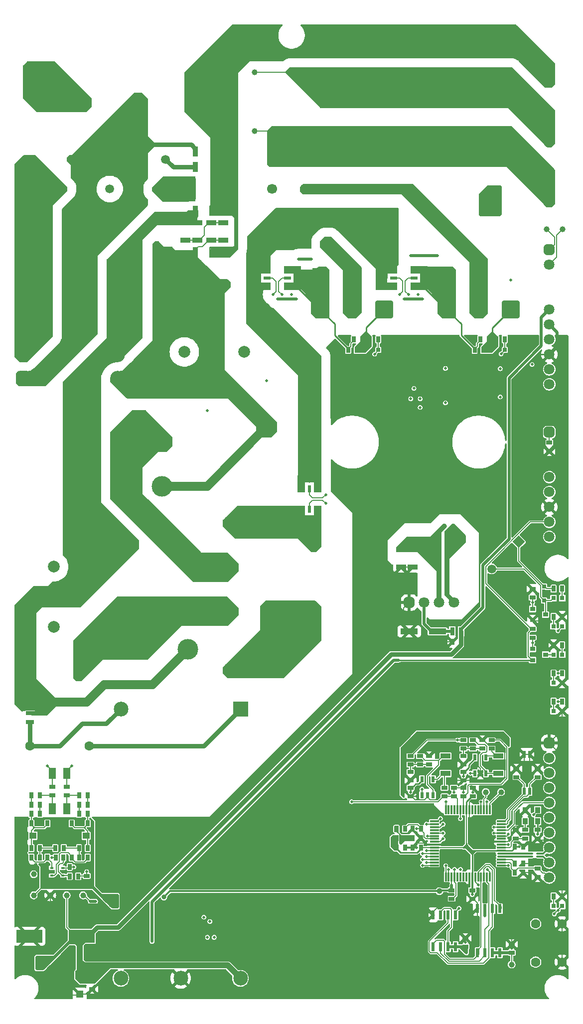
<source format=gbr>
%TF.GenerationSoftware,KiCad,Pcbnew,8.0.2*%
%TF.CreationDate,2024-05-14T20:54:04+07:00*%
%TF.ProjectId,HW.ACIM-PSU,48572e41-4349-44d2-9d50-53552e6b6963,0.0*%
%TF.SameCoordinates,Original*%
%TF.FileFunction,Copper,L1,Top*%
%TF.FilePolarity,Positive*%
%FSLAX46Y46*%
G04 Gerber Fmt 4.6, Leading zero omitted, Abs format (unit mm)*
G04 Created by KiCad (PCBNEW 8.0.2) date 2024-05-14 20:54:04*
%MOMM*%
%LPD*%
G01*
G04 APERTURE LIST*
G04 Aperture macros list*
%AMRoundRect*
0 Rectangle with rounded corners*
0 $1 Rounding radius*
0 $2 $3 $4 $5 $6 $7 $8 $9 X,Y pos of 4 corners*
0 Add a 4 corners polygon primitive as box body*
4,1,4,$2,$3,$4,$5,$6,$7,$8,$9,$2,$3,0*
0 Add four circle primitives for the rounded corners*
1,1,$1+$1,$2,$3*
1,1,$1+$1,$4,$5*
1,1,$1+$1,$6,$7*
1,1,$1+$1,$8,$9*
0 Add four rect primitives between the rounded corners*
20,1,$1+$1,$2,$3,$4,$5,0*
20,1,$1+$1,$4,$5,$6,$7,0*
20,1,$1+$1,$6,$7,$8,$9,0*
20,1,$1+$1,$8,$9,$2,$3,0*%
%AMRotRect*
0 Rectangle, with rotation*
0 The origin of the aperture is its center*
0 $1 length*
0 $2 width*
0 $3 Rotation angle, in degrees counterclockwise*
0 Add horizontal line*
21,1,$1,$2,0,0,$3*%
%AMFreePoly0*
4,1,21,1.703536,2.003536,1.705000,2.000000,1.705000,0.750000,1.703536,0.746464,1.700000,0.745000,0.005000,0.745000,0.005000,-0.745000,1.700000,-0.745000,1.703536,-0.746464,1.705000,-0.750000,1.705000,-2.000000,1.703536,-2.003536,1.700000,-2.005000,-1.200000,-2.005000,-1.203536,-2.003536,-1.205000,-2.000000,-1.205000,2.000000,-1.203536,2.003536,-1.200000,2.005000,1.700000,2.005000,
1.703536,2.003536,1.703536,2.003536,$1*%
G04 Aperture macros list end*
%TA.AperFunction,ComponentPad*%
%ADD10RoundRect,0.450000X-0.450000X0.450000X-0.450000X-0.450000X0.450000X-0.450000X0.450000X0.450000X0*%
%TD*%
%TA.AperFunction,ComponentPad*%
%ADD11C,1.800000*%
%TD*%
%TA.AperFunction,SMDPad,CuDef*%
%ADD12R,0.650000X1.000000*%
%TD*%
%TA.AperFunction,SMDPad,CuDef*%
%ADD13R,0.600000X1.200000*%
%TD*%
%TA.AperFunction,ComponentPad*%
%ADD14R,3.200000X3.200000*%
%TD*%
%TA.AperFunction,ComponentPad*%
%ADD15C,3.200000*%
%TD*%
%TA.AperFunction,SMDPad,CuDef*%
%ADD16R,1.000000X0.650000*%
%TD*%
%TA.AperFunction,SMDPad,CuDef*%
%ADD17R,1.700000X0.900000*%
%TD*%
%TA.AperFunction,ComponentPad*%
%ADD18C,2.600000*%
%TD*%
%TA.AperFunction,SMDPad,CuDef*%
%ADD19R,3.000000X1.000000*%
%TD*%
%TA.AperFunction,SMDPad,CuDef*%
%ADD20C,1.000000*%
%TD*%
%TA.AperFunction,SMDPad,CuDef*%
%ADD21R,0.900000X1.700000*%
%TD*%
%TA.AperFunction,SMDPad,CuDef*%
%ADD22R,0.600000X0.400000*%
%TD*%
%TA.AperFunction,ComponentPad*%
%ADD23RoundRect,0.250000X-1.000000X-1.000000X1.000000X-1.000000X1.000000X1.000000X-1.000000X1.000000X0*%
%TD*%
%TA.AperFunction,SMDPad,CuDef*%
%ADD24R,0.800000X0.800000*%
%TD*%
%TA.AperFunction,ComponentPad*%
%ADD25C,2.200000*%
%TD*%
%TA.AperFunction,ComponentPad*%
%ADD26C,2.500000*%
%TD*%
%TA.AperFunction,ComponentPad*%
%ADD27C,1.500000*%
%TD*%
%TA.AperFunction,SMDPad,CuDef*%
%ADD28R,0.600000X1.050000*%
%TD*%
%TA.AperFunction,ComponentPad*%
%ADD29C,2.000000*%
%TD*%
%TA.AperFunction,ComponentPad*%
%ADD30C,3.500000*%
%TD*%
%TA.AperFunction,ComponentPad*%
%ADD31R,3.500000X3.500000*%
%TD*%
%TA.AperFunction,SMDPad,CuDef*%
%ADD32R,0.600000X1.550000*%
%TD*%
%TA.AperFunction,SMDPad,CuDef*%
%ADD33R,0.700000X0.700000*%
%TD*%
%TA.AperFunction,SMDPad,CuDef*%
%ADD34R,1.300000X1.300000*%
%TD*%
%TA.AperFunction,SMDPad,CuDef*%
%ADD35FreePoly0,90.000000*%
%TD*%
%TA.AperFunction,SMDPad,CuDef*%
%ADD36FreePoly0,270.000000*%
%TD*%
%TA.AperFunction,SMDPad,CuDef*%
%ADD37R,0.500000X1.200000*%
%TD*%
%TA.AperFunction,ComponentPad*%
%ADD38C,1.600000*%
%TD*%
%TA.AperFunction,SMDPad,CuDef*%
%ADD39R,0.600000X1.500000*%
%TD*%
%TA.AperFunction,ComponentPad*%
%ADD40RotRect,1.500000X1.500000X225.000000*%
%TD*%
%TA.AperFunction,ComponentPad*%
%ADD41C,1.700000*%
%TD*%
%TA.AperFunction,ComponentPad*%
%ADD42R,1.700000X1.700000*%
%TD*%
%TA.AperFunction,SMDPad,CuDef*%
%ADD43R,1.600000X3.400000*%
%TD*%
%TA.AperFunction,SMDPad,CuDef*%
%ADD44R,0.900000X0.800000*%
%TD*%
%TA.AperFunction,SMDPad,CuDef*%
%ADD45R,0.800000X1.400000*%
%TD*%
%TA.AperFunction,SMDPad,CuDef*%
%ADD46R,1.500000X0.300000*%
%TD*%
%TA.AperFunction,SMDPad,CuDef*%
%ADD47R,0.300000X1.500000*%
%TD*%
%TA.AperFunction,SMDPad,CuDef*%
%ADD48RoundRect,0.150000X-0.600000X0.000010X-0.600000X-0.000010X0.600000X-0.000010X0.600000X0.000010X0*%
%TD*%
%TA.AperFunction,SMDPad,CuDef*%
%ADD49R,1.400000X0.800000*%
%TD*%
%TA.AperFunction,SMDPad,CuDef*%
%ADD50R,0.900000X1.000000*%
%TD*%
%TA.AperFunction,SMDPad,CuDef*%
%ADD51R,1.500000X4.200000*%
%TD*%
%TA.AperFunction,ComponentPad*%
%ADD52RoundRect,0.625000X0.625000X-0.625000X0.625000X0.625000X-0.625000X0.625000X-0.625000X-0.625000X0*%
%TD*%
%TA.AperFunction,SMDPad,CuDef*%
%ADD53R,1.200000X1.850000*%
%TD*%
%TA.AperFunction,SMDPad,CuDef*%
%ADD54FreePoly0,0.000000*%
%TD*%
%TA.AperFunction,SMDPad,CuDef*%
%ADD55FreePoly0,180.000000*%
%TD*%
%TA.AperFunction,SMDPad,CuDef*%
%ADD56R,1.200000X0.500000*%
%TD*%
%TA.AperFunction,SMDPad,CuDef*%
%ADD57R,1.200000X1.100000*%
%TD*%
%TA.AperFunction,ComponentPad*%
%ADD58RoundRect,0.450000X-0.450000X-0.450000X0.450000X-0.450000X0.450000X0.450000X-0.450000X0.450000X0*%
%TD*%
%TA.AperFunction,ComponentPad*%
%ADD59R,2.500000X2.500000*%
%TD*%
%TA.AperFunction,SMDPad,CuDef*%
%ADD60R,4.400000X2.200000*%
%TD*%
%TA.AperFunction,SMDPad,CuDef*%
%ADD61RoundRect,0.150000X-0.200000X-0.000010X0.200000X-0.000010X0.200000X0.000010X-0.200000X0.000010X0*%
%TD*%
%TA.AperFunction,ComponentPad*%
%ADD62RoundRect,0.250000X-1.250000X-1.250000X1.250000X-1.250000X1.250000X1.250000X-1.250000X1.250000X0*%
%TD*%
%TA.AperFunction,ComponentPad*%
%ADD63C,3.000000*%
%TD*%
%TA.AperFunction,ViaPad*%
%ADD64C,0.480000*%
%TD*%
%TA.AperFunction,ViaPad*%
%ADD65C,0.800000*%
%TD*%
%TA.AperFunction,Conductor*%
%ADD66C,0.160000*%
%TD*%
%TA.AperFunction,Conductor*%
%ADD67C,1.500000*%
%TD*%
%TA.AperFunction,Conductor*%
%ADD68C,0.750000*%
%TD*%
%TA.AperFunction,Conductor*%
%ADD69C,0.300000*%
%TD*%
%TA.AperFunction,Conductor*%
%ADD70C,0.250000*%
%TD*%
%TA.AperFunction,Conductor*%
%ADD71C,0.500000*%
%TD*%
%TA.AperFunction,Conductor*%
%ADD72C,1.000000*%
%TD*%
%TA.AperFunction,Conductor*%
%ADD73C,0.320000*%
%TD*%
G04 APERTURE END LIST*
D10*
%TO.P,J2,1,1*%
%TO.N,CHASSIS*%
X112167100Y-77132900D03*
D11*
%TO.P,J2,2,2*%
X112167100Y-79672900D03*
%TO.P,J2,4,4*%
%TO.N,PGND*%
X112167100Y-84752900D03*
%TO.P,J2,5,5*%
X112167100Y-87292900D03*
%TO.P,J2,6,6*%
X112167100Y-89832900D03*
%TO.P,J2,8,8*%
%TO.N,VDC*%
X112167100Y-94912900D03*
%TO.P,J2,9,9*%
X112167100Y-97452900D03*
%TO.P,J2,10,10*%
X112167100Y-99992900D03*
%TD*%
D12*
%TO.P,R40,1,1*%
%TO.N,Net-(R38-Pad2)*%
X33718998Y-202418100D03*
%TO.P,R40,2,2*%
%TO.N,Net-(R40-Pad2)*%
X32269000Y-202418100D03*
%TD*%
%TO.P,R39,1,1*%
%TO.N,Net-(R37-Pad2)*%
X24168999Y-202418100D03*
%TO.P,R39,2,2*%
%TO.N,Net-(R39-Pad2)*%
X25618999Y-202418100D03*
%TD*%
%TO.P,R49,1,1*%
%TO.N,Net-(C56-Pad2)*%
X25618998Y-209818100D03*
%TO.P,R49,2,2*%
%TO.N,/VC Measurement/VAC_SENSE_P*%
X24169000Y-209818100D03*
%TD*%
D10*
%TO.P,J3,1,1*%
%TO.N,Net-(C74-Pad2)*%
X112167100Y-139165100D03*
D11*
%TO.P,J3,4,4*%
%TO.N,/MCU/PGC*%
X112167100Y-146785100D03*
%TO.P,J3,5,5*%
%TO.N,/MCU/PGD*%
X112167100Y-149325100D03*
%TO.P,J3,6,6*%
%TO.N,GND*%
X112167100Y-151865100D03*
%TO.P,J3,7,7*%
%TO.N,+3V3*%
X112167100Y-154405100D03*
%TO.P,J3,8,8*%
%TO.N,/MCU/~{MCLR}*%
X112167100Y-156945100D03*
%TD*%
D12*
%TO.P,R38,1,1*%
%TO.N,Net-(BR2-DC-)*%
X32268999Y-200818100D03*
%TO.P,R38,2,2*%
%TO.N,Net-(R38-Pad2)*%
X33718999Y-200818100D03*
%TD*%
D13*
%TO.P,X1,1,X1*%
%TO.N,/MCU/SOSCI*%
X108818100Y-200184299D03*
%TO.P,X1,2,GND1*%
%TO.N,GND*%
X108818100Y-193884301D03*
%TO.P,X1,3,GND2*%
X107918100Y-193884301D03*
%TO.P,X1,4,X2*%
%TO.N,/MCU/SOSCO*%
X107918100Y-200184299D03*
%TD*%
D14*
%TO.P,J1,1,1*%
%TO.N,CHASSIS*%
X51794000Y-83118100D03*
D15*
%TO.P,J1,2,2*%
%TO.N,Net-(C2-Pad1)*%
X42294000Y-83118100D03*
%TO.P,J1,3,3*%
%TO.N,Net-(F1-Pad1)*%
X32794000Y-83118100D03*
%TD*%
D12*
%TO.P,C9,1,1*%
%TO.N,GND*%
X95692000Y-174783900D03*
%TO.P,C9,2,2*%
%TO.N,+15V*%
X97142000Y-174783900D03*
%TD*%
D16*
%TO.P,R75,1,1*%
%TO.N,+3V3*%
X109317000Y-172608901D03*
%TO.P,R75,2,2*%
%TO.N,/MCU/PGD*%
X109317000Y-174058899D03*
%TD*%
D17*
%TO.P,R69,1,1*%
%TO.N,Net-(U12-VOUT)*%
X103518100Y-194154300D03*
%TO.P,R69,2,2*%
%TO.N,Net-(U12-VIN+)*%
X103518100Y-197154300D03*
%TD*%
D12*
%TO.P,R57,1,1*%
%TO.N,Net-(U9-VOUT)*%
X30669002Y-214618099D03*
%TO.P,R57,2,2*%
%TO.N,/MCU/VAC_SENSE*%
X32119000Y-214618099D03*
%TD*%
D18*
%TO.P,BR1,1,DC+*%
%TO.N,VBUS*%
X58044000Y-179618100D03*
%TO.P,BR1,2,AC1*%
%TO.N,Net-(BR1-AC1)*%
X58044000Y-169618100D03*
%TO.P,BR1,3,AC2*%
%TO.N,Net-(BR1-AC2)*%
X58044000Y-162118100D03*
%TO.P,BR1,4,DC-*%
%TO.N,GND_HV*%
X58044000Y-154618100D03*
%TD*%
D12*
%TO.P,R53,1,1*%
%TO.N,/MCU/PFC_VREF*%
X28318998Y-211418100D03*
%TO.P,R53,2,2*%
%TO.N,Net-(U9-VIN+)*%
X26869000Y-211418100D03*
%TD*%
D19*
%TO.P,C18,+,+*%
%TO.N,+24V*%
X96467000Y-157383900D03*
%TO.P,C18,-,-*%
%TO.N,GND1*%
X91667000Y-157383900D03*
%TD*%
D12*
%TO.P,R17,1,1*%
%TO.N,Net-(Q3-G)*%
X81642100Y-123389200D03*
%TO.P,R17,2,2*%
%TO.N,/Interleaved PFC/PFC_GATE_B*%
X83092100Y-123389200D03*
%TD*%
D20*
%TO.P,TP5,1*%
%TO.N,+3V3*%
X105768100Y-229604300D03*
%TD*%
D21*
%TO.P,C7,1,1*%
%TO.N,AC1*%
X52029000Y-101522100D03*
%TO.P,C7,2,2*%
%TO.N,CHASSIS*%
X55029000Y-101522100D03*
%TD*%
D12*
%TO.P,R54,1,1*%
%TO.N,Net-(U9-VOUT)*%
X29568999Y-211418100D03*
%TO.P,R54,2,2*%
%TO.N,Net-(U9-VIN-)*%
X31018999Y-211418100D03*
%TD*%
%TO.P,R27,1,1*%
%TO.N,Net-(Q6-G)*%
X101892099Y-123389200D03*
%TO.P,R27,2,2*%
%TO.N,Net-(Q6-S)*%
X100442101Y-123389200D03*
%TD*%
D22*
%TO.P,U9,1,VIN+*%
%TO.N,Net-(U9-VIN+)*%
X27593999Y-213168100D03*
%TO.P,U9,2,VSS*%
%TO.N,AGND*%
X27594000Y-213818100D03*
%TO.P,U9,3,VIN-*%
%TO.N,Net-(U9-VIN-)*%
X27593999Y-214468100D03*
%TO.P,U9,4,VOUT*%
%TO.N,Net-(U9-VOUT)*%
X29493999Y-214468100D03*
%TO.P,U9,5,VDD*%
%TO.N,AVDD*%
X29493999Y-213168100D03*
%TD*%
D23*
%TO.P,J8,1,1*%
%TO.N,VBUS*%
X72144000Y-173318100D03*
%TD*%
D12*
%TO.P,FT6,1,1*%
%TO.N,+3V3*%
X87643099Y-208154300D03*
%TO.P,FT6,2,2*%
%TO.N,Net-(U14-VDD1)*%
X86193101Y-208154300D03*
%TD*%
D24*
%TO.P,D18,A,A*%
%TO.N,Net-(Q7-D)*%
X112867000Y-176933900D03*
%TO.P,D18,K,K*%
%TO.N,Net-(D18-PadK)*%
X114367000Y-176933900D03*
%TD*%
D16*
%TO.P,R31,1,1*%
%TO.N,Net-(BR2-DC+)*%
X27743999Y-200818100D03*
%TO.P,R31,2,2*%
%TO.N,AC1*%
X27743999Y-199368102D03*
%TD*%
%TO.P,C68,1,1*%
%TO.N,AGND*%
X97568100Y-198329299D03*
%TO.P,C68,2,2*%
%TO.N,AVDD*%
X97568100Y-196879301D03*
%TD*%
D10*
%TO.P,J5,1,1*%
%TO.N,GND*%
X112168100Y-191954299D03*
D11*
%TO.P,J5,2,2*%
%TO.N,/MCU/CTS2*%
X112168100Y-194494300D03*
%TO.P,J5,3,3*%
%TO.N,/MCU/RTS2*%
X112168100Y-197034300D03*
%TO.P,J5,4,4*%
%TO.N,/MCU/RXD2*%
X112168100Y-199574300D03*
%TO.P,J5,5,5*%
%TO.N,/MCU/TXD2*%
X112168100Y-202114299D03*
%TO.P,J5,6,6*%
%TO.N,/MCU/RXD1*%
X112168100Y-204654301D03*
%TO.P,J5,7,7*%
%TO.N,/MCU/TXD1*%
X112168100Y-207194300D03*
%TO.P,J5,8,8*%
%TO.N,/MCU/USB_DP*%
X112168100Y-209734300D03*
%TO.P,J5,9,9*%
%TO.N,/MCU/USB_DM*%
X112168100Y-212274300D03*
%TO.P,J5,10,10*%
%TO.N,/MCU/VBUS*%
X112168100Y-214814301D03*
%TD*%
D12*
%TO.P,R52,1,1*%
%TO.N,Net-(U9-VIN-)*%
X33718998Y-211418100D03*
%TO.P,R52,2,2*%
%TO.N,Net-(C56-Pad1)*%
X32269000Y-211418100D03*
%TD*%
D25*
%TO.P,F1,1,1*%
%TO.N,Net-(F1-Pad1)*%
X23879000Y-77322100D03*
X23879000Y-81922100D03*
%TO.P,F1,2,2*%
%TO.N,Net-(C2-Pad2)*%
X23879000Y-93222100D03*
X23879000Y-97822100D03*
%TD*%
D12*
%TO.P,C40,1,1*%
%TO.N,Net-(Q6-S)*%
X99492100Y-125189200D03*
%TO.P,C40,2,2*%
%TO.N,Net-(Q6-G)*%
X100942100Y-125189200D03*
%TD*%
D16*
%TO.P,R71,1,1*%
%TO.N,Net-(U12-VOUT)*%
X102368100Y-192929299D03*
%TO.P,R71,2,2*%
%TO.N,/MCU/~{PFC_FLT_OV}*%
X102368100Y-191479301D03*
%TD*%
D26*
%TO.P,J7,1,1*%
%TO.N,Net-(Q6-D)*%
X97417099Y-107239200D03*
%TD*%
D27*
%TO.P,M3,1,1*%
%TO.N,Net-(G1-Pad2)*%
X45479000Y-97822100D03*
%TO.P,M3,2,2*%
%TO.N,Net-(C2-Pad2)*%
X46979000Y-92822100D03*
%TD*%
D28*
%TO.P,U13,1,VIN-*%
%TO.N,/MCU/VDC_SENSE*%
X90518100Y-200804300D03*
%TO.P,U13,2,VSS*%
%TO.N,AGND*%
X91468100Y-200804300D03*
%TO.P,U13,3,VIN+*%
%TO.N,Net-(U13-VIN+)*%
X92418100Y-200804300D03*
%TO.P,U13,4,VOUT*%
%TO.N,Net-(U13-VOUT)*%
X92418100Y-198104300D03*
%TO.P,U13,5,VDD*%
%TO.N,AVDD*%
X90518100Y-198104300D03*
%TD*%
D16*
%TO.P,C69,1,1*%
%TO.N,AGND*%
X88568100Y-201029299D03*
%TO.P,C69,2,2*%
%TO.N,AVDD*%
X88568100Y-199579301D03*
%TD*%
%TO.P,R61,1,1*%
%TO.N,Net-(C65-Pad2)*%
X88568100Y-195629299D03*
%TO.P,R61,2,2*%
%TO.N,VREF*%
X88568100Y-194179301D03*
%TD*%
D24*
%TO.P,D23,A,A*%
%TO.N,Net-(D23-PadA)*%
X112867000Y-186533900D03*
%TO.P,D23,K,K*%
%TO.N,GND*%
X114367000Y-186533900D03*
%TD*%
D16*
%TO.P,R67,1,1*%
%TO.N,Net-(U12-VIN+)*%
X99168100Y-191479301D03*
%TO.P,R67,2,2*%
%TO.N,Net-(C64-Pad2)*%
X99168100Y-192929299D03*
%TD*%
D11*
%TO.P,B1,1,1*%
%TO.N,AC1*%
X27698935Y-185038165D03*
%TO.P,B1,2,2*%
%TO.N,Net-(BR1-AC1)*%
X32189063Y-180548037D03*
%TD*%
D29*
%TO.P,RL2,1,COIL1*%
%TO.N,Net-(Q2-D)*%
X27943999Y-162018099D03*
%TO.P,RL2,2,COIL2*%
%TO.N,+5V*%
X27943999Y-172218101D03*
D30*
%TO.P,RL2,3,COM*%
%TO.N,AC1*%
X25244000Y-167118100D03*
%TO.P,RL2,4,COM*%
X40643999Y-158218100D03*
%TO.P,RL2,5,NC*%
X50743999Y-176018100D03*
%TO.P,RL2,6,NO*%
%TO.N,Net-(BR1-AC1)*%
X43143999Y-176018100D03*
%TD*%
D11*
%TO.P,C2,1,1*%
%TO.N,Net-(C2-Pad1)*%
X37794000Y-105418100D03*
%TO.P,C2,2,2*%
%TO.N,Net-(C2-Pad2)*%
X22794000Y-105418100D03*
%TD*%
D12*
%TO.P,R50,1,1*%
%TO.N,Net-(C56-Pad1)*%
X32268999Y-209818100D03*
%TO.P,R50,2,2*%
%TO.N,/VC Measurement/VAC_SENSE_N*%
X33718999Y-209818100D03*
%TD*%
D16*
%TO.P,C64,1,1*%
%TO.N,AGND*%
X100768100Y-191479301D03*
%TO.P,C64,2,2*%
%TO.N,Net-(C64-Pad2)*%
X100768100Y-192929299D03*
%TD*%
D20*
%TO.P,TP7,1*%
%TO.N,VDC*%
X62067100Y-87992900D03*
%TD*%
D12*
%TO.P,C82,1,1*%
%TO.N,GND*%
X107743099Y-209604300D03*
%TO.P,C82,2,2*%
%TO.N,Net-(U14-VDD1)*%
X106293101Y-209604300D03*
%TD*%
D31*
%TO.P,C44,+,+*%
%TO.N,VDC*%
X92167100Y-92292900D03*
D30*
%TO.P,C44,-,-*%
%TO.N,PGND*%
X92167100Y-82292900D03*
%TD*%
D20*
%TO.P,TP4,1*%
%TO.N,+5V*%
X32952100Y-217849200D03*
%TD*%
D12*
%TO.P,C79,1,1*%
%TO.N,GND*%
X107743099Y-212404300D03*
%TO.P,C79,2,2*%
%TO.N,Net-(U14-VUSB3V3)*%
X106293101Y-212404300D03*
%TD*%
%TO.P,C56,1,1*%
%TO.N,Net-(C56-Pad1)*%
X29668998Y-209818100D03*
%TO.P,C56,2,2*%
%TO.N,Net-(C56-Pad2)*%
X28219000Y-209818100D03*
%TD*%
D32*
%TO.P,U15,1,~{CE}*%
%TO.N,/MCU/~{MEM_TMP}*%
X96223100Y-221154300D03*
%TO.P,U15,2,SO*%
%TO.N,/MCU/SDI*%
X94953100Y-221154300D03*
%TO.P,U15,3,~{WP}*%
%TO.N,+3V3*%
X93689502Y-221158123D03*
%TO.P,U15,4,GND*%
%TO.N,GND*%
X92413100Y-221154300D03*
%TO.P,U15,5,SI*%
%TO.N,/MCU/SDO*%
X92413100Y-226554300D03*
%TO.P,U15,6,SCK*%
%TO.N,/MCU/SCK*%
X93683100Y-226554300D03*
%TO.P,U15,7,~{HOLD}*%
%TO.N,+3V3*%
X94953100Y-226554300D03*
%TO.P,U15,8,VDD*%
X96223100Y-226554300D03*
%TD*%
D33*
%TO.P,D6,A,A*%
%TO.N,Net-(Q3-G)*%
X80717100Y-125189200D03*
%TO.P,D6,K,K*%
%TO.N,/Interleaved PFC/PFC_GATE_B*%
X83117100Y-125189200D03*
%TD*%
D16*
%TO.P,R83,1,1*%
%TO.N,/MCU/SYS_CLK*%
X108068100Y-208179299D03*
%TO.P,R83,2,2*%
%TO.N,Net-(U17-CLKO)*%
X108068100Y-206729301D03*
%TD*%
D12*
%TO.P,C87,1,1*%
%TO.N,GND*%
X90343099Y-208154300D03*
%TO.P,C87,2,2*%
%TO.N,+3V3*%
X88893101Y-208154300D03*
%TD*%
D34*
%TO.P,D1,1,A1*%
%TO.N,GND*%
X32377100Y-234649200D03*
%TO.P,D1,2,A2*%
%TO.N,+15V*%
X32377100Y-231449200D03*
%TD*%
D12*
%TO.P,R80,1,1*%
%TO.N,Net-(D21-PadK)*%
X112892000Y-170533900D03*
%TO.P,R80,2,2*%
%TO.N,GND*%
X114342000Y-170533900D03*
%TD*%
D35*
%TO.P,R15,1,1*%
%TO.N,GND_HV*%
X71444000Y-153368100D03*
D36*
%TO.P,R15,2,2*%
%TO.N,PGND*%
X71444000Y-147668100D03*
D37*
%TO.P,R15,3,3*%
%TO.N,/Interleaved PFC/IDC_SENSE_N*%
X71444000Y-152268100D03*
%TO.P,R15,4,4*%
%TO.N,/Interleaved PFC/IDC_SENSE_P*%
X71444000Y-148768100D03*
%TD*%
D27*
%TO.P,M4,1,1*%
%TO.N,AC2*%
X45479000Y-107522100D03*
%TO.P,M4,2,2*%
%TO.N,AC1*%
X46979000Y-102522100D03*
%TD*%
D16*
%TO.P,R79,1,1*%
%TO.N,/MCU/IND_ERR*%
X109317000Y-167258899D03*
%TO.P,R79,2,2*%
%TO.N,GND*%
X109317000Y-165808901D03*
%TD*%
D12*
%TO.P,C16,1,1*%
%TO.N,GND1*%
X93342000Y-161883900D03*
%TO.P,C16,2,2*%
%TO.N,+24V*%
X94792000Y-161883900D03*
%TD*%
D17*
%TO.P,R9,1,1*%
%TO.N,Net-(R4-Pad1)*%
X54729000Y-103522100D03*
%TO.P,R9,2,2*%
%TO.N,AC2*%
X54729000Y-106522100D03*
%TD*%
D16*
%TO.P,R32,1,1*%
%TO.N,Net-(BR2-DC-)*%
X30143999Y-200818100D03*
%TO.P,R32,2,2*%
%TO.N,AC2*%
X30143999Y-199368102D03*
%TD*%
D19*
%TO.P,C10,+,+*%
%TO.N,Net-(MD2-VI+)*%
X93167000Y-172983900D03*
%TO.P,C10,-,-*%
%TO.N,GND*%
X88367000Y-172983900D03*
%TD*%
D28*
%TO.P,U12,1,VIN-*%
%TO.N,/MCU/IDC_SENSE*%
X99518100Y-197104300D03*
%TO.P,U12,2,VSS*%
%TO.N,AGND*%
X100468100Y-197104300D03*
%TO.P,U12,3,VIN+*%
%TO.N,Net-(U12-VIN+)*%
X101418100Y-197104300D03*
%TO.P,U12,4,VOUT*%
%TO.N,Net-(U12-VOUT)*%
X101418100Y-194404300D03*
%TO.P,U12,5,VDD*%
%TO.N,AVDD*%
X99518100Y-194404300D03*
%TD*%
D38*
%TO.P,C43,1,1*%
%TO.N,PGND*%
X68367100Y-77992900D03*
%TO.P,C43,2,2*%
%TO.N,VDC*%
X68367100Y-87992900D03*
%TD*%
D21*
%TO.P,C3,1,1*%
%TO.N,Net-(C2-Pad1)*%
X52029000Y-91422100D03*
%TO.P,C3,2,2*%
%TO.N,CHASSIS*%
X55029000Y-91422100D03*
%TD*%
D24*
%TO.P,D22,A,A*%
%TO.N,+5V*%
X114367000Y-219633900D03*
%TO.P,D22,K,K*%
%TO.N,Net-(D22-PadK)*%
X112867000Y-219633900D03*
%TD*%
D12*
%TO.P,R85,1,1*%
%TO.N,Net-(D24-PadA)*%
X112892001Y-180133900D03*
%TO.P,R85,2,2*%
%TO.N,/Interleaved PFC/PFC_PWMB*%
X114341999Y-180133900D03*
%TD*%
D16*
%TO.P,C65,1,1*%
%TO.N,AGND*%
X91768100Y-194179301D03*
%TO.P,C65,2,2*%
%TO.N,Net-(C65-Pad2)*%
X91768100Y-195629299D03*
%TD*%
D21*
%TO.P,C12,1,1*%
%TO.N,AC2*%
X52029000Y-108522100D03*
%TO.P,C12,2,2*%
%TO.N,CHASSIS*%
X55029000Y-108522100D03*
%TD*%
D38*
%TO.P,BT1,1,1*%
%TO.N,/MCU/~{MCLR}*%
X109842000Y-229183900D03*
%TO.P,BT1,2,2*%
X109842000Y-222683900D03*
%TO.P,BT1,3,3*%
%TO.N,GND*%
X114342000Y-229183900D03*
%TO.P,BT1,4,4*%
X114342000Y-222683900D03*
%TD*%
D39*
%TO.P,U16,1,~{CE}*%
%TO.N,/MCU/~{MEM_CFG}*%
X103773100Y-220104300D03*
%TO.P,U16,2,SO*%
%TO.N,/MCU/SDI*%
X102503100Y-220104300D03*
%TO.P,U16,3,~{WP}*%
%TO.N,+3V3*%
X101233100Y-220104300D03*
%TO.P,U16,4,GND*%
%TO.N,GND*%
X99963100Y-220104300D03*
%TO.P,U16,5,SI*%
%TO.N,/MCU/SDO*%
X99963100Y-227604300D03*
%TO.P,U16,6,SCK*%
%TO.N,/MCU/SCK*%
X101233100Y-227604300D03*
%TO.P,U16,7,~{HOLD}*%
%TO.N,+3V3*%
X102503100Y-227604300D03*
%TO.P,U16,8,VDD*%
X103773100Y-227604300D03*
%TD*%
D12*
%TO.P,R77,1,1*%
%TO.N,GND*%
X112892001Y-175333900D03*
%TO.P,R77,2,2*%
%TO.N,Net-(D18-PadK)*%
X114341999Y-175333900D03*
%TD*%
D27*
%TO.P,BZ1,1,V-*%
%TO.N,Net-(BZ1-V-)*%
X102368903Y-162381997D03*
D40*
%TO.P,BZ1,2,V+*%
%TO.N,+5V*%
X106965097Y-157785803D03*
%TD*%
D16*
%TO.P,C77,1,1*%
%TO.N,GND*%
X97923100Y-225104302D03*
%TO.P,C77,2,2*%
%TO.N,+3V3*%
X97923100Y-226554300D03*
%TD*%
D33*
%TO.P,D9,A,A*%
%TO.N,Net-(Q6-G)*%
X102217100Y-125189200D03*
%TO.P,D9,K,K*%
%TO.N,/Interleaved PFC/PFC_GATE_A*%
X104617100Y-125189200D03*
%TD*%
D11*
%TO.P,C11,1,1*%
%TO.N,AC2*%
X57094000Y-114118100D03*
%TO.P,C11,2,2*%
%TO.N,AC1*%
X42094000Y-114118100D03*
%TD*%
D12*
%TO.P,C54,1,1*%
%TO.N,AGND*%
X29568999Y-205618100D03*
%TO.P,C54,2,2*%
%TO.N,/VC Measurement/VAC_SENSE_N*%
X31018999Y-205618100D03*
%TD*%
D17*
%TO.P,C15,1,1*%
%TO.N,GND*%
X88917000Y-162083900D03*
%TO.P,C15,2,2*%
%TO.N,GND1*%
X88917000Y-159083900D03*
%TD*%
%TO.P,R8,1,1*%
%TO.N,Net-(R4-Pad1)*%
X56729000Y-103522100D03*
%TO.P,R8,2,2*%
%TO.N,AC2*%
X56729000Y-106522100D03*
%TD*%
D41*
%TO.P,D8,A,A*%
%TO.N,Net-(Q3-D)*%
X65067100Y-97832900D03*
D42*
%TO.P,D8,K,K*%
%TO.N,VDC*%
X65067100Y-92752900D03*
%TD*%
D12*
%TO.P,R18,1,1*%
%TO.N,Net-(Q3-G)*%
X80392099Y-123389200D03*
%TO.P,R18,2,2*%
%TO.N,Net-(Q3-S)*%
X78942101Y-123389200D03*
%TD*%
D16*
%TO.P,R82,1,1*%
%TO.N,/MCU/VBUS*%
X110168100Y-213279301D03*
%TO.P,R82,2,2*%
%TO.N,GND*%
X110168100Y-214729299D03*
%TD*%
D43*
%TO.P,D7,A,A*%
%TO.N,Net-(Q3-S)*%
X72717099Y-112989200D03*
%TO.P,D7,K,K*%
%TO.N,Net-(Q3-D)*%
X79417099Y-112989200D03*
%TD*%
D16*
%TO.P,C83,1,1*%
%TO.N,GND*%
X99068100Y-218429299D03*
%TO.P,C83,2,2*%
%TO.N,Net-(U14-VDD1)*%
X99068100Y-216979301D03*
%TD*%
D38*
%TO.P,C28,1,1*%
%TO.N,GND_HV*%
X72144000Y-158718100D03*
%TO.P,C28,2,2*%
%TO.N,VBUS*%
X72144000Y-168718100D03*
%TD*%
D44*
%TO.P,Q8,1,G*%
%TO.N,/MCU/IND_ERR*%
X109317000Y-169183900D03*
%TO.P,Q8,2,S*%
%TO.N,GND*%
X109314811Y-171084615D03*
%TO.P,Q8,3,D*%
%TO.N,Net-(BZ1-V-)*%
X111516999Y-170133900D03*
%TD*%
D45*
%TO.P,L2,1,1*%
%TO.N,+15V*%
X97167000Y-172983900D03*
%TO.P,L2,2,2*%
%TO.N,Net-(MD2-VI+)*%
X95667000Y-172983900D03*
%TD*%
D33*
%TO.P,D19,A,A*%
%TO.N,Net-(BZ1-V-)*%
X111267000Y-167733900D03*
%TO.P,D19,K,K*%
%TO.N,+5V*%
X111267000Y-165333900D03*
%TD*%
D12*
%TO.P,R84,1,1*%
%TO.N,Net-(D23-PadA)*%
X112892000Y-184933900D03*
%TO.P,R84,2,2*%
%TO.N,/Interleaved PFC/PFC_PWMA*%
X114342000Y-184933900D03*
%TD*%
D46*
%TO.P,U14,1,TCK/RPA7/PWM10H/PWM4L/PMD5/RA7*%
%TO.N,/MCU/IND_RUN*%
X92618100Y-205254300D03*
%TO.P,U14,2,RPB14/PWM1H/VBUSON1/PMD6/RB14*%
%TO.N,/MCU/RL_TEST_EN*%
X92618100Y-205754300D03*
%TO.P,U14,3,RPB15/PWM7H/PWM1L/PMD7/RB15*%
%TO.N,/MCU/RL_INRUSH_EN*%
X92618100Y-206254300D03*
%TO.P,U14,4,AN19/CVD19/RPG6/PWM10L/PMA5/RG6*%
%TO.N,unconnected-(U14-AN19{slash}CVD19{slash}RPG6{slash}PWM10L{slash}PMA5{slash}RG6-Pad4)*%
X92618100Y-206754300D03*
%TO.P,U14,5,AN18/CVD18/RPG7/PWM10H/SCL1/PMA4/RG7*%
%TO.N,/Interleaved PFC/SCL*%
X92618100Y-207254300D03*
%TO.P,U14,6,AN17/CVD17/RPG8/SDA1/PMA3/RG8*%
%TO.N,/Interleaved PFC/SDA*%
X92618100Y-207754300D03*
%TO.P,U14,7,~{MCLR}*%
%TO.N,/MCU/~{MCLR}*%
X92618100Y-208254300D03*
%TO.P,U14,8,AN16/CVD16/RPG9/PMA2/RG9*%
%TO.N,/Interleaved PFC/~{THERMAL_ALERT}*%
X92618100Y-208754300D03*
%TO.P,U14,9,VSS1*%
%TO.N,GND*%
X92618100Y-209254300D03*
%TO.P,U14,10,VDD1*%
%TO.N,Net-(U14-VDD1)*%
X92618100Y-209754300D03*
%TO.P,U14,11,AN10/CVD10/RPA12/RA12*%
%TO.N,/MCU/VDC_SENSE*%
X92618100Y-210254300D03*
%TO.P,U14,12,AN9/CVD9/RPA11/RA11*%
%TO.N,/MCU/IDC_SENSE*%
X92618100Y-210754300D03*
%TO.P,U14,13,OA2OUT/AN0/C2IN4-/C4IN3-/RPA0/RA0*%
%TO.N,/MCU/PFC_IA_SENSE*%
X92618100Y-211254300D03*
%TO.P,U14,14,OA2IN+/AN1/C2IN1+/RPA1/RA1*%
%TO.N,/MCU/PFC_IB_SENSE*%
X92618100Y-211754300D03*
%TO.P,U14,15,PGD3/VREF-/OA2IN-/AN2/C2IN1-/RPB0/CTED2/RB0*%
%TO.N,/MCU/VAC_SENSE*%
X92618100Y-212254300D03*
%TO.P,U14,16,PGC3/OA1OUT/VREF+/AN3/C1IN4-/C4IN2-/RPB1/CTED1/RB1*%
%TO.N,/MCU/PFC_VREF*%
X92618100Y-212754300D03*
D47*
%TO.P,U14,17,PGC1/OA1IN+/AN4/C1IN1+/C1IN3-/C2IN3-/RPB2/RB2*%
%TO.N,/MCU/PGC*%
X94568100Y-214704300D03*
%TO.P,U14,18,PGD1/OA1IN-/AN5/CTCMP/C1IN1-/RTCC/RPB3/RB3*%
%TO.N,/MCU/PGD*%
X95068100Y-214704300D03*
%TO.P,U14,19,AVDD*%
%TO.N,VREF*%
X95568100Y-214704300D03*
%TO.P,U14,20,AVSS*%
%TO.N,AGND*%
X96068100Y-214704300D03*
%TO.P,U14,21,OA3OUT/AN6/CVD6/C3IN4-/C4IN1+/C4IN4-/RPC0/RC0*%
%TO.N,unconnected-(U14-OA3OUT{slash}AN6{slash}CVD6{slash}C3IN4-{slash}C4IN1+{slash}C4IN4-{slash}RPC0{slash}RC0-Pad21)*%
X96568100Y-214704300D03*
%TO.P,U14,22,OA3IN-/AN7/CVD7/C3IN1-/C4IN1-/RPC1/PMA7/RC1*%
%TO.N,unconnected-(U14-OA3IN-{slash}AN7{slash}CVD7{slash}C3IN1-{slash}C4IN1-{slash}RPC1{slash}PMA7{slash}RC1-Pad22)*%
X97068100Y-214704300D03*
%TO.P,U14,23,OA3IN+/AN8/CVD8/C3IN1+/C3IN3-/RPC2/FLT3/PMA13/RC2*%
%TO.N,unconnected-(U14-OA3IN+{slash}AN8{slash}CVD8{slash}C3IN1+{slash}C3IN3-{slash}RPC2{slash}FLT3{slash}PMA13{slash}RC2-Pad23)*%
X97568100Y-214704300D03*
%TO.P,U14,24,AN11/CVD11/C1IN2-/FLT4/PMA12/RC11*%
%TO.N,unconnected-(U14-AN11{slash}CVD11{slash}C1IN2-{slash}FLT4{slash}PMA12{slash}RC11-Pad24)*%
X98068100Y-214704300D03*
%TO.P,U14,25,VSS2*%
%TO.N,GND*%
X98568100Y-214704300D03*
%TO.P,U14,26,VDD2*%
%TO.N,Net-(U14-VDD1)*%
X99068100Y-214704300D03*
%TO.P,U14,27,AN12/CVD12/C2IN2-/C5IN2-/SDA4/FLT5/PMA11/RE12*%
%TO.N,/MCU/~{MEM_TMP}*%
X99568100Y-214704300D03*
%TO.P,U14,28,AN13/CVD13/C3IN2-/FLT6/SCL4/PMA10/RE13*%
%TO.N,/MCU/~{MEM_CFG}*%
X100068100Y-214704300D03*
%TO.P,U14,29,AN14/CVD14/RPE14/FLT7/PMA1/RE14*%
%TO.N,/MCU/SDO*%
X100568100Y-214704300D03*
%TO.P,U14,30,AN15/CVD15/RPE15/FLT8/PMA0/RE15*%
%TO.N,/MCU/SDI*%
X101068100Y-214704300D03*
%TO.P,U14,31,TDI/DAC3/AN26/CVD26/RPA8/SDA2/PMA9/RA8*%
%TO.N,/MCU/SCK*%
X101568100Y-214704300D03*
%TO.P,U14,32,FLT15/RPB4/SCL2/PMA8/RB4*%
%TO.N,/MCU/RTS2*%
X102068100Y-214704300D03*
D46*
%TO.P,U14,33,OA5IN+/DAC1/AN24/CVD24/C5IN1+/C5IN3-/RPA4/RA4*%
%TO.N,/MCU/CTS2*%
X104018100Y-212754300D03*
%TO.P,U14,34,VBUS*%
%TO.N,/MCU/VBUS*%
X104018100Y-212254300D03*
%TO.P,U14,35,VUSB3V3*%
%TO.N,Net-(U14-VUSB3V3)*%
X104018100Y-211754300D03*
D48*
%TO.P,U14,36,D-*%
%TO.N,Net-(U14-D-)*%
X104018100Y-211254300D03*
%TO.P,U14,37,D+*%
%TO.N,Net-(U14-D+)*%
X104018100Y-210754300D03*
D46*
%TO.P,U14,38,VDD3*%
%TO.N,Net-(U14-VDD1)*%
X104018100Y-210254300D03*
%TO.P,U14,39,OSCI/CLKI/AN49/CVD49/RPC12/RC12*%
%TO.N,/MCU/SYS_CLK*%
X104018100Y-209754300D03*
%TO.P,U14,40,OSCO/CLKO/RPC15/RC15*%
%TO.N,/MCU/SYS_CLK_EN*%
X104018100Y-209254300D03*
%TO.P,U14,41,VSS3*%
%TO.N,GND*%
X104018100Y-208754300D03*
%TO.P,U14,42,RD8*%
%TO.N,unconnected-(U14-RD8-Pad42)*%
X104018100Y-208254300D03*
%TO.P,U14,43,PGD2/RPB5/SDA3/USBID1/RB5*%
%TO.N,/MCU/RXD2*%
X104018100Y-207754300D03*
%TO.P,U14,44,PGC2/RPB6/SCL3/SCK2/PMA15/RB6*%
%TO.N,/MCU/RXD1*%
X104018100Y-207254300D03*
%TO.P,U14,45,DAC2/AN48/CVD48/RPC10/PMA14/PMCS/RC10*%
%TO.N,/MCU/TXD2*%
X104018100Y-206754300D03*
%TO.P,U14,46,OA5OUT/AN25/CVD25/C5IN4-/RPB7/SCK1/INT0/RB7*%
%TO.N,/MCU/TXD1*%
X104018100Y-206254300D03*
%TO.P,U14,47,SOSCI/RPC13/RC13*%
%TO.N,/MCU/SOSCI*%
X104018100Y-205754300D03*
%TO.P,U14,48,SOSCO/T1CK/RPB8/RB8*%
%TO.N,/MCU/SOSCO*%
X104018100Y-205254300D03*
D47*
%TO.P,U14,49,TMS/OA5IN-/AN27/CVD27/LVDIN/C5IN1-/RPB9/RB9*%
%TO.N,/Interleaved PFC/PFC_PWMA*%
X102068100Y-203304300D03*
%TO.P,U14,50,TRCLK/RPC6/PWM6H/RC6*%
%TO.N,/Interleaved PFC/PFC_ENB*%
X101568100Y-203304300D03*
%TO.P,U14,51,TRD0/RPC7/PWM12H/PWM6L/RC7*%
%TO.N,/Interleaved PFC/PFC_PWMB*%
X101068100Y-203304300D03*
%TO.P,U14,52,TRD1/RPC8/PWM5H/PMWR/RC8*%
%TO.N,/Interleaved PFC/PFC_ENA*%
X100568100Y-203304300D03*
%TO.P,U14,53,TRD2/RPD5/PWM12H/PMRD/RD5*%
%TO.N,unconnected-(U14-TRD2{slash}RPD5{slash}PWM12H{slash}PMRD{slash}RD5-Pad53)*%
X100068100Y-203304300D03*
%TO.P,U14,54,TRD3/RPD6/PWM12L/RD6*%
%TO.N,unconnected-(U14-TRD3{slash}RPD6{slash}PWM12L{slash}RD6-Pad54)*%
X99568100Y-203304300D03*
%TO.P,U14,55,RPC9/PWM11H/PWM5L/RC9*%
%TO.N,unconnected-(U14-RPC9{slash}PWM11H{slash}PWM5L{slash}RC9-Pad55)*%
X99068100Y-203304300D03*
%TO.P,U14,56,VSS4*%
%TO.N,GND*%
X98568100Y-203304300D03*
%TO.P,U14,57,VDD4*%
%TO.N,Net-(U14-VDD1)*%
X98068100Y-203304300D03*
%TO.P,U14,58,RPF0/PWM11H/RF0*%
%TO.N,/MCU/~{PFC_FLT_OV}*%
X97568100Y-203304300D03*
%TO.P,U14,59,RPF1/PWM11L/RF1*%
%TO.N,/MCU/~{INV_FAULT}*%
X97068100Y-203304300D03*
%TO.P,U14,60,RPB10/PWM3H/PMD0/RB10*%
%TO.N,/MCU/~{PFC_FLT_OC}*%
X96568100Y-203304300D03*
%TO.P,U14,61,RPB11/PWM9H/PWM3L/PMD1/RB11*%
%TO.N,unconnected-(U14-RPB11{slash}PWM9H{slash}PWM3L{slash}PMD1{slash}RB11-Pad61)*%
X96068100Y-203304300D03*
%TO.P,U14,62,RPB12/PWM2H/PMD2/RB12*%
%TO.N,unconnected-(U14-RPB12{slash}PWM2H{slash}PMD2{slash}RB12-Pad62)*%
X95568100Y-203304300D03*
%TO.P,U14,63,RPB13/PWM8H/PWM2L/CTPLS/PMD3/RB13*%
%TO.N,unconnected-(U14-RPB13{slash}PWM8H{slash}PWM2L{slash}CTPLS{slash}PMD3{slash}RB13-Pad63)*%
X95068100Y-203304300D03*
%TO.P,U14,64,TDO/PWM4H/PMD4/RA10*%
%TO.N,/MCU/IND_ERR*%
X94568100Y-203304300D03*
%TD*%
D12*
%TO.P,R43,1,1*%
%TO.N,/VC Measurement/VAC_SENSE_P*%
X24168999Y-205618100D03*
%TO.P,R43,2,2*%
%TO.N,AGND*%
X25618999Y-205618100D03*
%TD*%
D49*
%TO.P,L1,1,1*%
%TO.N,AC1*%
X23943999Y-186893101D03*
%TO.P,L1,2,2*%
%TO.N,Net-(MD1-ACL)*%
X23943999Y-188393101D03*
%TD*%
D11*
%TO.P,C35,1,1*%
%TO.N,GND_HV*%
X64344000Y-153718100D03*
%TO.P,C35,2,2*%
%TO.N,VBUS*%
X64344000Y-168718100D03*
%TD*%
D50*
%TO.P,U17,1,EN*%
%TO.N,/MCU/SYS_CLK_EN*%
X110168101Y-203354300D03*
%TO.P,U17,2,GND*%
%TO.N,GND*%
X108068099Y-203354300D03*
%TO.P,U17,3,CLKO*%
%TO.N,Net-(U17-CLKO)*%
X108068099Y-205254300D03*
%TO.P,U17,4,VDD*%
%TO.N,+3V3*%
X110168101Y-205254300D03*
%TD*%
D12*
%TO.P,R81,1,1*%
%TO.N,Net-(D22-PadK)*%
X112892000Y-218033900D03*
%TO.P,R81,2,2*%
%TO.N,GND*%
X114342000Y-218033900D03*
%TD*%
D16*
%TO.P,C61,1,1*%
%TO.N,AGND*%
X33544000Y-213093100D03*
%TO.P,C61,2,2*%
%TO.N,/MCU/VAC_SENSE*%
X33544000Y-214543098D03*
%TD*%
D20*
%TO.P,TP11,1*%
%TO.N,AGND*%
X24552100Y-217849200D03*
%TD*%
D41*
%TO.P,D11,A,A*%
%TO.N,Net-(Q6-D)*%
X70667100Y-97832900D03*
D42*
%TO.P,D11,K,K*%
%TO.N,VDC*%
X70667100Y-92752900D03*
%TD*%
D21*
%TO.P,C5,1,1*%
%TO.N,Net-(C2-Pad2)*%
X52029000Y-94122100D03*
%TO.P,C5,2,2*%
%TO.N,CHASSIS*%
X55029000Y-94122100D03*
%TD*%
D51*
%TO.P,G1,1,1*%
%TO.N,CHASSIS*%
X55779000Y-97822100D03*
%TO.P,G1,2,2*%
%TO.N,Net-(G1-Pad2)*%
X51279000Y-97822100D03*
%TD*%
D12*
%TO.P,R44,1,1*%
%TO.N,/VC Measurement/VAC_SENSE_N*%
X33718998Y-205618100D03*
%TO.P,R44,2,2*%
%TO.N,AGND*%
X32269000Y-205618100D03*
%TD*%
D27*
%TO.P,M2,1,1*%
%TO.N,Net-(G1-Pad2)*%
X37479000Y-97822100D03*
%TO.P,M2,2,2*%
%TO.N,Net-(C2-Pad1)*%
X38979000Y-92822100D03*
%TD*%
D12*
%TO.P,C81,1,1*%
%TO.N,GND*%
X107743099Y-214004300D03*
%TO.P,C81,2,2*%
%TO.N,/MCU/VBUS*%
X106293101Y-214004300D03*
%TD*%
D52*
%TO.P,FT1,1,1*%
%TO.N,Net-(C2-Pad1)*%
X22844000Y-130018100D03*
D26*
%TO.P,FT1,2,2*%
%TO.N,AC2*%
X38844000Y-130018100D03*
%TO.P,FT1,3,3*%
%TO.N,Net-(C2-Pad2)*%
X22844000Y-126018100D03*
%TO.P,FT1,4,4*%
%TO.N,AC1*%
X38844000Y-126018100D03*
%TD*%
D12*
%TO.P,R78,1,1*%
%TO.N,Net-(D20-PadA)*%
X114341999Y-165733900D03*
%TO.P,R78,2,2*%
%TO.N,+5V*%
X112892001Y-165733900D03*
%TD*%
D16*
%TO.P,R72,1,1*%
%TO.N,Net-(U13-VOUT)*%
X94368100Y-199579301D03*
%TO.P,R72,2,2*%
%TO.N,/MCU/~{PFC_FLT_OC}*%
X94368100Y-201029299D03*
%TD*%
D17*
%TO.P,R70,1,1*%
%TO.N,Net-(U13-VOUT)*%
X94518100Y-197154300D03*
%TO.P,R70,2,2*%
%TO.N,Net-(U13-VIN+)*%
X94518100Y-194154300D03*
%TD*%
D53*
%TO.P,BR2,1,DC+*%
%TO.N,Net-(BR2-DC+)*%
X27743999Y-203093101D03*
%TO.P,BR2,2,AC1*%
%TO.N,AC1*%
X27743999Y-197093101D03*
%TO.P,BR2,3,AC2*%
%TO.N,AC2*%
X30143999Y-197093101D03*
%TO.P,BR2,4,DC-*%
%TO.N,Net-(BR2-DC-)*%
X30143999Y-203093101D03*
%TD*%
D16*
%TO.P,C73,1,1*%
%TO.N,GND*%
X95968100Y-199579301D03*
%TO.P,C73,2,2*%
%TO.N,/MCU/~{PFC_FLT_OC}*%
X95968100Y-201029299D03*
%TD*%
D17*
%TO.P,R7,1,1*%
%TO.N,Net-(R4-Pad1)*%
X52329000Y-106522100D03*
%TO.P,R7,2,2*%
%TO.N,AC1*%
X52329000Y-103522100D03*
%TD*%
%TO.P,R4,1,1*%
%TO.N,Net-(R4-Pad1)*%
X50329000Y-106522100D03*
%TO.P,R4,2,2*%
%TO.N,AC1*%
X50329000Y-103522100D03*
%TD*%
D20*
%TO.P,TP8,1*%
%TO.N,AVDD*%
X24552100Y-214249200D03*
%TD*%
D12*
%TO.P,R37,1,1*%
%TO.N,Net-(BR2-DC+)*%
X25618998Y-200818100D03*
%TO.P,R37,2,2*%
%TO.N,Net-(R37-Pad2)*%
X24169000Y-200818100D03*
%TD*%
%TO.P,R76,1,1*%
%TO.N,+3V3*%
X86193100Y-206554300D03*
%TO.P,R76,2,2*%
%TO.N,/MCU/~{MCLR}*%
X87643100Y-206554300D03*
%TD*%
D20*
%TO.P,TP14,1*%
%TO.N,/Interleaved PFC/PFC_PWMA*%
X103968100Y-200304300D03*
%TD*%
D16*
%TO.P,C80,1,1*%
%TO.N,AGND*%
X95568100Y-218429299D03*
%TO.P,C80,2,2*%
%TO.N,VREF*%
X95568100Y-216979301D03*
%TD*%
D12*
%TO.P,C36,1,1*%
%TO.N,Net-(Q3-S)*%
X77992100Y-125189200D03*
%TO.P,C36,2,2*%
%TO.N,Net-(Q3-G)*%
X79442100Y-125189200D03*
%TD*%
D54*
%TO.P,R19,1,1*%
%TO.N,PGND*%
X63117099Y-112989200D03*
D55*
%TO.P,R19,2,2*%
%TO.N,Net-(Q3-S)*%
X68817099Y-112989200D03*
D56*
%TO.P,R19,3,3*%
%TO.N,/Interleaved PFC/PFC_IA_SENSE_N*%
X64217099Y-112989200D03*
%TO.P,R19,4,4*%
%TO.N,/Interleaved PFC/PFC_IA_SENSE_P*%
X67717099Y-112989200D03*
%TD*%
D16*
%TO.P,R68,1,1*%
%TO.N,Net-(U13-VIN+)*%
X90168100Y-194179301D03*
%TO.P,R68,2,2*%
%TO.N,Net-(C65-Pad2)*%
X90168100Y-195629299D03*
%TD*%
D12*
%TO.P,R25,1,1*%
%TO.N,Net-(Q6-G)*%
X103142100Y-123389200D03*
%TO.P,R25,2,2*%
%TO.N,/Interleaved PFC/PFC_GATE_A*%
X104592100Y-123389200D03*
%TD*%
D20*
%TO.P,TP2,1*%
%TO.N,GND1*%
X114417100Y-104649200D03*
%TD*%
D12*
%TO.P,C59,1,1*%
%TO.N,AGND*%
X32118997Y-213018100D03*
%TO.P,C59,2,2*%
%TO.N,AVDD*%
X30668999Y-213018100D03*
%TD*%
D20*
%TO.P,TP12,1*%
%TO.N,VBUS*%
X68244000Y-177218100D03*
%TD*%
D17*
%TO.P,C14,1,1*%
%TO.N,GND*%
X87017000Y-162083900D03*
%TO.P,C14,2,2*%
%TO.N,GND1*%
X87017000Y-159083900D03*
%TD*%
D24*
%TO.P,D20,A,A*%
%TO.N,Net-(D20-PadA)*%
X114367000Y-167333900D03*
%TO.P,D20,K,K*%
%TO.N,Net-(BZ1-V-)*%
X112867000Y-167333900D03*
%TD*%
D17*
%TO.P,C21,1,1*%
%TO.N,AC2*%
X42094000Y-132918100D03*
%TO.P,C21,2,2*%
%TO.N,Net-(BR1-AC2)*%
X42094000Y-135918100D03*
%TD*%
D16*
%TO.P,C4,1,1*%
%TO.N,GND*%
X34477100Y-233774199D03*
%TO.P,C4,2,2*%
%TO.N,+15V*%
X34477100Y-232324201D03*
%TD*%
D43*
%TO.P,D10,A,A*%
%TO.N,Net-(Q6-S)*%
X94117099Y-112989200D03*
%TO.P,D10,K,K*%
%TO.N,Net-(Q6-D)*%
X100817099Y-112989200D03*
%TD*%
D57*
%TO.P,D14,A,A*%
%TO.N,AGND*%
X27643999Y-207718100D03*
%TO.P,D14,K,K*%
%TO.N,/VC Measurement/VAC_SENSE_P*%
X24443999Y-207718100D03*
%TD*%
D12*
%TO.P,C85,1,1*%
%TO.N,GND*%
X88893100Y-209754300D03*
%TO.P,C85,2,2*%
%TO.N,Net-(U14-VDD1)*%
X90343100Y-209754300D03*
%TD*%
%TO.P,C86,1,1*%
%TO.N,GND*%
X87643099Y-209754300D03*
%TO.P,C86,2,2*%
%TO.N,Net-(U14-VDD1)*%
X86193101Y-209754300D03*
%TD*%
D20*
%TO.P,TP1,1*%
%TO.N,+24V*%
X111667100Y-104649200D03*
%TD*%
D38*
%TO.P,C1,1,1*%
%TO.N,Net-(MD1-ACN)*%
X33943999Y-192493101D03*
%TO.P,C1,2,2*%
%TO.N,Net-(MD1-ACL)*%
X23943999Y-192493101D03*
%TD*%
D16*
%TO.P,R59,1,1*%
%TO.N,Net-(C64-Pad2)*%
X97568100Y-192929299D03*
%TO.P,R59,2,2*%
%TO.N,VREF*%
X97568100Y-191479301D03*
%TD*%
D58*
%TO.P,MD2,1,VI-*%
%TO.N,GND*%
X88357000Y-168083900D03*
D11*
%TO.P,MD2,2,VI+*%
%TO.N,Net-(MD2-VI+)*%
X90897000Y-168083900D03*
%TO.P,MD2,3,DC-*%
%TO.N,GND1*%
X93437000Y-168083900D03*
%TO.P,MD2,4,DC+*%
%TO.N,+24V*%
X95977000Y-168083900D03*
%TD*%
D20*
%TO.P,TP10,1*%
%TO.N,GND*%
X27352100Y-217849200D03*
%TD*%
D26*
%TO.P,J9,1,1*%
%TO.N,Net-(Q3-D)*%
X74517099Y-107239200D03*
%TD*%
D24*
%TO.P,D24,A,A*%
%TO.N,Net-(D24-PadA)*%
X112867000Y-181733900D03*
%TO.P,D24,K,K*%
%TO.N,GND*%
X114367000Y-181733900D03*
%TD*%
D16*
%TO.P,C72,1,1*%
%TO.N,GND*%
X97568100Y-199579301D03*
%TO.P,C72,2,2*%
%TO.N,/MCU/~{PFC_FLT_OV}*%
X97568100Y-201029299D03*
%TD*%
D54*
%TO.P,R28,1,1*%
%TO.N,PGND*%
X84617099Y-112989200D03*
D55*
%TO.P,R28,2,2*%
%TO.N,Net-(Q6-S)*%
X90317099Y-112989200D03*
D56*
%TO.P,R28,3,3*%
%TO.N,/Interleaved PFC/PFC_IB_SENSE_N*%
X85717099Y-112989200D03*
%TO.P,R28,4,4*%
%TO.N,/Interleaved PFC/PFC_IB_SENSE_P*%
X89217099Y-112989200D03*
%TD*%
D16*
%TO.P,C89,1,1*%
%TO.N,GND*%
X110168100Y-196309301D03*
%TO.P,C89,2,2*%
%TO.N,/MCU/SOSCI*%
X110168100Y-197759299D03*
%TD*%
D20*
%TO.P,TP13,1*%
%TO.N,GND_HV*%
X69844000Y-156068100D03*
%TD*%
D16*
%TO.P,C74,1,1*%
%TO.N,GND*%
X112167100Y-142390099D03*
%TO.P,C74,2,2*%
%TO.N,Net-(C74-Pad2)*%
X112167100Y-140940101D03*
%TD*%
%TO.P,C76,1,1*%
%TO.N,GND*%
X105768100Y-226154302D03*
%TO.P,C76,2,2*%
%TO.N,+3V3*%
X105768100Y-227604300D03*
%TD*%
%TO.P,C78,1,1*%
%TO.N,GND*%
X99168100Y-199579301D03*
%TO.P,C78,2,2*%
%TO.N,Net-(U14-VDD1)*%
X99168100Y-201029299D03*
%TD*%
D59*
%TO.P,MD1,1,ACN*%
%TO.N,Net-(MD1-ACN)*%
X59687100Y-186229200D03*
D26*
%TO.P,MD1,2,ACL*%
%TO.N,Net-(MD1-ACL)*%
X39367100Y-186229200D03*
%TO.P,MD1,3,NC*%
%TO.N,unconnected-(MD1-NC-Pad3)*%
X39367100Y-231949200D03*
%TO.P,MD1,4,DC-*%
%TO.N,GND*%
X49527100Y-231949200D03*
%TO.P,MD1,5,DC+*%
%TO.N,+15V*%
X59687100Y-231949200D03*
%TD*%
D16*
%TO.P,C90,1,1*%
%TO.N,GND*%
X110168100Y-208179299D03*
%TO.P,C90,2,2*%
%TO.N,+3V3*%
X110168100Y-206729301D03*
%TD*%
%TO.P,R62,1,1*%
%TO.N,AGND*%
X88568100Y-198329299D03*
%TO.P,R62,2,2*%
%TO.N,Net-(C65-Pad2)*%
X88568100Y-196879301D03*
%TD*%
%TO.P,C84,1,1*%
%TO.N,GND*%
X106468100Y-206729301D03*
%TO.P,C84,2,2*%
%TO.N,/MCU/SYS_CLK*%
X106468100Y-208179299D03*
%TD*%
D60*
%TO.P,C6,+,+*%
%TO.N,+15V*%
X32727100Y-224799200D03*
%TO.P,C6,-,-*%
%TO.N,GND*%
X23827100Y-224799200D03*
%TD*%
D10*
%TO.P,J4,1,1*%
%TO.N,+24V*%
X112167100Y-108149200D03*
D11*
%TO.P,J4,2,2*%
%TO.N,GND1*%
X112167100Y-110689200D03*
%TO.P,J4,5,5*%
%TO.N,+15V*%
X112167100Y-118309200D03*
%TO.P,J4,6,6*%
%TO.N,GND*%
X112167100Y-120849200D03*
%TO.P,J4,7,7*%
%TO.N,+5V*%
X112167100Y-123389200D03*
%TO.P,J4,8,8*%
%TO.N,GND*%
X112167100Y-125929200D03*
%TO.P,J4,9,9*%
%TO.N,/MCU/~{INV_FAULT}*%
X112167100Y-128469200D03*
%TO.P,J4,10,10*%
%TO.N,/MCU/RL_INRUSH_EN*%
X112167100Y-131009200D03*
%TD*%
D16*
%TO.P,R60,1,1*%
%TO.N,AGND*%
X97568100Y-195629299D03*
%TO.P,R60,2,2*%
%TO.N,Net-(C64-Pad2)*%
X97568100Y-194179301D03*
%TD*%
D12*
%TO.P,C53,1,1*%
%TO.N,AGND*%
X28318998Y-205618100D03*
%TO.P,C53,2,2*%
%TO.N,/VC Measurement/VAC_SENSE_P*%
X26869000Y-205618100D03*
%TD*%
D20*
%TO.P,TP6,1*%
%TO.N,VREF*%
X93468100Y-217129301D03*
%TD*%
D12*
%TO.P,C75,1,1*%
%TO.N,GND*%
X88893100Y-206554300D03*
%TO.P,C75,2,2*%
%TO.N,/MCU/~{MCLR}*%
X90343100Y-206554300D03*
%TD*%
D57*
%TO.P,D15,A,A*%
%TO.N,AGND*%
X30243999Y-207718100D03*
%TO.P,D15,K,K*%
%TO.N,/VC Measurement/VAC_SENSE_N*%
X33443999Y-207718100D03*
%TD*%
D27*
%TO.P,M1,1,1*%
%TO.N,Net-(C2-Pad1)*%
X30979000Y-92822100D03*
%TO.P,M1,2,2*%
%TO.N,Net-(C2-Pad2)*%
X29479000Y-97822100D03*
%TD*%
D20*
%TO.P,TP3,1*%
%TO.N,+15V*%
X30152100Y-217849200D03*
%TD*%
D12*
%TO.P,R51,1,1*%
%TO.N,Net-(U9-VIN+)*%
X24169000Y-211418100D03*
%TO.P,R51,2,2*%
%TO.N,Net-(C56-Pad2)*%
X25618998Y-211418100D03*
%TD*%
D20*
%TO.P,TP9,1*%
%TO.N,PGND*%
X62067100Y-77992900D03*
%TD*%
D23*
%TO.P,J6,1,1*%
%TO.N,VBUS*%
X64344000Y-173318100D03*
%TD*%
D61*
%TO.P,FT5,1,1*%
%TO.N,Net-(U14-D+)*%
X109043100Y-210754300D03*
%TO.P,FT5,2,2*%
%TO.N,/MCU/USB_DP*%
X110293100Y-210754300D03*
%TO.P,FT5,3,3*%
%TO.N,/MCU/USB_DM*%
X110293100Y-211254300D03*
%TO.P,FT5,4,4*%
%TO.N,Net-(U14-D-)*%
X109043100Y-211254300D03*
%TD*%
D12*
%TO.P,R42,1,1*%
%TO.N,Net-(R40-Pad2)*%
X32268999Y-204018100D03*
%TO.P,R42,2,2*%
%TO.N,/VC Measurement/VAC_SENSE_N*%
X33718999Y-204018100D03*
%TD*%
D20*
%TO.P,TP15,1*%
%TO.N,/Interleaved PFC/PFC_PWMB*%
X101368100Y-200304300D03*
%TD*%
D16*
%TO.P,C88,1,1*%
%TO.N,GND*%
X106568100Y-196309301D03*
%TO.P,C88,2,2*%
%TO.N,/MCU/SOSCO*%
X106568100Y-197759299D03*
%TD*%
D29*
%TO.P,RL1,1,COIL1*%
%TO.N,Net-(Q1-D)*%
X60344001Y-125518099D03*
%TO.P,RL1,2,COIL2*%
%TO.N,+5V*%
X50143999Y-125518099D03*
D30*
%TO.P,RL1,3,COM*%
%TO.N,AC2*%
X55244000Y-122818100D03*
%TO.P,RL1,4,COM*%
X64144000Y-138218099D03*
%TO.P,RL1,5,NC*%
X46344000Y-148318099D03*
%TO.P,RL1,6,NO*%
%TO.N,Net-(BR1-AC2)*%
X46344000Y-140718099D03*
%TD*%
D24*
%TO.P,D21,A,A*%
%TO.N,/MCU/IND_RUN*%
X114367000Y-172133900D03*
%TO.P,D21,K,K*%
%TO.N,Net-(D21-PadK)*%
X112867000Y-172133900D03*
%TD*%
D44*
%TO.P,Q7,1,G*%
%TO.N,/MCU/PGD*%
X109317000Y-175983900D03*
%TO.P,Q7,2,S*%
%TO.N,+3V3*%
X109314811Y-177884615D03*
%TO.P,Q7,3,D*%
%TO.N,Net-(Q7-D)*%
X111516999Y-176933900D03*
%TD*%
D12*
%TO.P,R41,1,1*%
%TO.N,Net-(R39-Pad2)*%
X25618998Y-204018100D03*
%TO.P,R41,2,2*%
%TO.N,/VC Measurement/VAC_SENSE_P*%
X24169000Y-204018100D03*
%TD*%
D62*
%TO.P,Q3,1,G*%
%TO.N,Net-(Q3-G)*%
X84117099Y-118289200D03*
D63*
%TO.P,Q3,2,D*%
%TO.N,Net-(Q3-D)*%
X78667099Y-118289200D03*
%TO.P,Q3,3,S*%
%TO.N,Net-(Q3-S)*%
X73217099Y-118289200D03*
%TD*%
D62*
%TO.P,Q6,1,G*%
%TO.N,Net-(Q6-G)*%
X105617100Y-118289200D03*
D63*
%TO.P,Q6,2,D*%
%TO.N,Net-(Q6-D)*%
X100167100Y-118289200D03*
%TO.P,Q6,3,S*%
%TO.N,Net-(Q6-S)*%
X94717100Y-118289200D03*
%TD*%
D64*
%TO.N,AC1*%
X26843999Y-195893101D03*
%TO.N,AC2*%
X31043999Y-195893101D03*
%TO.N,/MCU/~{MCLR}*%
X89618100Y-206554300D03*
%TO.N,GND*%
X93868100Y-209254300D03*
X110417000Y-159783900D03*
X70917000Y-229783900D03*
X66917000Y-213783900D03*
X102417000Y-178783900D03*
X42417000Y-207783900D03*
X86437785Y-141184615D03*
X107917000Y-234783900D03*
X99868100Y-210934300D03*
X37417000Y-207783900D03*
X37327100Y-226249200D03*
X72417000Y-204783900D03*
X102417000Y-163783900D03*
X62917000Y-229783900D03*
X104417000Y-176783900D03*
X70917000Y-218783900D03*
X92417000Y-178783900D03*
X98417000Y-174783900D03*
X102468100Y-211734300D03*
X105668100Y-205534300D03*
X102768100Y-208754300D03*
X108368100Y-197034300D03*
X106417000Y-171783900D03*
X98917000Y-234783900D03*
X21917000Y-216783900D03*
X82917000Y-224783900D03*
X67417000Y-192783900D03*
X21917000Y-208783900D03*
X79417000Y-159783900D03*
X21917000Y-204783900D03*
X98417000Y-178783900D03*
X62417000Y-207783900D03*
X101268100Y-217684300D03*
X86917000Y-218783900D03*
X79417000Y-154783900D03*
X88692101Y-125389200D03*
X78017100Y-123389200D03*
X79467100Y-147389200D03*
X107467100Y-123389200D03*
X103917000Y-229783900D03*
X47417000Y-204783900D03*
X92467100Y-123389200D03*
X87917100Y-129389200D03*
X99467100Y-123389200D03*
X62917000Y-218783900D03*
X102367000Y-200983900D03*
X40917000Y-234783900D03*
X74917000Y-234783900D03*
X35917000Y-234783900D03*
X95823100Y-205754300D03*
X42417000Y-204783900D03*
X75467100Y-132389200D03*
X30917000Y-234783900D03*
X79417000Y-176783900D03*
X90917100Y-129389200D03*
X91417000Y-150783900D03*
X21917000Y-212783900D03*
X98568100Y-204804300D03*
X90917000Y-224783900D03*
X62417000Y-197783900D03*
X83417000Y-181783900D03*
X95442101Y-125389200D03*
X105768100Y-226879301D03*
X106417000Y-167783900D03*
X21917000Y-228783900D03*
X75467100Y-136389200D03*
X27752100Y-225349200D03*
X66917000Y-234783900D03*
X52417000Y-204783900D03*
X83417000Y-192783900D03*
X74917000Y-213783900D03*
X78417000Y-181783900D03*
X96417000Y-145783900D03*
X97923100Y-225829301D03*
X57417000Y-207783900D03*
X93718100Y-224784300D03*
X67417000Y-207783900D03*
X102417000Y-170783900D03*
X88617100Y-135889198D03*
X67417000Y-204783900D03*
X66917000Y-224783900D03*
X88417000Y-174783900D03*
X21917000Y-220783900D03*
X79417000Y-165783900D03*
X100417000Y-176783900D03*
X102417000Y-151783900D03*
X42277100Y-222274201D03*
X106467100Y-178783900D03*
X37417000Y-204783900D03*
X40227100Y-226249200D03*
X84487785Y-147634615D03*
X95968100Y-200304300D03*
X75467100Y-128389200D03*
X73417000Y-186783900D03*
X82467100Y-136389200D03*
X106218100Y-159779301D03*
X38777100Y-226249200D03*
X86917000Y-229783900D03*
X99168100Y-200304300D03*
X102417000Y-167783900D03*
X106417000Y-163783900D03*
X114467100Y-146389200D03*
X78917000Y-229783900D03*
X47417000Y-207783900D03*
X79417000Y-170783900D03*
X114467100Y-135389200D03*
X82917000Y-213783900D03*
X74917000Y-224783900D03*
X52417000Y-207783900D03*
X82917000Y-234783900D03*
X83417000Y-186783900D03*
X75467100Y-124389200D03*
X78917000Y-218783900D03*
X107817100Y-129964201D03*
X57417000Y-202783900D03*
X89417100Y-129389200D03*
X57917000Y-234783900D03*
X89618100Y-209754300D03*
X102417000Y-145783900D03*
X114467100Y-141389200D03*
X77417000Y-150783900D03*
X102417000Y-157783900D03*
X106417000Y-174783900D03*
X85467100Y-123389200D03*
X97568100Y-200304300D03*
X62417000Y-204783900D03*
X93917000Y-229783900D03*
X92417000Y-174783900D03*
X109437785Y-134334615D03*
X57917000Y-224783900D03*
X96567000Y-210983900D03*
X90917000Y-234783900D03*
X87417000Y-150783900D03*
X104417000Y-169783900D03*
X99123100Y-209404300D03*
X25917000Y-234783900D03*
X107817100Y-131564201D03*
%TO.N,+5V*%
X35077100Y-218849200D03*
X113667000Y-220370400D03*
X34177100Y-218849200D03*
X113017000Y-221020400D03*
X105617100Y-113289200D03*
D65*
%TO.N,Net-(C2-Pad1)*%
X30294000Y-105418100D03*
X30367099Y-125418100D03*
X25767099Y-130018100D03*
X34294000Y-115418100D03*
X34294000Y-120418100D03*
X28117099Y-127668100D03*
X30367099Y-115418100D03*
X34294000Y-105418100D03*
X30367099Y-120418100D03*
X34294000Y-110418100D03*
X30294000Y-110418100D03*
%TO.N,Net-(C2-Pad2)*%
X22794000Y-110418100D03*
X22794000Y-115418100D03*
X26794000Y-105418100D03*
X26794000Y-110418100D03*
X26794000Y-115418100D03*
X26794000Y-120418100D03*
X22794000Y-120418100D03*
%TO.N,CHASSIS*%
X56029000Y-108522100D03*
X57279000Y-108522100D03*
D64*
%TO.N,+15V*%
X25077100Y-228324199D03*
X105317100Y-129964201D03*
X25077100Y-230324199D03*
X25077100Y-229324199D03*
X105317100Y-131564201D03*
%TO.N,+3V3*%
X86918100Y-208154300D03*
X101233100Y-221304300D03*
X97023100Y-226554300D03*
X86537785Y-177884615D03*
X90217100Y-134939198D03*
X104718100Y-227604300D03*
X98073100Y-227604300D03*
X44668100Y-225654300D03*
X86918100Y-208954300D03*
X44668100Y-224254300D03*
X110168100Y-207454300D03*
X85737785Y-177884615D03*
%TO.N,VREF*%
X95568100Y-216054300D03*
D65*
X46677100Y-218124201D03*
D64*
X96568100Y-191479301D03*
%TO.N,AGND*%
X26043999Y-207718100D03*
X96218100Y-192879301D03*
X69167099Y-116489200D03*
X97068100Y-213454300D03*
X101667099Y-97512900D03*
X89668100Y-190329301D03*
X54477100Y-222274199D03*
X38777100Y-218849200D03*
X103667099Y-102162900D03*
X94518100Y-195679301D03*
X103867099Y-97512900D03*
X87168100Y-192879301D03*
X38777100Y-217849200D03*
X94518100Y-190329301D03*
X96068100Y-213454300D03*
X88567099Y-109139200D03*
X71767099Y-109739200D03*
X93167099Y-109139200D03*
X103518100Y-195679301D03*
X91768100Y-192879301D03*
X38777100Y-219849200D03*
X28893999Y-207718100D03*
X31843999Y-207718100D03*
X89067099Y-116489200D03*
X100768100Y-190329301D03*
X99618100Y-195679301D03*
X89568100Y-201029299D03*
X103505600Y-192391801D03*
X69567099Y-109739200D03*
X87168100Y-196879301D03*
X90667099Y-116489200D03*
X87467099Y-116489200D03*
X65967099Y-116489200D03*
X100467099Y-102162900D03*
%TO.N,AVDD*%
X88568100Y-200304300D03*
X55227100Y-224974199D03*
X24552100Y-214249200D03*
X97568100Y-197604300D03*
X31393998Y-213018100D03*
X54077100Y-224974199D03*
D65*
%TO.N,PGND*%
X86117099Y-101489200D03*
X86117099Y-104489200D03*
X83117099Y-104489200D03*
X63867099Y-104989200D03*
X84617099Y-101489200D03*
X63867099Y-107989200D03*
X86117099Y-102989200D03*
X83117099Y-102989200D03*
X84617099Y-104489200D03*
X62367099Y-106489200D03*
X83117099Y-101489200D03*
X71444000Y-139168100D03*
X65367099Y-107989200D03*
X69944000Y-139168100D03*
X69944000Y-142168100D03*
X71444000Y-140668100D03*
X72944000Y-140668100D03*
X65367099Y-104989200D03*
X71444000Y-142168100D03*
X65367099Y-106489200D03*
X72944000Y-142168100D03*
X62367099Y-104989200D03*
X63867099Y-106489200D03*
X62367099Y-107989200D03*
X84617099Y-102989200D03*
X72944000Y-139168100D03*
X69944000Y-140668100D03*
D64*
%TO.N,/MCU/PFC_VREF*%
X27593999Y-211418100D03*
X53477100Y-221549200D03*
X90618100Y-212754300D03*
%TO.N,/MCU/PFC_IA_SENSE*%
X91268100Y-211254300D03*
X68367099Y-115789200D03*
%TO.N,/MCU/IDC_SENSE*%
X90618100Y-210754300D03*
X98768100Y-197104300D03*
%TO.N,/MCU/VAC_SENSE*%
X33544000Y-213818099D03*
X91268100Y-212254300D03*
%TO.N,/MCU/PFC_IB_SENSE*%
X89867099Y-115739200D03*
X90618100Y-211754300D03*
%TO.N,/MCU/VDC_SENSE*%
X91268100Y-210254300D03*
X90518100Y-199804300D03*
%TO.N,/MCU/~{PFC_FLT_OC}*%
X54044000Y-135518100D03*
X78568100Y-201929299D03*
D65*
%TO.N,+24V*%
X95817000Y-155133900D03*
X94817000Y-156133900D03*
%TO.N,GND1*%
X93317000Y-156133900D03*
X94317000Y-155133900D03*
D64*
%TO.N,/Interleaved PFC/PFC_GATE_A*%
X103967100Y-125839200D03*
%TO.N,/Interleaved PFC/PFC_GATE_B*%
X82467100Y-125889200D03*
%TO.N,/MCU/IND_RUN*%
X93667100Y-204790099D03*
X113617000Y-172883900D03*
%TO.N,/MCU/~{INV_FAULT}*%
X97068100Y-204804300D03*
%TO.N,/MCU/RXD2*%
X105218100Y-207454300D03*
%TO.N,/MCU/TXD1*%
X102768100Y-206254300D03*
%TO.N,/MCU/CTS2*%
X105218100Y-212754300D03*
%TO.N,/MCU/RXD1*%
X102768100Y-207254300D03*
%TO.N,/MCU/RTS2*%
X101668100Y-213454300D03*
%TO.N,/MCU/PGD*%
X109317000Y-174908899D03*
X95068100Y-213454300D03*
%TO.N,/MCU/PGC*%
X94568100Y-212804300D03*
%TO.N,/Interleaved PFC/PFC_PWMA*%
X103968100Y-200304300D03*
X94517100Y-128314201D03*
X94517100Y-134164201D03*
X113617000Y-184933900D03*
X94517100Y-134164201D03*
%TO.N,/Interleaved PFC/PFC_PWMB*%
X101368100Y-200304300D03*
X113617000Y-180133900D03*
%TO.N,/MCU/IND_ERR*%
X109317000Y-168108899D03*
X94568100Y-201954300D03*
%TO.N,/MCU/RL_INRUSH_EN*%
X64094000Y-130393099D03*
X109244000Y-127643099D03*
X94118100Y-205754300D03*
%TO.N,/MCU/RL_TEST_EN*%
X91268100Y-205754300D03*
%TO.N,/Interleaved PFC/SDA*%
X90217100Y-133464199D03*
X91468100Y-207754300D03*
%TO.N,/Interleaved PFC/IDC_SENSE_P*%
X74194000Y-149768100D03*
%TO.N,/Interleaved PFC/IDC_SENSE_N*%
X74194000Y-151268100D03*
%TO.N,/Interleaved PFC/SCL*%
X94118100Y-207254300D03*
X88617100Y-133464199D03*
%TO.N,/Interleaved PFC/PFC_IA_SENSE_N*%
X65217099Y-115789200D03*
%TO.N,/Interleaved PFC/PFC_IA_SENSE_P*%
X66717099Y-115789200D03*
%TO.N,/Interleaved PFC/PFC_ENA*%
X100568100Y-201954300D03*
X103817100Y-133164201D03*
%TO.N,/Interleaved PFC/PFC_ENB*%
X103817100Y-128364201D03*
X101568100Y-201954300D03*
%TO.N,/Interleaved PFC/PFC_IB_SENSE_N*%
X86717099Y-115739200D03*
%TO.N,/Interleaved PFC/PFC_IB_SENSE_P*%
X88217099Y-115739200D03*
%TO.N,/Interleaved PFC/~{THERMAL_ALERT}*%
X89167100Y-131714199D03*
X94118100Y-208254300D03*
%TO.N,/MCU/~{MEM_TMP}*%
X96823100Y-220054300D03*
X100068100Y-216104300D03*
%TO.N,/MCU/SYS_CLK_EN*%
X105218100Y-209254300D03*
X109468101Y-204154300D03*
%TO.N,Net-(U14-VDD1)*%
X99068100Y-217704300D03*
X107018100Y-209604300D03*
X85443101Y-208954300D03*
X85443101Y-208154300D03*
%TD*%
D66*
%TO.N,GND_HV*%
X69544000Y-153368100D02*
X69494000Y-153418100D01*
X70894000Y-153418100D02*
X69494000Y-153418100D01*
X72144000Y-154568100D02*
X70944000Y-153368100D01*
X72144000Y-158718100D02*
X72144000Y-156068100D01*
X70944000Y-153368100D02*
X70894000Y-153418100D01*
X72144000Y-156068100D02*
X72144000Y-154568100D01*
X62444000Y-154618100D02*
X63644000Y-153418100D01*
X71444000Y-153368100D02*
X69544000Y-153368100D01*
X71444000Y-153368100D02*
X73194000Y-153368100D01*
X69844000Y-156068100D02*
X72144000Y-156068100D01*
X71444000Y-153368100D02*
X70944000Y-153368100D01*
X58044000Y-154618100D02*
X62444000Y-154618100D01*
X69494000Y-153418100D02*
X63644000Y-153418100D01*
D67*
%TO.N,Net-(BR1-AC1)*%
X32189063Y-180548037D02*
X36719000Y-176018100D01*
X45744000Y-169618100D02*
X43143999Y-172218101D01*
X36719000Y-176018100D02*
X43143999Y-176018100D01*
X43143999Y-172218101D02*
X43143999Y-176018100D01*
X58044000Y-169618100D02*
X45744000Y-169618100D01*
D66*
%TO.N,VBUS*%
X72144000Y-168718100D02*
X64344000Y-168718100D01*
X64344000Y-168718100D02*
X64344000Y-173318100D01*
X72144000Y-168718100D02*
X72144000Y-173318100D01*
X64344000Y-173318100D02*
X68244000Y-177218100D01*
X68244000Y-177218100D02*
X72144000Y-173318100D01*
X64344000Y-173318100D02*
X58044000Y-179618100D01*
D68*
%TO.N,AC1*%
X48929000Y-102522100D02*
X46979000Y-102522100D01*
X24243999Y-186893101D02*
X25843999Y-186893101D01*
D66*
X50329000Y-103522100D02*
X49929000Y-103522100D01*
D68*
X31743999Y-167118100D02*
X40643999Y-158218100D01*
D67*
X44694000Y-182068099D02*
X50743999Y-176018100D01*
D68*
X49929000Y-103522100D02*
X48929000Y-102522100D01*
D67*
X27698935Y-185038165D02*
X33523934Y-185038165D01*
D68*
X40643999Y-158218100D02*
X32794000Y-150368101D01*
X32794000Y-150368101D02*
X32794000Y-131257100D01*
X42094000Y-106157100D02*
X45729000Y-102522100D01*
D67*
X33523934Y-185038165D02*
X36494000Y-182068099D01*
D66*
X52029000Y-103222100D02*
X52329000Y-103522100D01*
D68*
X42094000Y-114118100D02*
X42094000Y-106157100D01*
X38033000Y-126018100D02*
X38844000Y-126018100D01*
X42094000Y-122768100D02*
X42094000Y-114118100D01*
D66*
X52029000Y-101522100D02*
X52029000Y-103222100D01*
X50029000Y-103222100D02*
X50329000Y-103522100D01*
D68*
X45729000Y-102522100D02*
X46979000Y-102522100D01*
D66*
X27743999Y-196793101D02*
X26843999Y-195893101D01*
X27743999Y-197093101D02*
X27743999Y-199368102D01*
D68*
X32794000Y-131257100D02*
X38033000Y-126018100D01*
D66*
X52329000Y-103522100D02*
X50329000Y-103522100D01*
D67*
X22044000Y-179383230D02*
X27698935Y-185038165D01*
D66*
X27743999Y-197093101D02*
X27743999Y-196793101D01*
D68*
X25244000Y-167118100D02*
X31743999Y-167118100D01*
D67*
X22044000Y-170318100D02*
X22044000Y-179383230D01*
D66*
X52329000Y-103522100D02*
X51879000Y-103522100D01*
D68*
X25843999Y-186893101D02*
X27698935Y-185038165D01*
X38844000Y-126018100D02*
X42094000Y-122768100D01*
D67*
X25244000Y-167118100D02*
X22044000Y-170318100D01*
X36494000Y-182068099D02*
X44694000Y-182068099D01*
D66*
%TO.N,Net-(BR2-DC+)*%
X27743999Y-200818100D02*
X27743999Y-203093101D01*
X27743999Y-200818100D02*
X25618998Y-200818100D01*
%TO.N,Net-(BR2-DC-)*%
X30143999Y-200818100D02*
X32268999Y-200818100D01*
X30143999Y-200818100D02*
X30143999Y-203093101D01*
%TO.N,AC2*%
X41794000Y-132918100D02*
X41744000Y-132918100D01*
X41744000Y-132918100D02*
X38844000Y-130018100D01*
D68*
X56594000Y-114118100D02*
X55869000Y-113393100D01*
X52029000Y-108522100D02*
X46479000Y-108522100D01*
X46479000Y-108522100D02*
X45479000Y-107522100D01*
X55244000Y-129318099D02*
X55244000Y-115968100D01*
D66*
X52529000Y-107622100D02*
X53229000Y-107622100D01*
D68*
X38844000Y-130018100D02*
X45479000Y-123383100D01*
D66*
X30143999Y-197093101D02*
X30143999Y-199368102D01*
X30143999Y-196793101D02*
X30143999Y-197093101D01*
X54329000Y-106522100D02*
X54729000Y-106522100D01*
X56594000Y-114118100D02*
X57094000Y-114118100D01*
D67*
X46344000Y-148318099D02*
X54044000Y-148318099D01*
D68*
X55244000Y-115968100D02*
X57094000Y-114118100D01*
D67*
X54044000Y-148318099D02*
X64144000Y-138218099D01*
D68*
X45479000Y-123383100D02*
X45479000Y-107522100D01*
D66*
X52029000Y-108522100D02*
X52029000Y-108122100D01*
X31043999Y-195893101D02*
X30143999Y-196793101D01*
D68*
X55869000Y-113393100D02*
X52029000Y-109553100D01*
X64144000Y-138218099D02*
X55244000Y-129318099D01*
X52029000Y-109553100D02*
X52029000Y-108522100D01*
D66*
X56729000Y-106522100D02*
X54729000Y-106522100D01*
X54929000Y-106822100D02*
X55229000Y-106522100D01*
X52029000Y-108122100D02*
X52529000Y-107622100D01*
X53229000Y-107622100D02*
X54329000Y-106522100D01*
%TO.N,/MCU/~{MCLR}*%
X90343100Y-206554300D02*
X89618100Y-206554300D01*
X90343100Y-206729300D02*
X90343100Y-206554300D01*
X89768100Y-205804300D02*
X90343100Y-206379300D01*
X90908099Y-207294299D02*
X90343100Y-206729300D01*
X87643100Y-206379300D02*
X88218100Y-205804300D01*
X87643100Y-206554300D02*
X87643100Y-206379300D01*
X90908099Y-207944299D02*
X90908099Y-207294299D01*
X92618100Y-208254300D02*
X91218100Y-208254300D01*
X91218100Y-208254300D02*
X90908099Y-207944299D01*
X90343100Y-206379300D02*
X90343100Y-206554300D01*
X88218100Y-205804300D02*
X89768100Y-205804300D01*
%TO.N,GND*%
X100417000Y-176783900D02*
X104417000Y-176783900D01*
X109993101Y-196309301D02*
X108818100Y-195134300D01*
X96392000Y-219733900D02*
X96942000Y-219183900D01*
X90167000Y-174783900D02*
X88367000Y-172983900D01*
X99963100Y-220104300D02*
X99963100Y-219124301D01*
X90343099Y-207979299D02*
X89718100Y-207354300D01*
X108818100Y-193554300D02*
X110418100Y-191954300D01*
X102371599Y-204804300D02*
X105818100Y-201357799D01*
X99918100Y-201504300D02*
X99918100Y-200154300D01*
X21917000Y-226709300D02*
X23827100Y-224799200D01*
X114342000Y-170533900D02*
X114342000Y-170358900D01*
X33427100Y-234649200D02*
X33177100Y-234649200D01*
X88357000Y-162643900D02*
X88917000Y-162083900D01*
X113068100Y-213504300D02*
X113468100Y-213104300D01*
X88893100Y-209579300D02*
X88893100Y-209754300D01*
X106293100Y-206729301D02*
X106468100Y-206729301D01*
X105718101Y-207484300D02*
X105718101Y-207304300D01*
X104018100Y-208754300D02*
X105068100Y-208754300D01*
X111568100Y-213504300D02*
X112318100Y-213504300D01*
X115387000Y-171753900D02*
X114342000Y-170708900D01*
X105768100Y-204384300D02*
X105768100Y-203539396D01*
X110918100Y-209154300D02*
X108918100Y-209154300D01*
X113468100Y-201584300D02*
X113468100Y-202234300D01*
X115387000Y-185513900D02*
X115387000Y-182753900D01*
X112768100Y-208454300D02*
X111618100Y-208454300D01*
X107068100Y-206134300D02*
X107153101Y-206219301D01*
X106468100Y-206729301D02*
X106643101Y-206729301D01*
X113468100Y-202234300D02*
X113468100Y-202634300D01*
X108718100Y-207454300D02*
X108868100Y-207604300D01*
D69*
X91408100Y-209254300D02*
X91168100Y-209014300D01*
D66*
X110168100Y-214729299D02*
X109993099Y-214729299D01*
D70*
X110127098Y-125929200D02*
X112167100Y-125929200D01*
D66*
X115367000Y-159183900D02*
X115367000Y-155065000D01*
X107378099Y-204094302D02*
X108068099Y-203404302D01*
X106268100Y-206134300D02*
X106618100Y-206134300D01*
D69*
X89218100Y-209754300D02*
X89618100Y-209754300D01*
D70*
X112416199Y-142390099D02*
X112167100Y-142390099D01*
D66*
X107378099Y-204044300D02*
X108808099Y-202614300D01*
X98417000Y-174783900D02*
X106417000Y-174783900D01*
X111518100Y-203384300D02*
X114342000Y-203384300D01*
D71*
X113517100Y-124579200D02*
X112167100Y-125929200D01*
D66*
X107378099Y-204284300D02*
X107378099Y-204044300D01*
X113317100Y-143390099D02*
X113317100Y-150715100D01*
X113268100Y-201384300D02*
X113468100Y-201584300D01*
X112267000Y-170783900D02*
X111817000Y-171233900D01*
X90343099Y-208154300D02*
X90343099Y-207979299D01*
X108868100Y-209104300D02*
X108243099Y-209104300D01*
X107743099Y-214179301D02*
X107743099Y-214004300D01*
D70*
X112207102Y-125929200D02*
X113517100Y-127239198D01*
D66*
X99918100Y-200154300D02*
X99343101Y-199579301D01*
X105718101Y-206684299D02*
X106268100Y-206134300D01*
X105768100Y-205434300D02*
X105768100Y-204384300D01*
D69*
X92618100Y-209254300D02*
X91408100Y-209254300D01*
D66*
X107238101Y-206134300D02*
X107378099Y-205994302D01*
X111618100Y-208454300D02*
X110918100Y-209154300D01*
D69*
X89218100Y-209754300D02*
X87643099Y-209754300D01*
D66*
X99168100Y-200304300D02*
X99168100Y-199579301D01*
X108818100Y-202614300D02*
X110748100Y-202614300D01*
X27352100Y-217849200D02*
X27352100Y-224949200D01*
X89658100Y-209014300D02*
X89568100Y-209014300D01*
X105718101Y-208104299D02*
X105718101Y-207484300D01*
X112318100Y-213504300D02*
X113068100Y-213504300D01*
X112167100Y-142390099D02*
X112317100Y-142390099D01*
X113468100Y-213104300D02*
X113468100Y-209154300D01*
X115007000Y-222018900D02*
X114342000Y-222683900D01*
X110668100Y-208504300D02*
X111568100Y-208504300D01*
X90343099Y-208329299D02*
X91028100Y-209014300D01*
D69*
X98568100Y-214704300D02*
X98568100Y-216082800D01*
D66*
X110343099Y-208179299D02*
X110668100Y-208504300D01*
X98568100Y-204804300D02*
X102371599Y-204804300D01*
X27352100Y-224949200D02*
X27752100Y-225349200D01*
X88357000Y-168083900D02*
X87417000Y-169023900D01*
X35527100Y-234649200D02*
X35727100Y-234649200D01*
X98896601Y-218429299D02*
X99068100Y-218429299D01*
X108243099Y-209104300D02*
X107743099Y-209604300D01*
X24377100Y-225349200D02*
X23827100Y-224799200D01*
X108068099Y-203284301D02*
X108738100Y-202614300D01*
X112118100Y-200834300D02*
X112718100Y-200834300D01*
X114342000Y-218033900D02*
X114342000Y-218213200D01*
X110748100Y-202614300D02*
X111518100Y-203384300D01*
X107923196Y-201384300D02*
X108668100Y-201384300D01*
X109138498Y-165808901D02*
X109317000Y-165808901D01*
X113468100Y-202634300D02*
X112718100Y-203384300D01*
X107817100Y-131564201D02*
X107817100Y-128389198D01*
X88357000Y-168083900D02*
X88357000Y-162643900D01*
X34477100Y-233774199D02*
X34302101Y-233774199D01*
X108868100Y-207604300D02*
X108868100Y-209104300D01*
X98568100Y-216082800D02*
X98167000Y-216483900D01*
D71*
X112167100Y-120849200D02*
X113517100Y-122199200D01*
D66*
X104417000Y-172783900D02*
X102417000Y-170783900D01*
X105768100Y-226879301D02*
X105768100Y-226154302D01*
X107378099Y-205994302D02*
X107378099Y-204284300D01*
X111568100Y-208504300D02*
X111618100Y-208454300D01*
X97923100Y-225104302D02*
X98118098Y-225104302D01*
X93342000Y-219733900D02*
X96392000Y-219733900D01*
X112318100Y-213504300D02*
X113087400Y-213504300D01*
X111117000Y-161233900D02*
X112617000Y-159733900D01*
X24418000Y-225349200D02*
X24377100Y-225349200D01*
X105818100Y-197059301D02*
X106568100Y-196309301D01*
X89458100Y-209014300D02*
X88893100Y-209579300D01*
D70*
X113517100Y-127239198D02*
X113517100Y-141289198D01*
D66*
X98893099Y-218429299D02*
X99068100Y-218429299D01*
X115387000Y-169313900D02*
X115387000Y-165153900D01*
X112892001Y-175158899D02*
X115387000Y-172663900D01*
X106643100Y-206729301D02*
X107153101Y-206219301D01*
X111817000Y-171233900D02*
X109464096Y-171233900D01*
X90343099Y-208154300D02*
X90343099Y-208329299D01*
X112267000Y-169933900D02*
X112267000Y-170783900D01*
X110568100Y-200834300D02*
X112118100Y-200834300D01*
X32242400Y-234783900D02*
X27786800Y-234783900D01*
X32377100Y-234649200D02*
X32242400Y-234783900D01*
X108568100Y-170379299D02*
X108568100Y-166379299D01*
X108818100Y-193884301D02*
X108818100Y-193554300D01*
X114342000Y-170533900D02*
X114342000Y-170321400D01*
X112467000Y-164883900D02*
X111117000Y-163533900D01*
X113317100Y-150715100D02*
X112167100Y-151865100D01*
X109993099Y-214729299D02*
X109268100Y-214004300D01*
X109464096Y-171233900D02*
X109314811Y-171084615D01*
X114342000Y-218213200D02*
X115007000Y-218878200D01*
X108068099Y-203354300D02*
X108068099Y-203284301D01*
X46692400Y-234783900D02*
X35861800Y-234783900D01*
X105818100Y-201357799D02*
X105818100Y-197059301D01*
X114342000Y-170358900D02*
X115387000Y-169313900D01*
D69*
X92618100Y-209254300D02*
X93868100Y-209254300D01*
D66*
X106468100Y-206729301D02*
X106643100Y-206729301D01*
X104417000Y-176783900D02*
X106417000Y-174783900D01*
X112968100Y-216004300D02*
X113418100Y-215554300D01*
X111618100Y-216004300D02*
X112968100Y-216004300D01*
X21917000Y-228914100D02*
X21917000Y-226709300D01*
X109273416Y-171084615D02*
X108568100Y-170379299D01*
X98142000Y-219183900D02*
X98896601Y-218429299D01*
X89568100Y-209014300D02*
X89458100Y-209014300D01*
X87417000Y-172033900D02*
X88367000Y-172983900D01*
X113704500Y-169683900D02*
X112517000Y-169683900D01*
X112617000Y-159733900D02*
X114817000Y-159733900D01*
X99963100Y-223259300D02*
X99963100Y-220104300D01*
X91028100Y-209014300D02*
X91168100Y-209014300D01*
X108808099Y-202614300D02*
X108818100Y-202614300D01*
X106743099Y-196309301D02*
X107918100Y-195134300D01*
X35727100Y-234649200D02*
X33177100Y-234649200D01*
X114367000Y-186533900D02*
X114367000Y-189755399D01*
X25773100Y-226704300D02*
X24418000Y-225349200D01*
X113418100Y-215554300D02*
X113418100Y-213835000D01*
X113087400Y-213504300D02*
X113277750Y-213694650D01*
X114367000Y-189755399D02*
X112168100Y-191954299D01*
X98568100Y-202004300D02*
X98968100Y-201604300D01*
X49527100Y-231949200D02*
X46692400Y-234783900D01*
X110418100Y-191954300D02*
X112168100Y-191954300D01*
X97568100Y-200304300D02*
X97568100Y-199579301D01*
X34302101Y-233774199D02*
X33427100Y-234649200D01*
X96942000Y-219183900D02*
X98142000Y-219183900D01*
X90343099Y-208154300D02*
X90343099Y-208329301D01*
X107743099Y-212404300D02*
X110468100Y-212404300D01*
X115387000Y-165153900D02*
X115117000Y-164883900D01*
D71*
X113517100Y-122199200D02*
X113517100Y-124579200D01*
D66*
X110168100Y-196309301D02*
X109993101Y-196309301D01*
X108818100Y-195134300D02*
X108818100Y-193884301D01*
X88893100Y-209754300D02*
X89218100Y-209754300D01*
X108668100Y-201384300D02*
X110018100Y-201384300D01*
X114342000Y-194128200D02*
X112168100Y-191954300D01*
X114342000Y-214758900D02*
X114342000Y-218033900D01*
X88893100Y-206729300D02*
X88893100Y-206554300D01*
X98118098Y-225104302D02*
X99963100Y-223259300D01*
X87417000Y-169023900D02*
X87417000Y-172033900D01*
X95692000Y-174783900D02*
X90167000Y-174783900D01*
X115367000Y-155065000D02*
X112167100Y-151865100D01*
X106070648Y-203236848D02*
X107923196Y-201384300D01*
X108568100Y-166379299D02*
X109138498Y-165808901D01*
X106643101Y-206729301D02*
X107368100Y-207454300D01*
X98568100Y-203304300D02*
X98568100Y-202004300D01*
D70*
X112167100Y-125929200D02*
X112207102Y-125929200D01*
D66*
X115387000Y-172533900D02*
X115387000Y-171933900D01*
X106417000Y-174783900D02*
X104417000Y-172783900D01*
D69*
X104018100Y-208754300D02*
X102768100Y-208754300D01*
D66*
X105718101Y-207304300D02*
X106293100Y-206729301D01*
X114342000Y-203384300D02*
X114342000Y-194128200D01*
X115387000Y-172663900D02*
X115387000Y-172533900D01*
X115007000Y-218878200D02*
X115007000Y-222018900D01*
X102417000Y-170783900D02*
X100417000Y-172783900D01*
X99818100Y-201604300D02*
X99918100Y-201504300D01*
X97568100Y-199579301D02*
X95968100Y-199579301D01*
X115387000Y-171933900D02*
X115387000Y-171753900D01*
X99963100Y-219124301D02*
X99268098Y-218429299D01*
X105668100Y-205534300D02*
X105768100Y-205434300D01*
X105768100Y-216154300D02*
X107743099Y-214179301D01*
D70*
X113517100Y-141289198D02*
X112416199Y-142390099D01*
D66*
X105768100Y-203539396D02*
X106070648Y-203236848D01*
X109268100Y-214004300D02*
X107743099Y-214004300D01*
X113277750Y-213694650D02*
X114342000Y-214758900D01*
X110343099Y-214729299D02*
X111618100Y-216004300D01*
X107918100Y-195134300D02*
X107918100Y-193884301D01*
X90343099Y-208329301D02*
X89658100Y-209014300D01*
X110168100Y-214729299D02*
X110343099Y-214729299D01*
D70*
X107817100Y-128389198D02*
X107817100Y-128239198D01*
D66*
X100417000Y-172783900D02*
X100417000Y-176783900D01*
X98167000Y-217703200D02*
X98893099Y-218429299D01*
X110268100Y-201134300D02*
X110568100Y-200834300D01*
X109314811Y-171084615D02*
X109273416Y-171084615D01*
X112317100Y-142390099D02*
X113317100Y-143390099D01*
X95968100Y-200304300D02*
X95968100Y-199579301D01*
X89718100Y-207354300D02*
X89518100Y-207354300D01*
X35861800Y-234783900D02*
X35727100Y-234649200D01*
X92413100Y-221154300D02*
X92413100Y-220662800D01*
X105068100Y-208754300D02*
X105718101Y-208104299D01*
X99268098Y-218429299D02*
X99068100Y-218429299D01*
X114367000Y-186533900D02*
X115387000Y-185513900D01*
X98568100Y-203304300D02*
X98568100Y-204804300D01*
X27786800Y-234783900D02*
X21917000Y-228914100D01*
X98968100Y-201604300D02*
X99818100Y-201604300D01*
X114342000Y-218033900D02*
X114342000Y-203384300D01*
X114367000Y-181733900D02*
X115387000Y-180713900D01*
X107918100Y-193884301D02*
X108818100Y-193884301D01*
X92413100Y-220662800D02*
X93342000Y-219733900D01*
X107378099Y-204284300D02*
X107378099Y-204094302D01*
X107368100Y-207454300D02*
X108718100Y-207454300D01*
X89518100Y-207354300D02*
X88893100Y-206729300D01*
X106618100Y-206134300D02*
X107238101Y-206134300D01*
X33177100Y-234649200D02*
X32377100Y-234649200D01*
X113468100Y-209154300D02*
X112768100Y-208454300D01*
D70*
X107817100Y-128239198D02*
X110127098Y-125929200D01*
D66*
X105718101Y-207484300D02*
X105718101Y-206684299D01*
X107153101Y-206219301D02*
X107378099Y-205994302D01*
X105768100Y-226154302D02*
X105768100Y-216154300D01*
X112718100Y-200834300D02*
X113268100Y-201384300D01*
X112517000Y-169683900D02*
X112267000Y-169933900D01*
X34477100Y-233774199D02*
X34652099Y-233774199D01*
X114817000Y-159733900D02*
X115367000Y-159183900D01*
X106618100Y-206134300D02*
X107068100Y-206134300D01*
X108738100Y-202614300D02*
X108818100Y-202614300D01*
X112892001Y-175333900D02*
X112892001Y-175158899D01*
X108918100Y-209154300D02*
X108868100Y-209104300D01*
X115117000Y-164883900D02*
X112467000Y-164883900D01*
X111117000Y-163533900D02*
X111117000Y-161233900D01*
X98167000Y-216483900D02*
X98167000Y-217703200D01*
X115387000Y-180713900D02*
X115387000Y-172533900D01*
X34652099Y-233774199D02*
X35527100Y-234649200D01*
X114342000Y-170708900D02*
X114342000Y-170533900D01*
X97923100Y-225829301D02*
X97923100Y-225104302D01*
X115387000Y-182753900D02*
X114367000Y-181733900D01*
X110018100Y-201384300D02*
X110268100Y-201134300D01*
X106568100Y-196309301D02*
X106743099Y-196309301D01*
X114342000Y-170321400D02*
X113704500Y-169683900D01*
X110168100Y-208179299D02*
X110343099Y-208179299D01*
X114342000Y-222683900D02*
X114342000Y-229183900D01*
X91168100Y-209014300D02*
X89568100Y-209014300D01*
X88917000Y-162083900D02*
X87017000Y-162083900D01*
X113418100Y-213835000D02*
X113277750Y-213694650D01*
X108068099Y-203404302D02*
X108068099Y-203354300D01*
X110468100Y-212404300D02*
X111568100Y-213504300D01*
%TO.N,+5V*%
X34177100Y-218849200D02*
X33177100Y-217849200D01*
X113942000Y-220095400D02*
X114367000Y-219670400D01*
X111667000Y-165733900D02*
X111267000Y-165333900D01*
X113942000Y-220095400D02*
X113017000Y-221020400D01*
X112892001Y-165733900D02*
X112892001Y-165558899D01*
X106967000Y-161033900D02*
X106967000Y-157787706D01*
D71*
X35077100Y-218849200D02*
X34177100Y-218849200D01*
D66*
X33177100Y-217849200D02*
X32952100Y-217849200D01*
X111267000Y-165333900D02*
X106967000Y-161033900D01*
X114367000Y-219633900D02*
X114367000Y-219670400D01*
X106967000Y-157787706D02*
X106965097Y-157785803D01*
X112892001Y-165733900D02*
X111667000Y-165733900D01*
X113667000Y-220370400D02*
X113942000Y-220095400D01*
%TO.N,Net-(BZ1-V-)*%
X110677000Y-167143900D02*
X110677000Y-165196448D01*
X110677000Y-165196448D02*
X107862549Y-162381997D01*
X111516999Y-167983899D02*
X111267000Y-167733900D01*
X112867000Y-167333900D02*
X112467000Y-167733900D01*
X111516999Y-170133900D02*
X111516999Y-167983899D01*
X112467000Y-167733900D02*
X111267000Y-167733900D01*
X107862549Y-162381997D02*
X102368903Y-162381997D01*
X111267000Y-167733900D02*
X110677000Y-167143900D01*
D68*
%TO.N,Net-(MD1-ACN)*%
X33943999Y-192493101D02*
X53423199Y-192493101D01*
X53423199Y-192493101D02*
X59687100Y-186229200D01*
%TO.N,Net-(MD1-ACL)*%
X32768999Y-188693101D02*
X36903199Y-188693101D01*
X36903199Y-188693101D02*
X39367100Y-186229200D01*
X23943999Y-188393101D02*
X23943999Y-192493101D01*
X23943999Y-192493101D02*
X28968999Y-192493101D01*
X28968999Y-192493101D02*
X32768999Y-188693101D01*
%TO.N,Net-(C2-Pad1)*%
X44844000Y-90307100D02*
X41494000Y-90307100D01*
D66*
X30367099Y-112845001D02*
X30367099Y-115418100D01*
X30367099Y-120418100D02*
X33794000Y-120418100D01*
D68*
X51129000Y-90307100D02*
X44844000Y-90307100D01*
D66*
X28117099Y-127668100D02*
X25767099Y-130018100D01*
X22844000Y-130018100D02*
X22294000Y-130018100D01*
X34294000Y-110418100D02*
X30344000Y-110418100D01*
D68*
X42290000Y-92822100D02*
X38979000Y-92822100D01*
D66*
X41494000Y-90307100D02*
X41494000Y-83118100D01*
X38979000Y-92822100D02*
X41494000Y-90307100D01*
X30367099Y-115418100D02*
X30367099Y-120418100D01*
D68*
X43444000Y-84268100D02*
X42294000Y-83118100D01*
D66*
X37794000Y-105418100D02*
X42017099Y-101195001D01*
X42017099Y-101195001D02*
X42017099Y-95860199D01*
D68*
X44805000Y-90307100D02*
X42290000Y-92822100D01*
X44844000Y-90307100D02*
X44833000Y-90307100D01*
X44833000Y-90307100D02*
X44805000Y-90307100D01*
D66*
X34244000Y-115418100D02*
X34294000Y-115468100D01*
X30367099Y-120418100D02*
X30367099Y-125418100D01*
D68*
X52029000Y-91422100D02*
X52029000Y-91022100D01*
D66*
X30294000Y-105418100D02*
X37794000Y-105418100D01*
X30367099Y-115418100D02*
X34244000Y-115418100D01*
D68*
X51314000Y-90307100D02*
X51129000Y-90307100D01*
D66*
X33644000Y-120418100D02*
X34294000Y-120418100D01*
D68*
X43444000Y-88918100D02*
X43444000Y-84268100D01*
X52029000Y-91022100D02*
X51314000Y-90307100D01*
D66*
X30344000Y-110418100D02*
X30294000Y-110368100D01*
D68*
X44833000Y-90307100D02*
X43444000Y-88918100D01*
D66*
X37794000Y-105418100D02*
X30367099Y-112845001D01*
X25767099Y-130018100D02*
X22844000Y-130018100D01*
X30367099Y-125418100D02*
X28117099Y-127668100D01*
X30979000Y-92822100D02*
X38979000Y-92822100D01*
X42017099Y-95860199D02*
X38979000Y-92822100D01*
%TO.N,Net-(C2-Pad2)*%
X26794000Y-120418100D02*
X22794000Y-120418100D01*
D68*
X48279000Y-94122100D02*
X46979000Y-92822100D01*
D66*
X22794000Y-105418100D02*
X22794000Y-110418100D01*
D70*
X23879000Y-97822100D02*
X23879000Y-104333100D01*
X23879000Y-104333100D02*
X22794000Y-105418100D01*
D66*
X22794000Y-110418100D02*
X22794000Y-115418100D01*
X22794000Y-115418100D02*
X22794000Y-120418100D01*
X26794000Y-105418100D02*
X26794000Y-110418100D01*
X22794000Y-120418100D02*
X22794000Y-125518100D01*
X22794000Y-125518100D02*
X22294000Y-126018100D01*
D70*
X23879000Y-97822100D02*
X23879000Y-93222100D01*
D66*
X26794000Y-110418100D02*
X26794000Y-120418100D01*
D68*
X52029000Y-94122100D02*
X48279000Y-94122100D01*
D70*
X23879000Y-97822100D02*
X29479000Y-97822100D01*
D66*
%TO.N,CHASSIS*%
X54479000Y-109372100D02*
X54529000Y-109422100D01*
X55779000Y-99172100D02*
X55779000Y-97822100D01*
X58767100Y-107442900D02*
X58767100Y-102772100D01*
X56787900Y-109422100D02*
X57783450Y-108426550D01*
X58287900Y-107922100D02*
X58387900Y-107822100D01*
X58387900Y-107822100D02*
X58487900Y-107722100D01*
X55779000Y-99472100D02*
X55779000Y-97822100D01*
X54479000Y-108422100D02*
X54479000Y-108222100D01*
X54479000Y-107922100D02*
X54479000Y-107822100D01*
X55029000Y-101522100D02*
X55029000Y-101122100D01*
X54579000Y-100672100D02*
X54579000Y-102322100D01*
X58317100Y-102322100D02*
X58448050Y-102453050D01*
X58117100Y-102122100D02*
X58448050Y-102453050D01*
X55029000Y-108522100D02*
X54579000Y-108522100D01*
X54579000Y-102322100D02*
X54479000Y-102322100D01*
X51794000Y-83118100D02*
X59369200Y-75542900D01*
X55029000Y-91422100D02*
X55029000Y-94122100D01*
X55029000Y-94122100D02*
X55779000Y-94872100D01*
X112167100Y-79672900D02*
X112167100Y-77132900D01*
X55029000Y-102322100D02*
X55529000Y-102322100D01*
X54479000Y-100772100D02*
X54979000Y-100272100D01*
X55029000Y-108522100D02*
X56029000Y-108522100D01*
X54979000Y-100272100D02*
X55779000Y-99472100D01*
X55779000Y-100372100D02*
X55779000Y-97822100D01*
X55029000Y-91422100D02*
X55029000Y-86353100D01*
X54479000Y-102122100D02*
X58117100Y-102122100D01*
X54479000Y-107822100D02*
X54479000Y-107722100D01*
X59369200Y-75542900D02*
X110577100Y-75542900D01*
X58767100Y-102772100D02*
X58767100Y-102160200D01*
X58217100Y-102222100D02*
X58317100Y-102322100D01*
X110577100Y-75542900D02*
X112167100Y-77132900D01*
X55529000Y-102322100D02*
X54579000Y-102322100D01*
X55529000Y-102322100D02*
X58317100Y-102322100D01*
X57687900Y-108522100D02*
X57783450Y-108426550D01*
X54979000Y-100272100D02*
X54579000Y-100672100D01*
X58487900Y-107722100D02*
X58633450Y-107576550D01*
X54479000Y-102222100D02*
X58217100Y-102222100D01*
X57783450Y-108426550D02*
X58633450Y-107576550D01*
X54479000Y-102322100D02*
X54479000Y-102222100D01*
X54479000Y-107922100D02*
X58287900Y-107922100D01*
X55029000Y-101522100D02*
X55029000Y-102322100D01*
X55029000Y-101122100D02*
X55779000Y-100372100D01*
X54579000Y-108522100D02*
X54479000Y-108422100D01*
X55779000Y-94872100D02*
X55779000Y-97822100D01*
X56029000Y-108522100D02*
X57279000Y-108522100D01*
X54479000Y-108222100D02*
X54479000Y-109372100D01*
X54479000Y-102122100D02*
X54479000Y-100772100D01*
X58633450Y-107576550D02*
X58767100Y-107442900D01*
X54479000Y-107822100D02*
X58387900Y-107822100D01*
X55029000Y-86353100D02*
X54513500Y-85837600D01*
X54513500Y-85837600D02*
X51794000Y-83118100D01*
X58448050Y-102453050D02*
X58767100Y-102772100D01*
X54529000Y-109422100D02*
X56787900Y-109422100D01*
X54479000Y-108222100D02*
X54479000Y-107922100D01*
X57279000Y-108522100D02*
X57687900Y-108522100D01*
X54479000Y-107722100D02*
X58487900Y-107722100D01*
X54479000Y-102222100D02*
X54479000Y-102122100D01*
X58767100Y-102160200D02*
X55779000Y-99172100D01*
D71*
%TO.N,+15V*%
X26452100Y-229949200D02*
X25077100Y-229949200D01*
X97167000Y-172664301D02*
X100868100Y-168963201D01*
D68*
X32727100Y-224799200D02*
X33838200Y-224799200D01*
D71*
X28889600Y-227511700D02*
X27314600Y-229086700D01*
D72*
X32377100Y-231449200D02*
X32377100Y-229099200D01*
D66*
X34477100Y-232324201D02*
X34652099Y-232324201D01*
D71*
X25077100Y-228324199D02*
X25077100Y-228749200D01*
X27039600Y-229361700D02*
X27002099Y-229324199D01*
X97167000Y-172983900D02*
X97167000Y-172664301D01*
D68*
X95527000Y-176904300D02*
X85268100Y-176904300D01*
X33838200Y-224799200D02*
X35157650Y-223479750D01*
X96282937Y-176148363D02*
X95527000Y-176904300D01*
D71*
X110817100Y-119659200D02*
X110817100Y-124464201D01*
X28889600Y-227511700D02*
X30489600Y-225911700D01*
X31689600Y-225911700D02*
X32377100Y-226599200D01*
X100868100Y-161754300D02*
X105317100Y-157305300D01*
D72*
X32377100Y-229099200D02*
X32377100Y-226599200D01*
D71*
X25077100Y-229099200D02*
X25077100Y-229649200D01*
X27039600Y-229361700D02*
X26789600Y-229611700D01*
D72*
X33027100Y-229749200D02*
X32377100Y-229099200D01*
D66*
X30152100Y-223299200D02*
X31652100Y-224799200D01*
D68*
X35333100Y-223304300D02*
X35157650Y-223479750D01*
D71*
X26077101Y-230324199D02*
X25077100Y-230324199D01*
X105317100Y-129964201D02*
X105317100Y-131564201D01*
X26752100Y-229649200D02*
X25077100Y-229649200D01*
X110817100Y-124464201D02*
X105317100Y-129964201D01*
D68*
X97142000Y-173008900D02*
X97142000Y-174783900D01*
D72*
X33977100Y-231999200D02*
X32927100Y-231999200D01*
D71*
X112167100Y-118309200D02*
X110817100Y-119659200D01*
X27002099Y-229324199D02*
X25077100Y-229324199D01*
X26789600Y-229611700D02*
X26464600Y-229936700D01*
D66*
X32377100Y-225149200D02*
X32727100Y-224799200D01*
D68*
X32377100Y-226260300D02*
X32377100Y-226599200D01*
X97142000Y-175289300D02*
X96282937Y-176148363D01*
D71*
X25077100Y-228749200D02*
X27652099Y-228749200D01*
X25089600Y-229086700D02*
X27314600Y-229086700D01*
X30489600Y-225911700D02*
X31602099Y-224799200D01*
D72*
X34302101Y-232324201D02*
X33977100Y-231999200D01*
D68*
X85268100Y-176904300D02*
X38868100Y-223304300D01*
D71*
X105317100Y-157305300D02*
X105317100Y-131564201D01*
X25077100Y-229099200D02*
X25089600Y-229086700D01*
D66*
X97167000Y-172983900D02*
X97142000Y-173008900D01*
D68*
X96814811Y-175616490D02*
X96282937Y-176148363D01*
D66*
X30152100Y-217849200D02*
X30152100Y-223299200D01*
X34477100Y-232324201D02*
X34302101Y-232324201D01*
D72*
X32377100Y-226599200D02*
X32377100Y-225149200D01*
D71*
X100868100Y-168963201D02*
X100868100Y-161754300D01*
D66*
X32927100Y-231999200D02*
X32377100Y-231449200D01*
D71*
X27314600Y-229086700D02*
X27039600Y-229361700D01*
D68*
X38868100Y-223304300D02*
X35333100Y-223304300D01*
D71*
X28077100Y-228324199D02*
X28889600Y-227511700D01*
X25077100Y-228749200D02*
X25077100Y-229099200D01*
D66*
X31602099Y-224799200D02*
X32727100Y-224799200D01*
D71*
X25077100Y-229949200D02*
X25077100Y-230324199D01*
D72*
X39027100Y-229749200D02*
X33027100Y-229749200D01*
D71*
X26789600Y-229611700D02*
X26752100Y-229649200D01*
D72*
X39027100Y-229749200D02*
X57487100Y-229749200D01*
D66*
X31652100Y-224799200D02*
X32727100Y-224799200D01*
D72*
X37227100Y-229749200D02*
X39027100Y-229749200D01*
D68*
X35157650Y-223479750D02*
X32377100Y-226260300D01*
X97142000Y-174783900D02*
X97142000Y-175289300D01*
D71*
X25077100Y-229649200D02*
X25077100Y-229949200D01*
D72*
X57487100Y-229749200D02*
X59687100Y-231949200D01*
D71*
X26464600Y-229936700D02*
X26077101Y-230324199D01*
X27652099Y-228749200D02*
X28077100Y-228324199D01*
X26464600Y-229936700D02*
X26452100Y-229949200D01*
D72*
X34652099Y-232324201D02*
X37227100Y-229749200D01*
D71*
X30489600Y-225911700D02*
X31689600Y-225911700D01*
X25077100Y-228324199D02*
X28077100Y-228324199D01*
%TO.N,+3V3*%
X101233100Y-220104300D02*
X101233100Y-221304300D01*
X98073100Y-227604300D02*
X97023100Y-226554300D01*
D66*
X94953100Y-226554300D02*
X94953100Y-223872800D01*
X109117000Y-172608901D02*
X109317000Y-172608901D01*
X105768100Y-227604300D02*
X105768100Y-229604300D01*
X108567000Y-177233900D02*
X108567000Y-173208901D01*
X95542000Y-220283900D02*
X95342000Y-220083900D01*
D71*
X98073100Y-226704300D02*
X97923100Y-226554300D01*
D70*
X110168101Y-205254300D02*
X110168101Y-206729300D01*
X85737785Y-177884615D02*
X107568100Y-177884615D01*
D66*
X87443099Y-208154300D02*
X86193100Y-206904301D01*
D71*
X104718100Y-227604300D02*
X102703100Y-227604300D01*
D70*
X107568100Y-177884615D02*
X109314811Y-177884615D01*
D71*
X86537785Y-177884615D02*
X85737785Y-177884615D01*
X97923100Y-226554300D02*
X97023100Y-226554300D01*
D66*
X110168101Y-206729300D02*
X110168100Y-206729301D01*
D71*
X97023100Y-226554300D02*
X94953100Y-226554300D01*
X44668100Y-225654300D02*
X44668100Y-224254300D01*
D66*
X95542000Y-223283900D02*
X95542000Y-220283900D01*
D71*
X98073100Y-227004300D02*
X98073100Y-226704300D01*
X44668100Y-224254300D02*
X44668100Y-218954300D01*
D66*
X109217715Y-177884615D02*
X108567000Y-177233900D01*
X93689502Y-220686398D02*
X93689502Y-221158123D01*
D73*
X86918100Y-208154300D02*
X86918100Y-208954300D01*
D66*
X94292000Y-220083900D02*
X93689502Y-220686398D01*
D71*
X97923100Y-226854300D02*
X98073100Y-227004300D01*
D66*
X95342000Y-220083900D02*
X94292000Y-220083900D01*
X109314811Y-177884615D02*
X109287785Y-177884615D01*
X94953100Y-223872800D02*
X95542000Y-223283900D01*
D71*
X87643099Y-208154300D02*
X88218100Y-208154300D01*
D66*
X87643099Y-208154300D02*
X87443099Y-208154300D01*
D71*
X44668100Y-218954300D02*
X85377750Y-178244650D01*
X97923100Y-226554300D02*
X97923100Y-226854300D01*
D66*
X109314811Y-177884615D02*
X109217715Y-177884615D01*
X109314811Y-177884615D02*
X109292714Y-177884615D01*
D73*
X88218100Y-208154300D02*
X86918100Y-208154300D01*
D66*
X101368100Y-164860001D02*
X109117000Y-172608901D01*
X109167000Y-172608901D02*
X109317000Y-172608901D01*
X107841286Y-177884615D02*
X107568100Y-177884615D01*
X101368100Y-161954300D02*
X101368100Y-164860001D01*
D71*
X105968100Y-227604300D02*
X104718100Y-227604300D01*
D70*
X110168100Y-206729301D02*
X110168100Y-207454300D01*
D66*
X112167100Y-154405100D02*
X108917300Y-154405100D01*
D71*
X85377750Y-178244650D02*
X85737785Y-177884615D01*
X88218100Y-208154300D02*
X88893101Y-208154300D01*
D66*
X108567000Y-173208901D02*
X109167000Y-172608901D01*
X108917300Y-154405100D02*
X101368100Y-161954300D01*
D71*
X98073100Y-227604300D02*
X98073100Y-227004300D01*
D66*
X86193100Y-206904301D02*
X86193100Y-206554300D01*
%TO.N,VREF*%
X95568100Y-214704300D02*
X95568100Y-216054300D01*
D71*
X95568100Y-216054300D02*
X95568100Y-216979301D01*
D73*
X93618100Y-216979301D02*
X93468100Y-217129301D01*
D66*
X97568100Y-191479301D02*
X96568100Y-191479301D01*
D73*
X95568100Y-216979301D02*
X93618100Y-216979301D01*
D66*
X91418100Y-191479301D02*
X88718100Y-194179301D01*
D73*
X47672000Y-217129301D02*
X93468100Y-217129301D01*
D66*
X88718100Y-194179301D02*
X88568100Y-194179301D01*
X96568100Y-191479301D02*
X91418100Y-191479301D01*
D73*
X46677100Y-218124201D02*
X47672000Y-217129301D01*
D66*
%TO.N,AGND*%
X32193997Y-213093100D02*
X32118997Y-213018100D01*
X91943099Y-194179301D02*
X91768100Y-194179301D01*
D71*
X36984000Y-218849200D02*
X36730550Y-218595750D01*
D66*
X34284000Y-213658099D02*
X34284000Y-215128099D01*
X97568100Y-198329299D02*
X95643101Y-198329299D01*
D71*
X36818100Y-217849200D02*
X36518100Y-217849200D01*
D66*
X103867099Y-101962900D02*
X103667099Y-102162900D01*
D71*
X38777100Y-219849200D02*
X38418100Y-219849200D01*
D66*
X96068100Y-214704300D02*
X96068100Y-213454300D01*
X29568999Y-205418100D02*
X30118999Y-204868100D01*
X32269000Y-205418101D02*
X32269000Y-205618100D01*
X89318100Y-201604300D02*
X88743099Y-201029299D01*
X29568999Y-204868100D02*
X30218999Y-204868100D01*
X29018999Y-204868100D02*
X28918999Y-204868100D01*
X101718100Y-192204300D02*
X100993101Y-191479301D01*
D71*
X36818100Y-217849200D02*
X36818100Y-218683300D01*
D66*
X38777100Y-218849200D02*
X38777100Y-218599200D01*
X28818999Y-204868100D02*
X28918999Y-204868100D01*
X25618999Y-205618100D02*
X25618999Y-205418100D01*
X28318998Y-204918099D02*
X28268999Y-204868100D01*
D71*
X38018100Y-219815100D02*
X37984000Y-219849200D01*
D66*
X95418100Y-193204300D02*
X92918100Y-193204300D01*
X100468100Y-197379301D02*
X99518102Y-198329299D01*
X97568100Y-198329299D02*
X99318100Y-198329299D01*
X34294000Y-210793100D02*
X34094000Y-210593100D01*
D71*
X37330550Y-219195750D02*
X36984000Y-218849200D01*
D66*
X103505601Y-192391801D02*
X103505600Y-192391801D01*
X30243999Y-207718100D02*
X29568999Y-207043100D01*
D71*
X38018100Y-217849200D02*
X38018100Y-219815100D01*
D66*
X96068100Y-215604300D02*
X96318100Y-215854300D01*
X97393099Y-198329299D02*
X97568100Y-198329299D01*
X30118999Y-204868100D02*
X30218999Y-204868100D01*
X95168100Y-198804300D02*
X95493100Y-198479300D01*
X89568100Y-201029299D02*
X88568100Y-201029299D01*
X92903100Y-201569300D02*
X93218100Y-201254300D01*
X34284000Y-216149200D02*
X34284000Y-215128099D01*
X101443099Y-198354300D02*
X101568100Y-198354300D01*
D71*
X36484000Y-218349200D02*
X36255550Y-218120750D01*
X37168100Y-217849200D02*
X36818100Y-217849200D01*
D66*
X33544000Y-213093100D02*
X33744000Y-213093100D01*
X28318998Y-205418099D02*
X27768999Y-204868100D01*
X26243201Y-215358099D02*
X26243201Y-214458100D01*
X100993101Y-191479301D02*
X100768100Y-191479301D01*
X38777100Y-218599200D02*
X38773650Y-218595750D01*
X96818100Y-196204300D02*
X96818100Y-197754300D01*
X29118999Y-204868100D02*
X29568999Y-204868100D01*
X100468100Y-196306848D02*
X99840553Y-195679301D01*
X97568100Y-195629299D02*
X97393101Y-195629299D01*
X93618100Y-200304300D02*
X94918100Y-200304300D01*
X96318100Y-217854300D02*
X95743101Y-218429299D01*
X27668999Y-204868100D02*
X28268999Y-204868100D01*
X29568999Y-205618100D02*
X29568999Y-205418100D01*
D71*
X71767099Y-109739200D02*
X69567099Y-109739200D01*
D66*
X91468100Y-200804300D02*
X91468100Y-201104300D01*
X104018100Y-198354300D02*
X104618100Y-197754300D01*
X104618100Y-197754300D02*
X104618100Y-193504300D01*
X34294000Y-212543100D02*
X34294000Y-210793100D01*
X29568999Y-205618100D02*
X29568999Y-204868100D01*
D71*
X38777100Y-217849200D02*
X38418100Y-217849200D01*
D66*
X26168999Y-204868100D02*
X27668999Y-204868100D01*
D71*
X36255550Y-218120750D02*
X35984000Y-217849200D01*
D66*
X28318998Y-205618100D02*
X28318998Y-205418099D01*
X28318998Y-205618100D02*
X28318998Y-205368101D01*
X95668100Y-193454300D02*
X95418100Y-193204300D01*
X99840553Y-195679301D02*
X99618100Y-195679301D01*
X87828100Y-200514300D02*
X88343099Y-201029299D01*
X100468100Y-197104300D02*
X100468100Y-197379301D01*
D71*
X37568100Y-219433300D02*
X37653600Y-219518800D01*
D66*
X100943099Y-191479301D02*
X100768100Y-191479301D01*
D71*
X37568100Y-217849200D02*
X37568100Y-219433300D01*
D66*
X33719001Y-213093100D02*
X34284000Y-213658099D01*
X33244000Y-210593100D02*
X32994000Y-210343100D01*
X91933100Y-201569300D02*
X92903100Y-201569300D01*
X87828100Y-198894300D02*
X87828100Y-200514300D01*
X96318100Y-215854300D02*
X96318100Y-217854300D01*
X103505600Y-192391800D02*
X103318100Y-192204300D01*
X95493100Y-198479300D02*
X95668100Y-198304300D01*
X88743099Y-201029299D02*
X88568100Y-201029299D01*
D71*
X93167099Y-109139200D02*
X88567099Y-109139200D01*
D66*
X28318998Y-207043101D02*
X27643999Y-207718100D01*
D71*
X87467099Y-116489200D02*
X90667099Y-116489200D01*
D66*
X95743101Y-218429299D02*
X95568100Y-218429299D01*
D71*
X37653600Y-219518800D02*
X37330550Y-219195750D01*
X38777100Y-217849200D02*
X38777100Y-218349200D01*
D66*
X103505600Y-192391801D02*
X103505600Y-192391800D01*
X28268999Y-204868100D02*
X29118999Y-204868100D01*
X30243999Y-207718100D02*
X30193999Y-207668100D01*
X26243201Y-216158099D02*
X34284000Y-216158099D01*
X100468100Y-197379301D02*
X101443099Y-198354300D01*
X25618999Y-205418100D02*
X26168999Y-204868100D01*
X100467099Y-98712900D02*
X101667099Y-97512900D01*
X29568999Y-207043100D02*
X29568999Y-205618100D01*
D71*
X37168100Y-217849200D02*
X37168100Y-219033300D01*
D66*
X31718999Y-204868100D02*
X32269000Y-205418101D01*
D71*
X38418100Y-217849200D02*
X38418100Y-219849200D01*
D66*
X88608101Y-201069300D02*
X88568100Y-201029299D01*
X26243201Y-216158099D02*
X26243201Y-215358099D01*
D71*
X65967099Y-116489200D02*
X69167099Y-116489200D01*
D66*
X28918999Y-204868100D02*
X29118999Y-204868100D01*
X91468100Y-201104300D02*
X90968100Y-201604300D01*
X32994000Y-210343100D02*
X32994000Y-208868101D01*
X103867099Y-97512900D02*
X103867099Y-101962900D01*
X90968100Y-201604300D02*
X89318100Y-201604300D01*
X94918100Y-200304300D02*
X95168100Y-200054300D01*
D71*
X38018100Y-217849200D02*
X37568100Y-217849200D01*
D66*
X33544000Y-213093100D02*
X33719001Y-213093100D01*
X95668100Y-198304300D02*
X95668100Y-193454300D01*
X27768999Y-204868100D02*
X27668999Y-204868100D01*
X28318998Y-205368101D02*
X28818999Y-204868100D01*
D71*
X36730550Y-218595750D02*
X35855550Y-217720750D01*
X36518100Y-218383300D02*
X36730550Y-218595750D01*
D66*
X30218999Y-204868100D02*
X31718999Y-204868100D01*
X88568100Y-198329299D02*
X88393101Y-198329299D01*
X29568999Y-205418100D02*
X29018999Y-204868100D01*
X88343099Y-201029299D02*
X88568100Y-201029299D01*
X100467099Y-102162900D02*
X100467099Y-98712900D01*
D71*
X38777100Y-219349200D02*
X38777100Y-219849200D01*
D66*
X26243201Y-214458100D02*
X26883201Y-213818100D01*
D71*
X36818100Y-218683300D02*
X36984000Y-218849200D01*
D66*
X95643101Y-198329299D02*
X95493100Y-198479300D01*
X32994000Y-208868101D02*
X31843999Y-207718100D01*
D71*
X38777100Y-218349200D02*
X38777100Y-219349200D01*
D66*
X35855550Y-217720750D02*
X36255550Y-218120750D01*
X91468100Y-201104300D02*
X91933100Y-201569300D01*
X26883201Y-213818100D02*
X27594000Y-213818100D01*
D71*
X38418100Y-219849200D02*
X37984000Y-219849200D01*
X36518100Y-217849200D02*
X36518100Y-218383300D01*
D66*
X99518102Y-198329299D02*
X99318100Y-198329299D01*
X34094000Y-210593100D02*
X33244000Y-210593100D01*
X95168100Y-200054300D02*
X95168100Y-198804300D01*
X88393101Y-198329299D02*
X87828100Y-198894300D01*
X28318998Y-205618100D02*
X28318998Y-204918099D01*
X88893101Y-201154300D02*
X88768100Y-201029299D01*
X96818100Y-197754300D02*
X97393099Y-198329299D01*
X92918100Y-193204300D02*
X91943099Y-194179301D01*
X33544000Y-213093100D02*
X32193997Y-213093100D01*
D71*
X37168100Y-219033300D02*
X37330550Y-219195750D01*
D66*
X38777100Y-218599200D02*
X38777100Y-217849200D01*
D71*
X38418100Y-217849200D02*
X38018100Y-217849200D01*
D66*
X97393101Y-195629299D02*
X96818100Y-196204300D01*
X96068100Y-214704300D02*
X96068100Y-215604300D01*
X104618100Y-193504300D02*
X103505601Y-192391801D01*
X24552100Y-217849200D02*
X26243201Y-216158099D01*
X93218100Y-201254300D02*
X93218100Y-200704300D01*
X101568100Y-198354300D02*
X104018100Y-198354300D01*
D71*
X35855550Y-217720750D02*
X34284000Y-216149200D01*
X36518100Y-217849200D02*
X35984000Y-217849200D01*
D66*
X31843999Y-207718100D02*
X30243999Y-207718100D01*
X34284000Y-216158099D02*
X34284000Y-216149200D01*
D71*
X37984000Y-219849200D02*
X37653600Y-219518800D01*
D66*
X103667099Y-102162900D02*
X100467099Y-102162900D01*
X35984000Y-217849200D02*
X35855550Y-217720750D01*
X28318998Y-205618100D02*
X28318998Y-207043101D01*
D71*
X37568100Y-217849200D02*
X37168100Y-217849200D01*
D66*
X103318100Y-192204300D02*
X101718100Y-192204300D01*
X93218100Y-200704300D02*
X93618100Y-200304300D01*
X33744000Y-213093100D02*
X34294000Y-212543100D01*
X100468100Y-197104300D02*
X100468100Y-196306848D01*
X101667099Y-97512900D02*
X103867099Y-97512900D01*
D70*
%TO.N,AVDD*%
X89968100Y-198904300D02*
X89618100Y-198904300D01*
X97743099Y-196879301D02*
X98494000Y-196128400D01*
D66*
X29493999Y-213168100D02*
X30518999Y-213168100D01*
D70*
X97568100Y-196879301D02*
X97568100Y-197604300D01*
X88568100Y-199579301D02*
X88568100Y-200304300D01*
X90218100Y-198654300D02*
X89968100Y-198904300D01*
X89618100Y-198904300D02*
X89468100Y-198904300D01*
X89468100Y-198904300D02*
X89168100Y-199204300D01*
X98494000Y-196128400D02*
X98494000Y-195643099D01*
X90518100Y-198104300D02*
X90518100Y-198354300D01*
D66*
X97568100Y-196879301D02*
X97743099Y-196879301D01*
X31393998Y-213018100D02*
X30668999Y-213018100D01*
D70*
X98494000Y-195643099D02*
X99518100Y-194618999D01*
X89168100Y-199204300D02*
X88793099Y-199579301D01*
D66*
X30518999Y-213168100D02*
X30668999Y-213018100D01*
D70*
X90518100Y-198354300D02*
X90218100Y-198654300D01*
X99518100Y-194618999D02*
X99518100Y-194404300D01*
X88793099Y-199579301D02*
X88568100Y-199579301D01*
%TO.N,Net-(Q3-G)*%
X81879600Y-120526699D02*
X84117099Y-118289200D01*
X81042101Y-123789200D02*
X81042101Y-123389200D01*
D66*
X79442100Y-125189200D02*
X80717100Y-125189200D01*
D70*
X81642100Y-120764199D02*
X81879600Y-120526699D01*
X81042101Y-123789200D02*
X81042101Y-121364198D01*
X80717100Y-125189200D02*
X81042101Y-124864199D01*
X81042101Y-121364198D02*
X81879600Y-120526699D01*
X80392099Y-123389200D02*
X81042101Y-123389200D01*
X81042101Y-124864199D02*
X81042101Y-123789200D01*
X81042101Y-123389200D02*
X81642100Y-123389200D01*
D66*
%TO.N,Net-(Q3-S)*%
X73217099Y-118289200D02*
X73217099Y-113489200D01*
X73217099Y-113489200D02*
X72717099Y-112989200D01*
X77992100Y-125039201D02*
X77992100Y-125189200D01*
X73017099Y-118289200D02*
X68817099Y-114089200D01*
X78442101Y-124589200D02*
X77992100Y-125039201D01*
X73217099Y-118289200D02*
X68817099Y-113889200D01*
X78442101Y-124089200D02*
X78442101Y-124589200D01*
X68817099Y-112989200D02*
X68817099Y-111239200D01*
X78942101Y-123589200D02*
X78442101Y-124089200D01*
X68817099Y-113889200D02*
X68817099Y-112989200D01*
X78942101Y-123389200D02*
X78942101Y-123589200D01*
X72717099Y-112989200D02*
X68817099Y-112989200D01*
D70*
X77992100Y-125189200D02*
X77992100Y-125014201D01*
X77992100Y-125014201D02*
X75717099Y-122739200D01*
X75717099Y-120789200D02*
X73217099Y-118289200D01*
D66*
X68817099Y-114089200D02*
X68817099Y-112989200D01*
X73217099Y-118289200D02*
X73017099Y-118289200D01*
D70*
X75717099Y-122739200D02*
X75717099Y-120789200D01*
D66*
%TO.N,PGND*%
X72667100Y-82292900D02*
X68367100Y-77992900D01*
X64167100Y-77992900D02*
X62067100Y-77992900D01*
X83117099Y-104489200D02*
X83117099Y-101489200D01*
X68367100Y-77992900D02*
X64167100Y-77992900D01*
X63117099Y-122791199D02*
X63117099Y-112989200D01*
X86117099Y-101489200D02*
X86117099Y-104539200D01*
X83117099Y-101489200D02*
X86117099Y-101489200D01*
X63117099Y-108739200D02*
X63867099Y-107989200D01*
D70*
X62367099Y-107989200D02*
X62367099Y-104989200D01*
D66*
X84617099Y-112989200D02*
X84617099Y-104489200D01*
D70*
X65367099Y-107989200D02*
X62367099Y-107989200D01*
D66*
X109707100Y-82292900D02*
X92167100Y-82292900D01*
X112167100Y-84752900D02*
X112167100Y-89832900D01*
D70*
X65367099Y-104989200D02*
X67367099Y-102989200D01*
D66*
X63867099Y-107989200D02*
X63867099Y-104989200D01*
X84617099Y-104489200D02*
X83117099Y-104489200D01*
X112167100Y-84752900D02*
X109707100Y-82292900D01*
X71444000Y-131118100D02*
X63117099Y-122791199D01*
D70*
X65367099Y-104989200D02*
X65367099Y-107989200D01*
X62367099Y-104989200D02*
X65367099Y-104989200D01*
D66*
X92167100Y-82292900D02*
X72667100Y-82292900D01*
X63117099Y-112989200D02*
X63117099Y-108739200D01*
X71444000Y-147668100D02*
X71444000Y-142668100D01*
D70*
X67367099Y-102989200D02*
X83117099Y-102989200D01*
D66*
X84617099Y-104489200D02*
X84617099Y-102989200D01*
X71444000Y-142668100D02*
X71444000Y-131118100D01*
%TO.N,VDC*%
X68367100Y-87992900D02*
X68367100Y-90592900D01*
X68367100Y-90592900D02*
X68367100Y-90652900D01*
X65267100Y-92752900D02*
X66207100Y-92752900D01*
X66207100Y-92752900D02*
X68367100Y-90592900D01*
X87867100Y-87992900D02*
X92167100Y-92292900D01*
X109547100Y-92292900D02*
X92167100Y-92292900D01*
X112167100Y-94912900D02*
X109547100Y-92292900D01*
X68367100Y-87992900D02*
X62067100Y-87992900D01*
X68367100Y-87992900D02*
X87867100Y-87992900D01*
X112167100Y-94912900D02*
X112167100Y-99992900D01*
X68367100Y-90652900D02*
X70467100Y-92752900D01*
D70*
%TO.N,Net-(Q6-G)*%
X102666100Y-121240200D02*
X105617100Y-118289200D01*
X102494000Y-121412300D02*
X102666100Y-121240200D01*
D66*
X102494000Y-123389200D02*
X103142100Y-123389200D01*
X101892099Y-123389200D02*
X102494000Y-123389200D01*
X102217100Y-125189200D02*
X100942100Y-125189200D01*
D70*
X102494000Y-123389200D02*
X102494000Y-121412300D01*
D66*
%TO.N,Net-(Q6-S)*%
X99492100Y-125014200D02*
X99917100Y-124589200D01*
D70*
X99492100Y-125014200D02*
X97217100Y-122739200D01*
D66*
X90317099Y-113889199D02*
X94717100Y-118289200D01*
X94517100Y-118289200D02*
X90317099Y-114089199D01*
X94717100Y-113589201D02*
X94117099Y-112989200D01*
X94717100Y-118289200D02*
X94517100Y-118289200D01*
D70*
X97217100Y-122739200D02*
X97217100Y-120789200D01*
D66*
X90317099Y-114089199D02*
X90317099Y-112989200D01*
X90317099Y-112989200D02*
X90317099Y-113889199D01*
X99917100Y-124589200D02*
X99917100Y-124089200D01*
X99492100Y-125189200D02*
X99492100Y-125014200D01*
X94717100Y-118289200D02*
X94717100Y-113589201D01*
D70*
X97217100Y-120789200D02*
X94717100Y-118289200D01*
D66*
X100442101Y-123564199D02*
X100442101Y-123389200D01*
X99917100Y-124089200D02*
X100442101Y-123564199D01*
X90317099Y-112989200D02*
X90317099Y-111189201D01*
X90317099Y-112989200D02*
X90867099Y-112989200D01*
X90867099Y-112989200D02*
X94117099Y-112989200D01*
X90317099Y-111189201D02*
X90367100Y-111139200D01*
%TO.N,/VC Measurement/VAC_SENSE_P*%
X24169000Y-206868100D02*
X24169000Y-207443101D01*
X24669000Y-206368100D02*
X24525450Y-206511650D01*
X24169000Y-204968100D02*
X24169000Y-205618099D01*
X24525450Y-206511650D02*
X24169000Y-206868100D01*
X24169000Y-204968100D02*
X24169000Y-205804300D01*
X25168100Y-206368100D02*
X24718100Y-206368100D01*
X26318999Y-206368100D02*
X25168100Y-206368100D01*
X26869000Y-205818099D02*
X26318999Y-206368100D01*
X24169000Y-205618099D02*
X24168999Y-205618100D01*
X24169000Y-207443101D02*
X24443999Y-207718100D01*
X24168999Y-205818999D02*
X24168999Y-205618100D01*
X24169000Y-206868100D02*
X24169000Y-209818100D01*
X24718100Y-206368100D02*
X24669000Y-206368100D01*
X24169000Y-205618101D02*
X24169000Y-205804300D01*
X24168999Y-205618100D02*
X24169000Y-205618101D01*
X24536200Y-206186200D02*
X24525450Y-206196950D01*
X24536200Y-206186200D02*
X24168999Y-205818999D01*
X24525450Y-206196950D02*
X24525450Y-206511650D01*
X24718100Y-206368100D02*
X24536200Y-206186200D01*
X24169000Y-204018100D02*
X24169000Y-204968100D01*
X26869000Y-205618100D02*
X26869000Y-205818099D01*
%TO.N,/VC Measurement/VAC_SENSE_N*%
X31018999Y-205818100D02*
X31558999Y-206358100D01*
X33718998Y-209818099D02*
X33718999Y-209818100D01*
X31018999Y-205618100D02*
X31018999Y-205818100D01*
X33114300Y-206363402D02*
X33286649Y-206535751D01*
X33114300Y-206358100D02*
X32968100Y-206358100D01*
X33718998Y-205618100D02*
X33718998Y-205753402D01*
X33286649Y-206535751D02*
X33718998Y-206968100D01*
X33718998Y-205753402D02*
X33268100Y-206204300D01*
X33718998Y-207443101D02*
X33443999Y-207718100D01*
X33114300Y-206358100D02*
X33114300Y-206363402D01*
X31558999Y-206358100D02*
X32968100Y-206358100D01*
X33718999Y-205618099D02*
X33718998Y-205618100D01*
X33268100Y-206204300D02*
X33286649Y-206222849D01*
X33718998Y-206968100D02*
X33718998Y-207443101D01*
X33268100Y-206204300D02*
X33114300Y-206358100D01*
X33286649Y-206222849D02*
X33286649Y-206535751D01*
X33718998Y-206968100D02*
X33718998Y-209818099D01*
X33718999Y-204018100D02*
X33718999Y-205618099D01*
%TO.N,/MCU/PFC_VREF*%
X92618100Y-212754300D02*
X90618100Y-212754300D01*
X27593999Y-211418100D02*
X28318998Y-211418100D01*
%TO.N,/MCU/PFC_IA_SENSE*%
X92618100Y-211254300D02*
X91268100Y-211254300D01*
%TO.N,/MCU/IDC_SENSE*%
X99518100Y-197104300D02*
X98768100Y-197104300D01*
X92618100Y-210754300D02*
X90618100Y-210754300D01*
%TO.N,/MCU/VAC_SENSE*%
X32194001Y-214543098D02*
X32119000Y-214618099D01*
X33544000Y-214543098D02*
X32194001Y-214543098D01*
X92618100Y-212254300D02*
X91268100Y-212254300D01*
X33544000Y-214543098D02*
X33544000Y-213818099D01*
%TO.N,/MCU/PFC_IB_SENSE*%
X92618100Y-211754300D02*
X90618100Y-211754300D01*
%TO.N,/MCU/VDC_SENSE*%
X90518100Y-200804300D02*
X90518100Y-199804300D01*
X92618100Y-210254300D02*
X91268100Y-210254300D01*
%TO.N,/MCU/~{PFC_FLT_OV}*%
X98568100Y-198954300D02*
X98318100Y-199204300D01*
X97568100Y-203304300D02*
X97568100Y-201029299D01*
X102368100Y-191479301D02*
X103793101Y-191479301D01*
X104018100Y-198954300D02*
X98568100Y-198954300D01*
X97743101Y-201029299D02*
X97568100Y-201029299D01*
X102368100Y-191704300D02*
X102368100Y-191479301D01*
X98318100Y-200454300D02*
X97743101Y-201029299D01*
X103793101Y-191479301D02*
X104968100Y-192654300D01*
X104968100Y-192654300D02*
X104968100Y-198004300D01*
X104968100Y-198004300D02*
X104018100Y-198954300D01*
X98318100Y-199204300D02*
X98318100Y-200454300D01*
%TO.N,/MCU/~{PFC_FLT_OC}*%
X96568100Y-203304300D02*
X96568100Y-201454300D01*
X95968100Y-201029299D02*
X94368100Y-201029299D01*
X78568100Y-201929299D02*
X93268100Y-201929299D01*
X96568100Y-201454300D02*
X96143099Y-201029299D01*
X93268100Y-201929299D02*
X94168100Y-201029299D01*
X96143099Y-201029299D02*
X95968100Y-201029299D01*
X96068100Y-201129299D02*
X95968100Y-201029299D01*
X94168100Y-201029299D02*
X94368100Y-201029299D01*
%TO.N,/MCU/VBUS*%
X106293101Y-214004300D02*
X106293101Y-213829301D01*
X110333101Y-213279301D02*
X110168100Y-213279301D01*
X105718100Y-212554300D02*
X105418100Y-212254300D01*
X112168100Y-214814300D02*
X111368100Y-214014300D01*
X111068100Y-214014300D02*
X110333101Y-213279301D01*
X105418100Y-212254300D02*
X104018100Y-212254300D01*
X106918100Y-213204300D02*
X110093099Y-213204300D01*
X106293101Y-214004300D02*
X106293101Y-213829299D01*
X110093099Y-213204300D02*
X110168100Y-213279301D01*
X106293101Y-213829301D02*
X105718100Y-213254300D01*
X111368100Y-214014300D02*
X111068100Y-214014300D01*
X105718100Y-213254300D02*
X105718100Y-212554300D01*
X106293101Y-213829299D02*
X106918100Y-213204300D01*
%TO.N,/MCU/SYS_CLK*%
X106293101Y-208179299D02*
X105791323Y-208681077D01*
X105364547Y-209754300D02*
X104018100Y-209754300D01*
X108068100Y-208179299D02*
X106468100Y-208179299D01*
X105718100Y-208857853D02*
X105718100Y-209400747D01*
X105644876Y-209577524D02*
X105541323Y-209681077D01*
X106468100Y-208179299D02*
X106293101Y-208179299D01*
X105364547Y-209754300D02*
G75*
G03*
X105541300Y-209681054I-47J250000D01*
G01*
X105718100Y-209400747D02*
G75*
G02*
X105644853Y-209577501I-250000J47D01*
G01*
X105718100Y-208857853D02*
G75*
G02*
X105791346Y-208681100I250000J-47D01*
G01*
%TO.N,/MCU/SOSCI*%
X105438100Y-203416848D02*
X105438100Y-204914300D01*
X105438100Y-204914300D02*
X105118100Y-205234300D01*
X108818100Y-198934300D02*
X108818100Y-200184299D01*
X105118100Y-205584300D02*
X104948100Y-205754300D01*
X105118100Y-205234300D02*
X105118100Y-205584300D01*
X108818100Y-200534300D02*
X108318100Y-201034300D01*
X107820648Y-201034300D02*
X105438100Y-203416848D01*
X108318100Y-201034300D02*
X107820648Y-201034300D01*
X104948100Y-205754300D02*
X104018100Y-205754300D01*
X110168100Y-197759299D02*
X109993101Y-197759299D01*
X109993101Y-197759299D02*
X108818100Y-198934300D01*
X108818100Y-200184299D02*
X108818100Y-200534300D01*
%TO.N,/MCU/SOSCO*%
X104598100Y-205254300D02*
X105118100Y-204734300D01*
X107918100Y-200484300D02*
X107918100Y-200184299D01*
X105118100Y-203284300D02*
X107918100Y-200484300D01*
X105118100Y-204734300D02*
X105118100Y-203284300D01*
X106568100Y-197759299D02*
X106743099Y-197759299D01*
X107918100Y-198934300D02*
X107918100Y-200184299D01*
X106743099Y-197759299D02*
X107918100Y-198934300D01*
X104018100Y-205254300D02*
X104598100Y-205254300D01*
D71*
%TO.N,Net-(MD2-VI+)*%
X90897000Y-171713900D02*
X90897000Y-168083900D01*
X92167000Y-172983900D02*
X90897000Y-171713900D01*
X95667000Y-172983900D02*
X93167000Y-172983900D01*
D66*
X93167000Y-172983900D02*
X92167000Y-172983900D01*
%TO.N,+24V*%
X113067100Y-106049200D02*
X113067100Y-107249200D01*
D71*
X94817000Y-156733900D02*
X95467000Y-157383900D01*
X94792000Y-158058900D02*
X95467000Y-157383900D01*
X94792000Y-166898900D02*
X94792000Y-161883900D01*
X94817000Y-156133900D02*
X94817000Y-156733900D01*
X95467000Y-157383900D02*
X96467000Y-157383900D01*
X95977000Y-168083900D02*
X94792000Y-166898900D01*
X94792000Y-161883900D02*
X94792000Y-158058900D01*
X94817000Y-156133900D02*
X95817000Y-155133900D01*
D66*
X113067100Y-107249200D02*
X112167100Y-108149200D01*
X111667100Y-104649200D02*
X113067100Y-106049200D01*
D71*
%TO.N,GND1*%
X89267000Y-159083900D02*
X89867000Y-158483900D01*
X92667000Y-157383900D02*
X93342000Y-158058900D01*
X93437000Y-168083900D02*
X93437000Y-161978900D01*
X93437000Y-161978900D02*
X93342000Y-161883900D01*
X93342000Y-158058900D02*
X93342000Y-161883900D01*
X93317000Y-156733900D02*
X92667000Y-157383900D01*
X88917000Y-159083900D02*
X89267000Y-159083900D01*
X93317000Y-156133900D02*
X94317000Y-155133900D01*
D66*
X112167100Y-110689200D02*
X113417100Y-109439200D01*
X113417100Y-105649200D02*
X114417100Y-104649200D01*
X113417100Y-109439200D02*
X113417100Y-105649200D01*
D71*
X89867000Y-158483900D02*
X89867000Y-158183900D01*
X91667000Y-157383900D02*
X92667000Y-157383900D01*
X93317000Y-156133900D02*
X93317000Y-156733900D01*
X90667000Y-157383900D02*
X91667000Y-157383900D01*
X87017000Y-159083900D02*
X88917000Y-159083900D01*
X89867000Y-158183900D02*
X90667000Y-157383900D01*
D66*
%TO.N,/Interleaved PFC/PFC_GATE_A*%
X104592100Y-125214200D02*
X104592100Y-123389200D01*
X104617100Y-123414200D02*
X104592100Y-123389200D01*
X103967100Y-125839200D02*
X104592100Y-125214200D01*
X104617100Y-125189200D02*
X104617100Y-123414200D01*
%TO.N,Net-(Q3-D)*%
X79417099Y-117539200D02*
X78667099Y-118289200D01*
X79417099Y-112989200D02*
X79417099Y-117539200D01*
X79417099Y-112989200D02*
X79417099Y-112139200D01*
X65067100Y-97832900D02*
X65110799Y-97832900D01*
X79417099Y-112139200D02*
X74517099Y-107239200D01*
%TO.N,/Interleaved PFC/PFC_GATE_B*%
X83117100Y-125239200D02*
X83117100Y-125189200D01*
X82467100Y-125889200D02*
X83117100Y-125239200D01*
X83092100Y-123389200D02*
X83092100Y-125164200D01*
X83092100Y-125164200D02*
X83117100Y-125189200D01*
%TO.N,Net-(Q6-D)*%
X100167100Y-113639199D02*
X100817099Y-112989200D01*
X100167100Y-118289200D02*
X100167100Y-110039201D01*
X73667100Y-97832900D02*
X70667100Y-97832900D01*
X100167100Y-110039201D02*
X87960799Y-97832900D01*
X74090800Y-97832900D02*
X73667100Y-97832900D01*
X100167100Y-118289200D02*
X100167100Y-113639199D01*
X87960799Y-97832900D02*
X73667100Y-97832900D01*
%TO.N,/MCU/IND_RUN*%
X93202899Y-205254300D02*
X92618100Y-205254300D01*
X93667100Y-204790099D02*
X93202899Y-205254300D01*
X114367000Y-172133900D02*
X113617000Y-172883900D01*
%TO.N,Net-(C56-Pad1)*%
X32268999Y-211418099D02*
X32269000Y-211418100D01*
X29668998Y-209818100D02*
X32268999Y-209818100D01*
X32268999Y-209818100D02*
X32268999Y-211418099D01*
%TO.N,/MCU/~{INV_FAULT}*%
X97068100Y-203304300D02*
X97068100Y-204804300D01*
%TO.N,Net-(D22-PadK)*%
X112892000Y-219608900D02*
X112867000Y-219633900D01*
X112892000Y-218033900D02*
X112892000Y-219608900D01*
%TO.N,Net-(C56-Pad2)*%
X25618998Y-209818100D02*
X25618998Y-211418100D01*
X28219000Y-209818100D02*
X25618998Y-209818100D01*
D70*
%TO.N,Net-(F1-Pad1)*%
X29086000Y-82529100D02*
X23879000Y-77322100D01*
X28479000Y-81922100D02*
X29086000Y-82529100D01*
X32794000Y-83118100D02*
X29675000Y-83118100D01*
X23879000Y-81922100D02*
X28479000Y-81922100D01*
X29675000Y-83118100D02*
X29086000Y-82529100D01*
D73*
%TO.N,/MCU/USB_DP*%
X111148100Y-210754300D02*
X112168100Y-209734300D01*
X110293100Y-210754300D02*
X111148100Y-210754300D01*
%TO.N,/MCU/USB_DM*%
X111148100Y-211254300D02*
X112168100Y-212274300D01*
X110293100Y-211254300D02*
X111148100Y-211254300D01*
D68*
%TO.N,Net-(G1-Pad2)*%
X51279000Y-97822100D02*
X45479000Y-97822100D01*
D66*
%TO.N,/MCU/RXD2*%
X104918100Y-207754300D02*
X105218100Y-207454300D01*
X104018100Y-207754300D02*
X104918100Y-207754300D01*
%TO.N,/MCU/TXD1*%
X104018100Y-206254300D02*
X102768100Y-206254300D01*
%TO.N,/MCU/CTS2*%
X104018100Y-212754300D02*
X105218100Y-212754300D01*
%TO.N,/MCU/RXD1*%
X104018100Y-207254300D02*
X102768100Y-207254300D01*
%TO.N,/MCU/TXD2*%
X107393100Y-202409300D02*
X106168100Y-203634300D01*
X107543100Y-202259300D02*
X107118100Y-202684300D01*
X106168100Y-203634300D02*
X106168100Y-205734300D01*
X107688100Y-202114300D02*
X107543100Y-202259300D01*
X105148100Y-206754300D02*
X104018100Y-206754300D01*
X107393100Y-202409300D02*
X107018100Y-202784300D01*
X112168100Y-202114300D02*
X107688100Y-202114300D01*
X106168100Y-205734300D02*
X105148100Y-206754300D01*
X107118100Y-202684300D02*
X107068100Y-202734300D01*
X107543100Y-202259300D02*
X107393100Y-202409300D01*
%TO.N,/MCU/RTS2*%
X102068100Y-214704300D02*
X102068100Y-213854300D01*
X102068100Y-213854300D02*
X101668100Y-213454300D01*
%TO.N,/MCU/PGD*%
X109317000Y-174908899D02*
X109317000Y-174058899D01*
X95068100Y-214704300D02*
X95068100Y-213454300D01*
X109317000Y-175983900D02*
X109317000Y-174908899D01*
%TO.N,/MCU/PGC*%
X94568100Y-214704300D02*
X94568100Y-212804300D01*
%TO.N,Net-(C64-Pad2)*%
X97568100Y-194179301D02*
X97568100Y-192929299D01*
X97568100Y-192929299D02*
X100768100Y-192929299D01*
%TO.N,/Interleaved PFC/PFC_PWMA*%
X102068100Y-202204300D02*
X102068100Y-203304300D01*
X114342000Y-184933900D02*
X113617000Y-184933900D01*
X103968100Y-200304300D02*
X102068100Y-202204300D01*
%TO.N,/Interleaved PFC/PFC_PWMB*%
X101068100Y-200604300D02*
X101368100Y-200304300D01*
X101368100Y-201154300D02*
X101068100Y-201454300D01*
X101068100Y-203304300D02*
X101068100Y-201454300D01*
X114341999Y-180133900D02*
X113617000Y-180133900D01*
X101368100Y-200304300D02*
X101368100Y-201154300D01*
%TO.N,/MCU/IND_ERR*%
X94568100Y-203304300D02*
X94568100Y-201954300D01*
X109317000Y-167258899D02*
X109317000Y-168108899D01*
X109317000Y-168108899D02*
X109317000Y-169183900D01*
%TO.N,Net-(R4-Pad1)*%
X53529000Y-105722100D02*
X53529000Y-104322100D01*
X52729000Y-106522100D02*
X53529000Y-105722100D01*
X52329000Y-106522100D02*
X52729000Y-106522100D01*
X53529000Y-104322100D02*
X54329000Y-103522100D01*
X54329000Y-103522100D02*
X56729000Y-103522100D01*
X50329000Y-106522100D02*
X52329000Y-106522100D01*
%TO.N,/MCU/RL_INRUSH_EN*%
X92618100Y-206254300D02*
X93618100Y-206254300D01*
X93618100Y-206254300D02*
X94118100Y-205754300D01*
%TO.N,/MCU/RL_TEST_EN*%
X92618100Y-205754300D02*
X91268100Y-205754300D01*
%TO.N,/Interleaved PFC/SDA*%
X92618100Y-207754300D02*
X91468100Y-207754300D01*
%TO.N,/Interleaved PFC/IDC_SENSE_P*%
X71444000Y-149818100D02*
X71444000Y-148768100D01*
X73644000Y-150318100D02*
X71944000Y-150318100D01*
X74194000Y-149768100D02*
X73644000Y-150318100D01*
X71944000Y-150318100D02*
X71444000Y-149818100D01*
%TO.N,/Interleaved PFC/IDC_SENSE_N*%
X71944000Y-150718100D02*
X71444000Y-151218100D01*
X71444000Y-151218100D02*
X71444000Y-152268100D01*
X73644000Y-150718100D02*
X71944000Y-150718100D01*
X74194000Y-151268100D02*
X73644000Y-150718100D01*
%TO.N,/Interleaved PFC/SCL*%
X92618100Y-207254300D02*
X94118100Y-207254300D01*
%TO.N,/Interleaved PFC/PFC_IA_SENSE_N*%
X65167099Y-112989200D02*
X65767099Y-113589200D01*
X64217099Y-112989200D02*
X65167099Y-112989200D01*
X65767099Y-115239200D02*
X65217099Y-115789200D01*
X65767099Y-113589200D02*
X65767099Y-115239200D01*
%TO.N,/Interleaved PFC/PFC_IA_SENSE_P*%
X66767099Y-112989200D02*
X66167099Y-113589200D01*
X67717099Y-112989200D02*
X66767099Y-112989200D01*
X66167099Y-115239200D02*
X66717099Y-115789200D01*
X66167099Y-113589200D02*
X66167099Y-115239200D01*
%TO.N,/Interleaved PFC/PFC_ENA*%
X100568100Y-203304300D02*
X100568100Y-201954300D01*
%TO.N,/Interleaved PFC/PFC_ENB*%
X101568100Y-203304300D02*
X101568100Y-201954300D01*
%TO.N,/Interleaved PFC/PFC_IB_SENSE_N*%
X86767099Y-112989200D02*
X87267099Y-113489200D01*
X87267099Y-115239200D02*
X86717099Y-115789200D01*
X87267099Y-113489200D02*
X87267099Y-115239200D01*
X85717099Y-112989200D02*
X86767099Y-112989200D01*
%TO.N,/Interleaved PFC/PFC_IB_SENSE_P*%
X88167099Y-112989200D02*
X87667099Y-113489200D01*
X87667099Y-115239200D02*
X88217099Y-115789200D01*
X89217099Y-112989200D02*
X88167099Y-112989200D01*
X87667099Y-113489200D02*
X87667099Y-115239200D01*
%TO.N,Net-(R37-Pad2)*%
X24169000Y-200818100D02*
X24169000Y-202418099D01*
X24169000Y-202418099D02*
X24168999Y-202418100D01*
%TO.N,Net-(R38-Pad2)*%
X33718998Y-202418100D02*
X33718998Y-200818101D01*
X33718998Y-200818101D02*
X33718999Y-200818100D01*
%TO.N,Net-(R39-Pad2)*%
X25618999Y-202418100D02*
X25618999Y-204018099D01*
X25618999Y-204018099D02*
X25618998Y-204018100D01*
%TO.N,Net-(R40-Pad2)*%
X32268999Y-202418101D02*
X32269000Y-202418100D01*
X32268999Y-204018100D02*
X32268999Y-202418101D01*
%TO.N,Net-(U9-VIN+)*%
X24733999Y-212158100D02*
X24169000Y-211593101D01*
X26303999Y-212158100D02*
X24733999Y-212158100D01*
X26869000Y-211418100D02*
X26869000Y-211593101D01*
X26869000Y-211593101D02*
X27593999Y-212318100D01*
X26869000Y-211593099D02*
X26303999Y-212158100D01*
X24169000Y-211593101D02*
X24169000Y-211418100D01*
X27593999Y-212318100D02*
X27593999Y-213168100D01*
X26869000Y-211418100D02*
X26869000Y-211593099D01*
X27593999Y-213168100D02*
X27493999Y-213168100D01*
%TO.N,Net-(U9-VIN-)*%
X31018999Y-211418100D02*
X31018999Y-211243100D01*
X30393999Y-210618100D02*
X29143999Y-210618100D01*
X28943999Y-210818100D02*
X28943999Y-212068100D01*
X29143999Y-210618100D02*
X28943999Y-210818100D01*
X31018999Y-211593100D02*
X31018999Y-211418100D01*
X31583999Y-212158100D02*
X31018999Y-211593100D01*
X28093999Y-214468100D02*
X27593999Y-214468100D01*
X33718998Y-211418100D02*
X33718998Y-211593101D01*
X33718998Y-211593101D02*
X33153999Y-212158100D01*
X28393999Y-212618100D02*
X28393999Y-214168100D01*
X31018999Y-211243100D02*
X30393999Y-210618100D01*
X28393999Y-214168100D02*
X28093999Y-214468100D01*
X28943999Y-212068100D02*
X28393999Y-212618100D01*
X33153999Y-212158100D02*
X31583999Y-212158100D01*
%TO.N,Net-(U9-VOUT)*%
X29568999Y-211918100D02*
X29568999Y-212243100D01*
X29393999Y-214468100D02*
X29493999Y-214468100D01*
X29393999Y-212418100D02*
X29093999Y-212418100D01*
X30519003Y-214468100D02*
X30669002Y-214618099D01*
X29568999Y-212243100D02*
X29393999Y-212418100D01*
X29568999Y-211918100D02*
X29568999Y-211418100D01*
X29493999Y-214468100D02*
X30519003Y-214468100D01*
X29568999Y-212043100D02*
X29568999Y-211918100D01*
X28743999Y-213818100D02*
X29393999Y-214468100D01*
X28743999Y-212768100D02*
X28743999Y-213818100D01*
X29093999Y-212418100D02*
X28743999Y-212768100D01*
%TO.N,Net-(U12-VIN+)*%
X101368100Y-193554300D02*
X101568100Y-193354300D01*
X100468100Y-193954300D02*
X100868100Y-193554300D01*
X103518100Y-197154300D02*
X101468100Y-197154300D01*
X99343101Y-191479301D02*
X99168100Y-191479301D01*
X100468100Y-195854300D02*
X100468100Y-193954300D01*
X101218100Y-192204300D02*
X100068100Y-192204300D01*
X101418100Y-196804300D02*
X100468100Y-195854300D01*
X101468100Y-197154300D02*
X101418100Y-197104300D01*
X100868100Y-193554300D02*
X101368100Y-193554300D01*
X101418100Y-197104300D02*
X101418100Y-196804300D01*
X101568100Y-192554300D02*
X101218100Y-192204300D01*
X101568100Y-193354300D02*
X101568100Y-192554300D01*
X100068100Y-192204300D02*
X99343101Y-191479301D01*
%TO.N,Net-(U13-VIN+)*%
X91468100Y-197554300D02*
X93368100Y-195654300D01*
X93368100Y-194904300D02*
X94118100Y-194154300D01*
X92418100Y-199954300D02*
X91468100Y-199004300D01*
X91468100Y-199004300D02*
X91468100Y-197554300D01*
X91068100Y-194904300D02*
X93368100Y-194904300D01*
X92418100Y-200804300D02*
X92418100Y-199954300D01*
X93368100Y-195654300D02*
X93368100Y-194904300D01*
X90168100Y-194179301D02*
X90343101Y-194179301D01*
X90343101Y-194179301D02*
X91068100Y-194904300D01*
X94118100Y-194154300D02*
X94518100Y-194154300D01*
%TO.N,Net-(U12-VOUT)*%
X103518100Y-194154300D02*
X101668100Y-194154300D01*
X103518100Y-194154300D02*
X103118100Y-194154300D01*
X102368100Y-193404300D02*
X102368100Y-192929299D01*
X103118100Y-194154300D02*
X102368100Y-193404300D01*
X101668100Y-194154300D02*
X101418100Y-194404300D01*
%TO.N,Net-(U13-VOUT)*%
X93168100Y-198104300D02*
X92418100Y-198104300D01*
X94518100Y-197154300D02*
X94118100Y-197154300D01*
X94368100Y-197304300D02*
X94518100Y-197154300D01*
X94118100Y-197154300D02*
X93168100Y-198104300D01*
X94368100Y-199579301D02*
X94368100Y-197304300D01*
%TO.N,Net-(U17-CLKO)*%
X108068100Y-205254301D02*
X108068099Y-205254300D01*
X108243099Y-206729301D02*
X108068100Y-206729301D01*
X108068100Y-206729301D02*
X108068100Y-205254301D01*
%TO.N,/Interleaved PFC/~{THERMAL_ALERT}*%
X93618100Y-208754300D02*
X94118100Y-208254300D01*
X92618100Y-208754300D02*
X93618100Y-208754300D01*
%TO.N,/MCU/SCK*%
X101918100Y-222907800D02*
X101918100Y-215954300D01*
X95073100Y-229054300D02*
X98968100Y-229054300D01*
X93683100Y-226554300D02*
X93683100Y-227664300D01*
X93683100Y-227664300D02*
X95073100Y-229054300D01*
X101568100Y-215604300D02*
X101568100Y-214704300D01*
X101233100Y-223592800D02*
X101918100Y-222907800D01*
X101918100Y-215954300D02*
X101568100Y-215604300D01*
X101233100Y-228064301D02*
X100243101Y-229054300D01*
X101233100Y-227604300D02*
X101233100Y-228064301D01*
X100243101Y-229054300D02*
X98968100Y-229054300D01*
X98968100Y-229054300D02*
X99293101Y-229054300D01*
X101233100Y-227604300D02*
X101233100Y-223592800D01*
%TO.N,/MCU/~{MEM_TMP}*%
X96223100Y-221154300D02*
X96223100Y-220654300D01*
X96223100Y-220654300D02*
X96823100Y-220054300D01*
X100068100Y-216104300D02*
X99568100Y-215604300D01*
X99568100Y-215604300D02*
X99568100Y-214704300D01*
%TO.N,/MCU/SDI*%
X92018100Y-227579301D02*
X91768100Y-227329301D01*
X102503100Y-223222800D02*
X101868100Y-223857800D01*
X101068100Y-213359300D02*
X101068100Y-214704300D01*
X94918100Y-229379301D02*
X93118100Y-227579301D01*
X91768100Y-225679301D02*
X94953100Y-222494301D01*
X100968100Y-229379301D02*
X94918100Y-229379301D01*
X101498099Y-212929301D02*
X101068100Y-213359300D01*
X101868100Y-228479301D02*
X100968100Y-229379301D01*
X101868100Y-223857800D02*
X101868100Y-228479301D01*
X94953100Y-222494301D02*
X94953100Y-221154300D01*
X102503100Y-220104300D02*
X102503100Y-213539300D01*
X93118100Y-227579301D02*
X92018100Y-227579301D01*
X102503100Y-213539300D02*
X101893101Y-212929301D01*
X101893101Y-212929301D02*
X101718100Y-212929301D01*
X102503100Y-220104300D02*
X102503100Y-223222800D01*
X91768100Y-227329301D02*
X91768100Y-225679301D01*
X101718100Y-212929301D02*
X101498099Y-212929301D01*
%TO.N,/MCU/SDO*%
X94323100Y-227834301D02*
X94323100Y-225654300D01*
X94323100Y-225654300D02*
X94173100Y-225504300D01*
X100163100Y-226984301D02*
X100163100Y-227874300D01*
X100568100Y-226579301D02*
X100163100Y-226984301D01*
X92413100Y-226064300D02*
X92413100Y-226554300D01*
X95218100Y-228729301D02*
X94323100Y-227834301D01*
X100568100Y-214704300D02*
X100568100Y-226579301D01*
X94173100Y-225504300D02*
X92973100Y-225504300D01*
X99308099Y-228729301D02*
X95218100Y-228729301D01*
X92973100Y-225504300D02*
X92413100Y-226064300D01*
X100163100Y-227874300D02*
X99308099Y-228729301D01*
%TO.N,/MCU/~{MEM_CFG}*%
X103973100Y-219834301D02*
X103973100Y-220104300D01*
X102043101Y-212579301D02*
X101718100Y-212579301D01*
X103205599Y-219066801D02*
X102823100Y-218684302D01*
X101395551Y-212579301D02*
X101718100Y-212579301D01*
X102823100Y-213359300D02*
X102043101Y-212579301D01*
X100068100Y-214704300D02*
X100068100Y-213906752D01*
X100068100Y-213906752D02*
X101395551Y-212579301D01*
X103205599Y-219066801D02*
X103973100Y-219834301D01*
X102823100Y-218684302D02*
X102823100Y-213359300D01*
%TO.N,/MCU/SYS_CLK_EN*%
X109468101Y-204154300D02*
X110168101Y-203454300D01*
X110168101Y-203454300D02*
X110168101Y-203354300D01*
X104018100Y-209254300D02*
X105218100Y-209254300D01*
%TO.N,Net-(C65-Pad2)*%
X91768100Y-195629299D02*
X88568100Y-195629299D01*
X88768100Y-196879301D02*
X88893099Y-196879301D01*
X88568100Y-195629299D02*
X88568100Y-196879301D01*
%TO.N,Net-(C74-Pad2)*%
X112167100Y-140940101D02*
X112167100Y-139165100D01*
%TO.N,Net-(U14-VDD1)*%
X98068100Y-208154300D02*
X98068100Y-209004300D01*
D70*
X104018100Y-210254300D02*
X105818100Y-210254300D01*
X97743100Y-209579300D02*
X97793100Y-209529300D01*
D66*
X106293101Y-209779299D02*
X106293101Y-209604300D01*
X86193101Y-209929301D02*
X86193101Y-209754300D01*
D70*
X98343100Y-209529300D02*
X98293100Y-209479300D01*
X99568100Y-210254300D02*
X99718100Y-210254300D01*
X97918100Y-209404300D02*
X97743100Y-209579300D01*
X98068100Y-209254300D02*
X98068100Y-209004300D01*
D66*
X98993101Y-201029299D02*
X99168100Y-201029299D01*
X98068100Y-203304300D02*
X98068100Y-208154300D01*
D70*
X99968100Y-210254300D02*
X99718100Y-210254300D01*
X99068100Y-211354300D02*
X99068100Y-214704300D01*
X99718100Y-210254300D02*
X99368100Y-210254300D01*
X99318100Y-210254300D02*
X99368100Y-210254300D01*
X90343100Y-209929300D02*
X89668100Y-210604300D01*
X107018100Y-209604300D02*
X106293101Y-209604300D01*
X99068100Y-210754300D02*
X99568100Y-210254300D01*
X99068100Y-210504300D02*
X99318100Y-210254300D01*
X98693100Y-209879300D02*
X98343100Y-209529300D01*
X99068100Y-210754300D02*
X99068100Y-211354300D01*
X99068100Y-211254300D02*
X99068100Y-211354300D01*
X86193101Y-208154300D02*
X85443101Y-208154300D01*
X97918100Y-209404300D02*
X98218100Y-209404300D01*
X98118100Y-209754300D02*
X98018100Y-209754300D01*
X98568100Y-209754300D02*
X98118100Y-209754300D01*
X97793100Y-209529300D02*
X98343100Y-209529300D01*
X99068100Y-210504300D02*
X98318100Y-209754300D01*
D69*
X99068100Y-214704300D02*
X99068100Y-216979301D01*
D70*
X99068100Y-210754300D02*
X99018100Y-210754300D01*
X98293100Y-209479300D02*
X98068100Y-209254300D01*
D66*
X90343100Y-209754300D02*
X90343100Y-209929300D01*
D70*
X99068100Y-210254300D02*
X98693100Y-209879300D01*
X98218100Y-209404300D02*
X98293100Y-209479300D01*
X98693100Y-209879300D02*
X98568100Y-209754300D01*
X86193101Y-209754300D02*
X86193101Y-208154300D01*
D66*
X92618100Y-209754300D02*
X97168100Y-209754300D01*
X97568100Y-209754300D02*
X97168100Y-209754300D01*
D70*
X99018100Y-210754300D02*
X98018100Y-209754300D01*
D66*
X98068100Y-208254300D02*
X98068100Y-208154300D01*
D70*
X97743100Y-209579300D02*
X97568100Y-209754300D01*
D66*
X97168100Y-209754300D02*
X97518100Y-209754300D01*
D70*
X98068100Y-209254300D02*
X97918100Y-209404300D01*
X99068100Y-210504300D02*
X99068100Y-210754300D01*
X100268100Y-210254300D02*
X99968100Y-210254300D01*
D66*
X90343100Y-209754300D02*
X92618100Y-209754300D01*
D70*
X98068100Y-203304300D02*
X98068100Y-201954300D01*
X99068100Y-210254300D02*
X99068100Y-210504300D01*
X99368100Y-210254300D02*
X99068100Y-210254300D01*
X86868100Y-210604300D02*
X86193101Y-209929301D01*
X100068100Y-210254300D02*
X100268100Y-210254300D01*
D66*
X85443101Y-208154300D02*
X85443101Y-208954300D01*
D69*
X99068100Y-216979301D02*
X99068100Y-217704300D01*
D70*
X105818100Y-210254300D02*
X106293101Y-209779299D01*
X98068100Y-201954300D02*
X98993101Y-201029299D01*
X98318100Y-209754300D02*
X98118100Y-209754300D01*
X89668100Y-210604300D02*
X86868100Y-210604300D01*
X98018100Y-209754300D02*
X97518100Y-209754300D01*
X104018100Y-210254300D02*
X100268100Y-210254300D01*
D66*
%TO.N,Net-(U14-VUSB3V3)*%
X106293101Y-212229301D02*
X105818100Y-211754300D01*
X106293101Y-212404300D02*
X106293101Y-212229301D01*
X105818100Y-211754300D02*
X104018100Y-211754300D01*
%TO.N,Net-(Q7-D)*%
X112867000Y-176933900D02*
X111516999Y-176933900D01*
%TO.N,Net-(D18-PadK)*%
X114367000Y-175358901D02*
X114341999Y-175333900D01*
X114367000Y-176933900D02*
X114367000Y-175358901D01*
%TO.N,Net-(D20-PadA)*%
X114341999Y-167308899D02*
X114367000Y-167333900D01*
X114341999Y-165733900D02*
X114341999Y-167308899D01*
%TO.N,Net-(D21-PadK)*%
X112892000Y-170533900D02*
X112892000Y-172108900D01*
X112892000Y-172108900D02*
X112867000Y-172133900D01*
D73*
%TO.N,Net-(U14-D+)*%
X109043100Y-210754300D02*
X104018100Y-210754300D01*
%TO.N,Net-(U14-D-)*%
X109043100Y-211254300D02*
X104018100Y-211254300D01*
D66*
%TO.N,Net-(BR1-AC2)*%
X42494000Y-135918100D02*
X41794000Y-135918100D01*
D68*
X40494000Y-146568099D02*
X46344000Y-140718099D01*
X52694000Y-162118100D02*
X40494000Y-149918100D01*
X58044000Y-162118100D02*
X52694000Y-162118100D01*
D66*
X46344000Y-139768100D02*
X42494000Y-135918100D01*
D68*
X40494000Y-149918100D02*
X40494000Y-146568099D01*
D66*
X46344000Y-140718099D02*
X46344000Y-139768100D01*
%TO.N,Net-(D23-PadA)*%
X112892000Y-184933900D02*
X112892000Y-186508900D01*
X112892000Y-186508900D02*
X112867000Y-186533900D01*
%TO.N,Net-(D24-PadA)*%
X112892001Y-180133900D02*
X112892001Y-181708899D01*
X112892001Y-181708899D02*
X112867000Y-181733900D01*
%TD*%
%TA.AperFunction,Conductor*%
%TO.N,+3V3*%
G36*
X86873303Y-207459949D02*
G01*
X86879781Y-207465981D01*
X87068098Y-207654298D01*
X87493430Y-207654298D01*
X87493440Y-207654300D01*
X87518100Y-207654300D01*
X89094101Y-207654300D01*
X89161140Y-207673985D01*
X89206895Y-207726789D01*
X89218101Y-207778300D01*
X89218101Y-208530300D01*
X89198416Y-208597339D01*
X89145612Y-208643094D01*
X89094101Y-208654300D01*
X87618099Y-208654300D01*
X87104419Y-209167981D01*
X87043096Y-209201466D01*
X87016738Y-209204300D01*
X86869462Y-209204300D01*
X86802423Y-209184615D01*
X86781781Y-209167981D01*
X86704419Y-209090619D01*
X86670934Y-209029296D01*
X86668100Y-209002938D01*
X86668100Y-208735110D01*
X86670483Y-208710918D01*
X86678601Y-208670108D01*
X86678601Y-207638491D01*
X86678600Y-207638489D01*
X86670483Y-207597679D01*
X86668100Y-207573488D01*
X86668100Y-207553662D01*
X86687785Y-207486623D01*
X86740589Y-207440868D01*
X86809747Y-207430924D01*
X86873303Y-207459949D01*
G37*
%TD.AperFunction*%
%TA.AperFunction,Conductor*%
G36*
X86511139Y-206023985D02*
G01*
X86556894Y-206076789D01*
X86568100Y-206128300D01*
X86568100Y-207154938D01*
X86548415Y-207221977D01*
X86495611Y-207267732D01*
X86426453Y-207277676D01*
X86362897Y-207248651D01*
X86356419Y-207242619D01*
X86218100Y-207104300D01*
X85942100Y-207104300D01*
X85875061Y-207084615D01*
X85829306Y-207031811D01*
X85818100Y-206980300D01*
X85818100Y-206128300D01*
X85837785Y-206061261D01*
X85890589Y-206015506D01*
X85942100Y-206004300D01*
X86444100Y-206004300D01*
X86511139Y-206023985D01*
G37*
%TD.AperFunction*%
%TD*%
%TA.AperFunction,Conductor*%
%TO.N,+24V*%
G36*
X95982777Y-154718885D02*
G01*
X96003419Y-154735519D01*
X97930681Y-156662781D01*
X97964166Y-156724104D01*
X97967000Y-156750462D01*
X97967000Y-157832538D01*
X97947315Y-157899577D01*
X97930681Y-157920219D01*
X95167100Y-160683799D01*
X95167100Y-166649200D01*
X95940681Y-167422781D01*
X95974166Y-167484104D01*
X95977000Y-167510462D01*
X95977000Y-167959900D01*
X95957315Y-168026939D01*
X95904511Y-168072694D01*
X95853000Y-168083900D01*
X95653162Y-168083900D01*
X95586123Y-168064215D01*
X95565481Y-168047581D01*
X94403419Y-166885519D01*
X94369934Y-166824196D01*
X94367100Y-166797838D01*
X94367100Y-156050562D01*
X94386785Y-155983523D01*
X94403419Y-155962881D01*
X95630781Y-154735519D01*
X95692104Y-154702034D01*
X95718462Y-154699200D01*
X95915738Y-154699200D01*
X95982777Y-154718885D01*
G37*
%TD.AperFunction*%
%TD*%
%TA.AperFunction,Conductor*%
%TO.N,PGND*%
G36*
X86567099Y-101289200D02*
G01*
X86567099Y-104689200D01*
X86320635Y-104935664D01*
X86320635Y-110936638D01*
X86320635Y-111114700D01*
X86300950Y-111181739D01*
X86248146Y-111227494D01*
X86196635Y-111238700D01*
X85034248Y-111238700D01*
X84930863Y-111245118D01*
X84930860Y-111245119D01*
X84687483Y-111296150D01*
X84687473Y-111296153D01*
X84455829Y-111386542D01*
X84242196Y-111513839D01*
X84052449Y-111674548D01*
X84052447Y-111674550D01*
X83891738Y-111864297D01*
X83764441Y-112077930D01*
X83674052Y-112309574D01*
X83674049Y-112309584D01*
X83623018Y-112552961D01*
X83623017Y-112552964D01*
X83616599Y-112656349D01*
X83616599Y-113322050D01*
X83623017Y-113425435D01*
X83623018Y-113425438D01*
X83674049Y-113668815D01*
X83674052Y-113668825D01*
X83764441Y-113900469D01*
X83891738Y-114114102D01*
X84052447Y-114303849D01*
X84052449Y-114303851D01*
X84242196Y-114464560D01*
X84242202Y-114464563D01*
X84242205Y-114464566D01*
X84455826Y-114591856D01*
X84455829Y-114591857D01*
X84687473Y-114682246D01*
X84687480Y-114682248D01*
X84687485Y-114682250D01*
X84930862Y-114733281D01*
X85034257Y-114739700D01*
X85069631Y-114739700D01*
X85136670Y-114759385D01*
X85182425Y-114812189D01*
X85192369Y-114881347D01*
X85177018Y-114925697D01*
X85173261Y-114932205D01*
X85122695Y-114980417D01*
X85065878Y-114994200D01*
X82791099Y-114994200D01*
X82724060Y-114974515D01*
X82678305Y-114921711D01*
X82667099Y-114870200D01*
X82667099Y-111389171D01*
X82667099Y-104689200D01*
X82667099Y-101289200D01*
X82917099Y-101039200D01*
X86317099Y-101039200D01*
X86567099Y-101289200D01*
G37*
%TD.AperFunction*%
%TD*%
%TA.AperFunction,Conductor*%
%TO.N,GND_HV*%
G36*
X69636539Y-151684249D02*
G01*
X69682294Y-151737053D01*
X69693500Y-151788564D01*
X69693500Y-152950950D01*
X69699918Y-153054335D01*
X69699919Y-153054338D01*
X69750950Y-153297715D01*
X69750953Y-153297725D01*
X69841342Y-153529369D01*
X69968639Y-153743002D01*
X70129348Y-153932749D01*
X70129350Y-153932751D01*
X70319097Y-154093460D01*
X70319103Y-154093463D01*
X70319106Y-154093466D01*
X70532727Y-154220756D01*
X70532730Y-154220757D01*
X70764374Y-154311146D01*
X70764381Y-154311148D01*
X70764386Y-154311150D01*
X71007763Y-154362181D01*
X71111158Y-154368600D01*
X71111169Y-154368600D01*
X71776831Y-154368600D01*
X71776842Y-154368600D01*
X71880237Y-154362181D01*
X72123614Y-154311150D01*
X72123621Y-154311146D01*
X72123625Y-154311146D01*
X72202980Y-154280180D01*
X72355273Y-154220756D01*
X72568894Y-154093466D01*
X72568898Y-154093461D01*
X72568902Y-154093460D01*
X72758649Y-153932751D01*
X72758651Y-153932749D01*
X72919360Y-153743002D01*
X72919361Y-153742998D01*
X72919366Y-153742994D01*
X73046656Y-153529373D01*
X73137050Y-153297714D01*
X73188081Y-153054337D01*
X73194500Y-152950942D01*
X73194500Y-152915919D01*
X73214185Y-152848880D01*
X73266989Y-152803125D01*
X73336147Y-152793181D01*
X73372275Y-152804186D01*
X73373782Y-152804912D01*
X73425649Y-152851723D01*
X73444000Y-152916641D01*
X73444000Y-158566738D01*
X73424315Y-158633777D01*
X73407681Y-158654419D01*
X72530319Y-159531781D01*
X72468996Y-159565266D01*
X72442638Y-159568100D01*
X71795362Y-159568100D01*
X71728323Y-159548415D01*
X71707681Y-159531781D01*
X69394000Y-157218100D01*
X58795362Y-157218100D01*
X58728323Y-157198415D01*
X58707681Y-157181781D01*
X56730319Y-155204419D01*
X56696834Y-155143096D01*
X56694000Y-155116738D01*
X56694000Y-154119462D01*
X56713685Y-154052423D01*
X56730319Y-154031781D01*
X59061217Y-151700883D01*
X59122540Y-151667398D01*
X59148898Y-151664564D01*
X69569500Y-151664564D01*
X69636539Y-151684249D01*
G37*
%TD.AperFunction*%
%TD*%
%TA.AperFunction,Conductor*%
%TO.N,Net-(Q6-G)*%
G36*
X102560432Y-121998379D02*
G01*
X102604780Y-122026880D01*
X103430781Y-122852881D01*
X103464266Y-122914204D01*
X103467100Y-122940562D01*
X103467100Y-124587838D01*
X103447415Y-124654877D01*
X103430781Y-124675519D01*
X102453419Y-125652881D01*
X102392096Y-125686366D01*
X102365738Y-125689200D01*
X100741100Y-125689200D01*
X100674061Y-125669515D01*
X100628306Y-125616711D01*
X100617100Y-125565200D01*
X100617100Y-124740562D01*
X100636785Y-124673523D01*
X100653419Y-124652881D01*
X100718462Y-124587838D01*
X101567099Y-123739201D01*
X101567099Y-122940562D01*
X101586784Y-122873523D01*
X101603418Y-122852881D01*
X102429422Y-122026877D01*
X102490741Y-121993395D01*
X102560432Y-121998379D01*
G37*
%TD.AperFunction*%
%TD*%
%TA.AperFunction,Conductor*%
%TO.N,+15V*%
G36*
X37544777Y-230018885D02*
G01*
X37590532Y-230071689D01*
X37600476Y-230140847D01*
X37571451Y-230204403D01*
X37565419Y-230210881D01*
X34963419Y-232812881D01*
X34902096Y-232846366D01*
X34875738Y-232849200D01*
X32478462Y-232849200D01*
X32411423Y-232829515D01*
X32390781Y-232812881D01*
X31663419Y-232085519D01*
X31629934Y-232024196D01*
X31627100Y-231997838D01*
X31627100Y-230750562D01*
X31646785Y-230683523D01*
X31663419Y-230662881D01*
X32290781Y-230035519D01*
X32352104Y-230002034D01*
X32378462Y-229999200D01*
X37477738Y-229999200D01*
X37544777Y-230018885D01*
G37*
%TD.AperFunction*%
%TD*%
%TA.AperFunction,Conductor*%
%TO.N,Net-(Q3-S)*%
G36*
X74284282Y-111008107D02*
G01*
X74296095Y-111018196D01*
X74738103Y-111460204D01*
X74765880Y-111514721D01*
X74767099Y-111530208D01*
X74767099Y-119740200D01*
X74748192Y-119798391D01*
X74698692Y-119834355D01*
X74668099Y-119839200D01*
X72608107Y-119839200D01*
X72549916Y-119820293D01*
X72538103Y-119810204D01*
X71696095Y-118968196D01*
X71668318Y-118913679D01*
X71667099Y-118898192D01*
X71667099Y-116634200D01*
X70741778Y-115708879D01*
X70726047Y-115688378D01*
X70625710Y-115514588D01*
X70486018Y-115332539D01*
X70323760Y-115170281D01*
X70141711Y-115030589D01*
X70141709Y-115030587D01*
X70141704Y-115030584D01*
X69967922Y-114930251D01*
X69947418Y-114914519D01*
X69696213Y-114663314D01*
X69688815Y-114655035D01*
X69646550Y-114602036D01*
X69486919Y-114453921D01*
X69484252Y-114451353D01*
X69425556Y-114392657D01*
X69397779Y-114338140D01*
X69407350Y-114277708D01*
X69420012Y-114258672D01*
X69542465Y-114114094D01*
X69669755Y-113900473D01*
X69760149Y-113668814D01*
X69811180Y-113425437D01*
X69817599Y-113322042D01*
X69817599Y-112656358D01*
X69811180Y-112552963D01*
X69760149Y-112309586D01*
X69669755Y-112077927D01*
X69669753Y-112077924D01*
X69669752Y-112077921D01*
X69542466Y-111864308D01*
X69542463Y-111864303D01*
X69381753Y-111674555D01*
X69381749Y-111674550D01*
X69367314Y-111662324D01*
X69335131Y-111610288D01*
X69339679Y-111549272D01*
X69379224Y-111502583D01*
X69438659Y-111488054D01*
X69444202Y-111488625D01*
X69452365Y-111489700D01*
X69452366Y-111489700D01*
X71881832Y-111489700D01*
X71881833Y-111489700D01*
X72109337Y-111459748D01*
X72330986Y-111400358D01*
X72542987Y-111312544D01*
X72741711Y-111197811D01*
X72923760Y-111058119D01*
X72943722Y-111038156D01*
X72963684Y-111018196D01*
X73018201Y-110990419D01*
X73033687Y-110989200D01*
X74226091Y-110989200D01*
X74284282Y-111008107D01*
G37*
%TD.AperFunction*%
%TD*%
%TA.AperFunction,Conductor*%
%TO.N,Net-(Q6-S)*%
G36*
X95784283Y-111008107D02*
G01*
X95796096Y-111018196D01*
X96238104Y-111460204D01*
X96265881Y-111514721D01*
X96267100Y-111530208D01*
X96267100Y-119740200D01*
X96248193Y-119798391D01*
X96198693Y-119834355D01*
X96168100Y-119839200D01*
X94108108Y-119839200D01*
X94049917Y-119820293D01*
X94038104Y-119810204D01*
X93196096Y-118968196D01*
X93168319Y-118913679D01*
X93167100Y-118898192D01*
X93167100Y-116634200D01*
X92241777Y-115708877D01*
X92226046Y-115688375D01*
X92125710Y-115514588D01*
X91986018Y-115332539D01*
X91823760Y-115170281D01*
X91641711Y-115030589D01*
X91641709Y-115030587D01*
X91641704Y-115030584D01*
X91467924Y-114930252D01*
X91447420Y-114914520D01*
X91346154Y-114813254D01*
X91330424Y-114792753D01*
X91309200Y-114755992D01*
X91309198Y-114755990D01*
X91309196Y-114755986D01*
X91146557Y-114552043D01*
X91146551Y-114552037D01*
X90952611Y-114372087D01*
X90953238Y-114371411D01*
X90921660Y-114323588D01*
X90924395Y-114262464D01*
X90941541Y-114233253D01*
X91042465Y-114114094D01*
X91169755Y-113900473D01*
X91260149Y-113668814D01*
X91311180Y-113425437D01*
X91317599Y-113322042D01*
X91317599Y-112656358D01*
X91311180Y-112552963D01*
X91260149Y-112309586D01*
X91169755Y-112077927D01*
X91169753Y-112077924D01*
X91169752Y-112077921D01*
X91042466Y-111864308D01*
X91042463Y-111864303D01*
X90881753Y-111674555D01*
X90881749Y-111674550D01*
X90816988Y-111619700D01*
X90702116Y-111522407D01*
X90669932Y-111470370D01*
X90667100Y-111446862D01*
X90667100Y-111088200D01*
X90686007Y-111030009D01*
X90735507Y-110994045D01*
X90766100Y-110989200D01*
X95726092Y-110989200D01*
X95784283Y-111008107D01*
G37*
%TD.AperFunction*%
%TD*%
%TA.AperFunction,Conductor*%
%TO.N,AC1*%
G36*
X26014612Y-165307850D02*
G01*
X26031687Y-165321609D01*
X26032870Y-165322100D01*
X27048935Y-166338165D01*
X27048935Y-167888165D01*
X26015000Y-168922100D01*
X26014999Y-168922100D01*
X25048935Y-169888164D01*
X25048935Y-181038165D01*
X28662616Y-184651846D01*
X28696101Y-184713169D01*
X28698935Y-184739527D01*
X28698935Y-185336803D01*
X28679250Y-185403842D01*
X28662616Y-185424484D01*
X26785254Y-187301846D01*
X26723931Y-187335331D01*
X26697573Y-187338165D01*
X26070888Y-187338165D01*
X26003849Y-187318480D01*
X25964365Y-187277639D01*
X25869365Y-187118207D01*
X25869362Y-187118204D01*
X25869359Y-187118198D01*
X25708650Y-186928451D01*
X25708648Y-186928449D01*
X25518901Y-186767740D01*
X25518893Y-186767735D01*
X25305272Y-186640445D01*
X25305270Y-186640444D01*
X25305268Y-186640443D01*
X25073624Y-186550054D01*
X25073614Y-186550051D01*
X24830237Y-186499020D01*
X24830234Y-186499019D01*
X24726849Y-186492601D01*
X24726841Y-186492601D01*
X23161157Y-186492601D01*
X23161148Y-186492601D01*
X23057763Y-186499019D01*
X23057760Y-186499020D01*
X22814383Y-186550051D01*
X22814373Y-186550054D01*
X22635530Y-186619840D01*
X22565921Y-186625872D01*
X22504102Y-186593312D01*
X22502774Y-186592004D01*
X21303819Y-185393049D01*
X21270334Y-185331726D01*
X21267500Y-185305368D01*
X21267500Y-168620962D01*
X21287185Y-168553923D01*
X21303819Y-168533281D01*
X24512616Y-165324484D01*
X24573939Y-165290999D01*
X24600297Y-165288165D01*
X25947573Y-165288165D01*
X26014612Y-165307850D01*
G37*
%TD.AperFunction*%
%TD*%
%TA.AperFunction,Conductor*%
%TO.N,GND1*%
G36*
X94482777Y-154718885D02*
G01*
X94503419Y-154735519D01*
X94680781Y-154912881D01*
X94714266Y-154974204D01*
X94717100Y-155000562D01*
X94717100Y-155247838D01*
X94697415Y-155314877D01*
X94680781Y-155335519D01*
X93867100Y-156149199D01*
X93867100Y-167602438D01*
X93847415Y-167669477D01*
X93830781Y-167690119D01*
X93524681Y-167996219D01*
X93463358Y-168029704D01*
X93393666Y-168024720D01*
X93349319Y-167996219D01*
X93053419Y-167700319D01*
X93019934Y-167638996D01*
X93017100Y-167612638D01*
X93017100Y-162784000D01*
X89767000Y-159533900D01*
X86291000Y-159533900D01*
X86223961Y-159514215D01*
X86178206Y-159461411D01*
X86167000Y-159409900D01*
X86167000Y-158685262D01*
X86186685Y-158618223D01*
X86203319Y-158597581D01*
X87880681Y-156920219D01*
X87942004Y-156886734D01*
X87968362Y-156883900D01*
X91982400Y-156883900D01*
X94130781Y-154735519D01*
X94192104Y-154702034D01*
X94218462Y-154699200D01*
X94415738Y-154699200D01*
X94482777Y-154718885D01*
G37*
%TD.AperFunction*%
%TD*%
%TA.AperFunction,Conductor*%
%TO.N,Net-(U14-VDD1)*%
G36*
X86456140Y-207673985D02*
G01*
X86501895Y-207726789D01*
X86513101Y-207778300D01*
X86513101Y-208141429D01*
X86512608Y-208147699D01*
X86512608Y-208160910D01*
X86513101Y-208167175D01*
X86513101Y-208641592D01*
X86510718Y-208665783D01*
X86508162Y-208678629D01*
X86508158Y-208678650D01*
X86505781Y-208694679D01*
X86505778Y-208694705D01*
X86503397Y-208718881D01*
X86503397Y-208718886D01*
X86502600Y-208735110D01*
X86502600Y-209002938D01*
X86503548Y-209020631D01*
X86503549Y-209020644D01*
X86506381Y-209046983D01*
X86506384Y-209046997D01*
X86512434Y-209066317D01*
X86518101Y-209103374D01*
X86518101Y-210130300D01*
X86498416Y-210197339D01*
X86445612Y-210243094D01*
X86394101Y-210254300D01*
X85919463Y-210254300D01*
X85852424Y-210234615D01*
X85831782Y-210217981D01*
X85203319Y-209589518D01*
X85169834Y-209528195D01*
X85167000Y-209501837D01*
X85167000Y-208085262D01*
X85186685Y-208018223D01*
X85203319Y-207997581D01*
X85510281Y-207690619D01*
X85571604Y-207657134D01*
X85597962Y-207654300D01*
X86389101Y-207654300D01*
X86456140Y-207673985D01*
G37*
%TD.AperFunction*%
%TD*%
%TA.AperFunction,Conductor*%
%TO.N,VDC*%
G36*
X67367100Y-88092900D02*
G01*
X62216100Y-88092900D01*
X62157909Y-88073993D01*
X62121945Y-88024493D01*
X62117100Y-87993900D01*
X62117100Y-87991900D01*
X62136007Y-87933709D01*
X62185507Y-87897745D01*
X62216100Y-87892900D01*
X64217100Y-87892900D01*
X67367100Y-87892900D01*
X67367100Y-88092900D01*
G37*
%TD.AperFunction*%
%TD*%
%TA.AperFunction,Conductor*%
%TO.N,PGND*%
G36*
X65817099Y-104789200D02*
G01*
X65817099Y-108189200D01*
X65817098Y-108189200D01*
X64822099Y-109184199D01*
X64822099Y-111114700D01*
X64802414Y-111181739D01*
X64749610Y-111227494D01*
X64698099Y-111238700D01*
X63534248Y-111238700D01*
X63430863Y-111245118D01*
X63430860Y-111245119D01*
X63187483Y-111296150D01*
X63187473Y-111296153D01*
X62955829Y-111386542D01*
X62742196Y-111513839D01*
X62552449Y-111674548D01*
X62552447Y-111674550D01*
X62391738Y-111864297D01*
X62264441Y-112077930D01*
X62174052Y-112309574D01*
X62174049Y-112309584D01*
X62123018Y-112552961D01*
X62123017Y-112552964D01*
X62116599Y-112656349D01*
X62116599Y-113322050D01*
X62123017Y-113425435D01*
X62123018Y-113425438D01*
X62174049Y-113668815D01*
X62174052Y-113668825D01*
X62264441Y-113900469D01*
X62391738Y-114114102D01*
X62552447Y-114303849D01*
X62552449Y-114303851D01*
X62742196Y-114464560D01*
X62742202Y-114464563D01*
X62742205Y-114464566D01*
X62955826Y-114591856D01*
X62955829Y-114591857D01*
X63187473Y-114682246D01*
X63187480Y-114682248D01*
X63187485Y-114682250D01*
X63430862Y-114733281D01*
X63534257Y-114739700D01*
X63598498Y-114739700D01*
X63665537Y-114759385D01*
X63711292Y-114812189D01*
X63721236Y-114881347D01*
X63705885Y-114925700D01*
X63666336Y-114994200D01*
X60617099Y-114994200D01*
X60617099Y-108843362D01*
X60631647Y-108789490D01*
X60629924Y-108788665D01*
X60632076Y-108784169D01*
X60632082Y-108784160D01*
X60718828Y-108557937D01*
X60738513Y-108490898D01*
X60780004Y-108308237D01*
X60799500Y-108066738D01*
X60799500Y-105958161D01*
X60819185Y-105891122D01*
X60835819Y-105870480D01*
X62167099Y-104539200D01*
X65567099Y-104539200D01*
X65817099Y-104789200D01*
G37*
%TD.AperFunction*%
%TD*%
%TA.AperFunction,Conductor*%
%TO.N,PGND*%
G36*
X86510138Y-101058885D02*
G01*
X86555893Y-101111689D01*
X86567099Y-101163200D01*
X86567099Y-110696781D01*
X86547414Y-110763820D01*
X86515172Y-110797684D01*
X86320635Y-110936638D01*
X86320635Y-110936639D01*
X85897750Y-111238700D01*
X85034248Y-111238700D01*
X84930863Y-111245118D01*
X84930860Y-111245119D01*
X84687483Y-111296150D01*
X84687473Y-111296153D01*
X84455829Y-111386542D01*
X84242196Y-111513839D01*
X84052449Y-111674548D01*
X84052447Y-111674550D01*
X83891738Y-111864297D01*
X83764441Y-112077930D01*
X83674052Y-112309574D01*
X83674050Y-112309582D01*
X83659048Y-112381126D01*
X82667099Y-111389171D01*
X82214569Y-110936638D01*
X79467147Y-108189200D01*
X79454170Y-108183825D01*
X79413942Y-108156945D01*
X76160646Y-104903649D01*
X76073821Y-104823389D01*
X76062029Y-104813318D01*
X76062020Y-104813311D01*
X76062012Y-104813304D01*
X75978968Y-104747294D01*
X75978962Y-104747290D01*
X75978961Y-104747289D01*
X75773158Y-104619458D01*
X75773156Y-104619457D01*
X75773154Y-104619456D01*
X75549498Y-104526289D01*
X75491307Y-104507382D01*
X75491301Y-104507380D01*
X75491279Y-104507374D01*
X75267590Y-104453196D01*
X75026101Y-104433700D01*
X75026091Y-104433700D01*
X74008107Y-104433700D01*
X74008097Y-104433700D01*
X73889974Y-104438341D01*
X73874492Y-104439560D01*
X73769116Y-104451601D01*
X73533183Y-104506735D01*
X73309159Y-104598998D01*
X73254625Y-104626783D01*
X73058104Y-104746667D01*
X73058103Y-104746668D01*
X72873571Y-104903631D01*
X72873546Y-104903654D01*
X72181548Y-105595652D01*
X72101288Y-105682477D01*
X72091217Y-105694269D01*
X72025190Y-105777335D01*
X72025188Y-105777337D01*
X71897357Y-105983140D01*
X71897356Y-105983143D01*
X71804186Y-106206806D01*
X71785281Y-106264992D01*
X71785273Y-106265019D01*
X71731095Y-106488708D01*
X71711599Y-106730197D01*
X71711599Y-107748202D01*
X71715985Y-107859832D01*
X71698948Y-107927592D01*
X71647981Y-107975385D01*
X71592081Y-107988700D01*
X69452357Y-107988700D01*
X69235814Y-108017209D01*
X69224861Y-108018652D01*
X69131175Y-108043754D01*
X69003211Y-108078042D01*
X68791219Y-108165851D01*
X68791206Y-108165858D01*
X68779554Y-108172586D01*
X68717552Y-108189200D01*
X65817098Y-108189200D01*
X62651182Y-108189200D01*
X60799500Y-106337517D01*
X60799500Y-105958161D01*
X60819185Y-105891122D01*
X60835819Y-105870480D01*
X65630780Y-101075519D01*
X65692103Y-101042034D01*
X65718461Y-101039200D01*
X86443099Y-101039200D01*
X86510138Y-101058885D01*
G37*
%TD.AperFunction*%
%TD*%
%TA.AperFunction,Conductor*%
%TO.N,Net-(Q3-G)*%
G36*
X81060432Y-121998379D02*
G01*
X81104780Y-122026880D01*
X81930781Y-122852881D01*
X81964266Y-122914204D01*
X81967100Y-122940562D01*
X81967100Y-124587838D01*
X81947415Y-124654877D01*
X81930781Y-124675519D01*
X80953419Y-125652881D01*
X80892096Y-125686366D01*
X80865738Y-125689200D01*
X79241100Y-125689200D01*
X79174061Y-125669515D01*
X79128306Y-125616711D01*
X79117100Y-125565200D01*
X79117100Y-124740562D01*
X79136785Y-124673523D01*
X79153419Y-124652881D01*
X79218462Y-124587838D01*
X80067099Y-123739201D01*
X80067099Y-122940562D01*
X80086784Y-122873523D01*
X80103418Y-122852881D01*
X80929422Y-122026877D01*
X80990741Y-121993395D01*
X81060432Y-121998379D01*
G37*
%TD.AperFunction*%
%TD*%
%TA.AperFunction,Conductor*%
%TO.N,AC1*%
G36*
X52449205Y-101387235D02*
G01*
X52504823Y-101429525D01*
X52528747Y-101495171D01*
X52529000Y-101503088D01*
X52529000Y-102380685D01*
X52520517Y-102425760D01*
X52435953Y-102642474D01*
X52435950Y-102642484D01*
X52384919Y-102885861D01*
X52384918Y-102885864D01*
X52378500Y-102989249D01*
X52378500Y-103186073D01*
X52358815Y-103253112D01*
X52342181Y-103273754D01*
X52323464Y-103292470D01*
X52323464Y-103292471D01*
X52323462Y-103292473D01*
X52260662Y-103378908D01*
X52177235Y-103493736D01*
X52064292Y-103715397D01*
X52064291Y-103715400D01*
X52003468Y-103902599D01*
X51992480Y-103936417D01*
X51953044Y-103994093D01*
X51888685Y-104021292D01*
X51874549Y-104022100D01*
X46979000Y-104022100D01*
X46129000Y-103172100D01*
X46129000Y-102272100D01*
X46679000Y-101722100D01*
X50479000Y-101722100D01*
X50687181Y-101513919D01*
X50748504Y-101480434D01*
X50774862Y-101477600D01*
X50810107Y-101477600D01*
X50810120Y-101477600D01*
X50895043Y-101475203D01*
X50909008Y-101474414D01*
X50938754Y-101472438D01*
X51178067Y-101434604D01*
X51195665Y-101428812D01*
X51234425Y-101422600D01*
X52111831Y-101422600D01*
X52111842Y-101422600D01*
X52215237Y-101416181D01*
X52379554Y-101381727D01*
X52449205Y-101387235D01*
G37*
%TD.AperFunction*%
%TD*%
%TA.AperFunction,Conductor*%
%TO.N,Net-(G1-Pad2)*%
G36*
X50877159Y-95691785D02*
G01*
X50888481Y-95699998D01*
X51025593Y-95811798D01*
X51205951Y-95906009D01*
X51401582Y-95961986D01*
X51520963Y-95972600D01*
X51955001Y-95972599D01*
X52022039Y-95992283D01*
X52067794Y-96045087D01*
X52079000Y-96096599D01*
X52079000Y-99547600D01*
X52059315Y-99614639D01*
X52006511Y-99660394D01*
X51955000Y-99671600D01*
X51520971Y-99671600D01*
X51520965Y-99671600D01*
X51520964Y-99671601D01*
X51509316Y-99672636D01*
X51401584Y-99682213D01*
X51205954Y-99738189D01*
X51115772Y-99785296D01*
X51025593Y-99832402D01*
X51025591Y-99832403D01*
X51025590Y-99832404D01*
X50888481Y-99944202D01*
X50824085Y-99971311D01*
X50810120Y-99972100D01*
X46530362Y-99972100D01*
X46463323Y-99952415D01*
X46442681Y-99935781D01*
X44715319Y-98208419D01*
X44681834Y-98147096D01*
X44679000Y-98120738D01*
X44679000Y-97573462D01*
X44698685Y-97506423D01*
X44715319Y-97485781D01*
X46492681Y-95708419D01*
X46554004Y-95674934D01*
X46580362Y-95672100D01*
X50810120Y-95672100D01*
X50877159Y-95691785D01*
G37*
%TD.AperFunction*%
%TD*%
%TA.AperFunction,Conductor*%
%TO.N,PGND*%
G36*
X63644566Y-115031907D02*
G01*
X63549263Y-115274734D01*
X63549258Y-115274751D01*
X63491212Y-115529066D01*
X63471719Y-115789195D01*
X63471719Y-115789204D01*
X63491212Y-116049333D01*
X63549258Y-116303648D01*
X63549261Y-116303660D01*
X63644566Y-116546492D01*
X63774998Y-116772408D01*
X63906364Y-116937136D01*
X63937648Y-116976364D01*
X64049903Y-117080520D01*
X64128872Y-117153793D01*
X64344409Y-117300743D01*
X64406811Y-117330794D01*
X64458669Y-117377614D01*
X64460395Y-117380513D01*
X64508483Y-117463804D01*
X64508495Y-117463822D01*
X64648180Y-117645861D01*
X64648188Y-117645870D01*
X64810429Y-117808111D01*
X64810437Y-117808118D01*
X64992481Y-117947807D01*
X64992484Y-117947808D01*
X64992487Y-117947811D01*
X65191211Y-118062544D01*
X65191213Y-118062544D01*
X65191217Y-118062547D01*
X65368576Y-118136011D01*
X65403212Y-118150358D01*
X65405329Y-118150925D01*
X65405965Y-118151292D01*
X65407057Y-118151663D01*
X65406983Y-118151880D01*
X65460919Y-118183020D01*
X73412681Y-126134782D01*
X73446166Y-126196105D01*
X73449000Y-126222463D01*
X73449000Y-148117149D01*
X73429315Y-148184188D01*
X73378812Y-148228864D01*
X73372312Y-148231995D01*
X73303372Y-148243354D01*
X73239235Y-148215637D01*
X73200264Y-148157646D01*
X73194500Y-148120280D01*
X73194500Y-148085268D01*
X73194500Y-148085258D01*
X73188081Y-147981863D01*
X73137050Y-147738486D01*
X73137048Y-147738481D01*
X73137046Y-147738474D01*
X73046657Y-147506830D01*
X73046656Y-147506827D01*
X72919366Y-147293206D01*
X72919363Y-147293203D01*
X72919360Y-147293197D01*
X72758651Y-147103450D01*
X72758649Y-147103448D01*
X72568902Y-146942739D01*
X72568894Y-146942734D01*
X72355273Y-146815444D01*
X72355271Y-146815443D01*
X72355269Y-146815442D01*
X72123625Y-146725053D01*
X72123615Y-146725050D01*
X71880238Y-146674019D01*
X71880235Y-146674018D01*
X71776850Y-146667600D01*
X71776842Y-146667600D01*
X71111158Y-146667600D01*
X71111149Y-146667600D01*
X71007764Y-146674018D01*
X71007761Y-146674019D01*
X70764384Y-146725050D01*
X70764374Y-146725053D01*
X70532730Y-146815442D01*
X70319097Y-146942739D01*
X70129350Y-147103448D01*
X70129348Y-147103450D01*
X69968639Y-147293197D01*
X69841342Y-147506830D01*
X69750953Y-147738474D01*
X69750950Y-147738484D01*
X69699919Y-147981861D01*
X69699918Y-147981864D01*
X69693500Y-148085249D01*
X69693500Y-149249100D01*
X69673815Y-149316139D01*
X69621011Y-149361894D01*
X69569500Y-149373100D01*
X69541099Y-149373100D01*
X69474060Y-149353415D01*
X69428305Y-149300611D01*
X69417099Y-149249100D01*
X69417099Y-129439200D01*
X60653418Y-120675519D01*
X60619933Y-120614196D01*
X60617099Y-120587838D01*
X60617099Y-114994200D01*
X63666336Y-114994200D01*
X63644566Y-115031907D01*
G37*
%TD.AperFunction*%
%TD*%
%TA.AperFunction,Conductor*%
%TO.N,PGND*%
G36*
X67267100Y-77942900D02*
G01*
X67267100Y-78042900D01*
X67317100Y-78092900D01*
X62416100Y-78092900D01*
X62357909Y-78073993D01*
X62321945Y-78024493D01*
X62317100Y-77993900D01*
X62317100Y-77991900D01*
X62336007Y-77933709D01*
X62385507Y-77897745D01*
X62416100Y-77892900D01*
X67317099Y-77892900D01*
X67317100Y-77892900D01*
X67267100Y-77942900D01*
G37*
%TD.AperFunction*%
%TD*%
%TA.AperFunction,Conductor*%
%TO.N,AGND*%
G36*
X25109510Y-204549435D02*
G01*
X25145573Y-204584859D01*
X25164089Y-204612570D01*
X25178284Y-204633814D01*
X25228138Y-204667125D01*
X25231374Y-204669287D01*
X25278189Y-204678600D01*
X25278192Y-204678600D01*
X25959806Y-204678600D01*
X25991016Y-204672391D01*
X26006622Y-204669287D01*
X26059712Y-204633814D01*
X26081196Y-204601659D01*
X26092423Y-204584859D01*
X26146036Y-204540054D01*
X26195525Y-204529750D01*
X31692472Y-204529750D01*
X31759511Y-204549435D01*
X31795574Y-204584859D01*
X31814090Y-204612570D01*
X31828285Y-204633814D01*
X31878139Y-204667125D01*
X31881375Y-204669287D01*
X31928190Y-204678600D01*
X31928193Y-204678600D01*
X32609807Y-204678600D01*
X32641017Y-204672391D01*
X32656623Y-204669287D01*
X32709713Y-204633814D01*
X32731197Y-204601659D01*
X32742424Y-204584859D01*
X32796037Y-204540054D01*
X32845526Y-204529750D01*
X33142472Y-204529750D01*
X33209511Y-204549435D01*
X33245574Y-204584859D01*
X33264090Y-204612570D01*
X33278285Y-204633814D01*
X33328139Y-204667125D01*
X33331375Y-204669287D01*
X33378690Y-204678699D01*
X33440601Y-204711083D01*
X33475175Y-204771799D01*
X33478499Y-204800316D01*
X33478499Y-204835883D01*
X33458814Y-204902922D01*
X33406010Y-204948677D01*
X33378691Y-204957500D01*
X33331374Y-204966912D01*
X33278284Y-205002386D01*
X33242810Y-205055476D01*
X33233498Y-205102291D01*
X33233498Y-205847421D01*
X33213813Y-205914460D01*
X33197179Y-205935102D01*
X33051000Y-206081281D01*
X32989677Y-206114766D01*
X32963319Y-206117600D01*
X31709980Y-206117600D01*
X31642941Y-206097915D01*
X31622299Y-206081281D01*
X31540818Y-205999800D01*
X31507333Y-205938477D01*
X31504499Y-205912119D01*
X31504499Y-205102291D01*
X31495186Y-205055476D01*
X31472980Y-205022242D01*
X31459713Y-205002386D01*
X31406623Y-204966913D01*
X31406622Y-204966912D01*
X31359807Y-204957600D01*
X31359805Y-204957600D01*
X30678193Y-204957600D01*
X30678191Y-204957600D01*
X30631375Y-204966912D01*
X30578285Y-205002386D01*
X30542811Y-205055476D01*
X30533499Y-205102291D01*
X30533499Y-205102294D01*
X30533499Y-206133906D01*
X30533499Y-206133908D01*
X30533498Y-206133908D01*
X30542811Y-206180723D01*
X30542812Y-206180724D01*
X30578285Y-206233814D01*
X30631375Y-206269287D01*
X30678190Y-206278600D01*
X30678193Y-206278600D01*
X31088018Y-206278600D01*
X31155057Y-206298285D01*
X31175699Y-206314919D01*
X31422766Y-206561986D01*
X31511160Y-206598600D01*
X31511161Y-206598600D01*
X32920262Y-206598600D01*
X32958017Y-206598600D01*
X33025056Y-206618285D01*
X33045698Y-206634919D01*
X33206698Y-206795919D01*
X33240183Y-206857242D01*
X33235199Y-206926934D01*
X33193327Y-206982867D01*
X33127863Y-207007284D01*
X33119017Y-207007600D01*
X32828191Y-207007600D01*
X32781375Y-207016912D01*
X32728285Y-207052386D01*
X32692811Y-207105476D01*
X32683499Y-207152291D01*
X32683499Y-207152294D01*
X32683499Y-208283906D01*
X32683499Y-208283908D01*
X32683498Y-208283908D01*
X32692811Y-208330723D01*
X32692812Y-208330724D01*
X32728285Y-208383814D01*
X32781374Y-208419286D01*
X32781375Y-208419287D01*
X32828190Y-208428600D01*
X32828193Y-208428600D01*
X33354498Y-208428600D01*
X33421537Y-208448285D01*
X33467292Y-208501089D01*
X33478498Y-208552600D01*
X33478498Y-209035883D01*
X33458813Y-209102922D01*
X33406009Y-209148677D01*
X33378691Y-209157500D01*
X33331374Y-209166912D01*
X33278285Y-209202386D01*
X33242811Y-209255476D01*
X33233499Y-209302291D01*
X33233499Y-209302294D01*
X33233499Y-210333906D01*
X33233499Y-210333908D01*
X33233498Y-210333908D01*
X33242811Y-210380723D01*
X33250426Y-210392119D01*
X33278285Y-210433814D01*
X33307323Y-210453216D01*
X33331375Y-210469287D01*
X33378190Y-210478600D01*
X33378193Y-210478600D01*
X34059807Y-210478600D01*
X34091017Y-210472391D01*
X34106623Y-210469287D01*
X34159713Y-210433814D01*
X34195186Y-210380724D01*
X34204499Y-210333906D01*
X34204499Y-209302294D01*
X34204499Y-209302291D01*
X34195186Y-209255476D01*
X34159713Y-209202386D01*
X34106623Y-209166913D01*
X34106622Y-209166912D01*
X34059306Y-209157500D01*
X33997395Y-209125115D01*
X33962821Y-209064399D01*
X33959498Y-209035883D01*
X33959498Y-208550316D01*
X33979183Y-208483277D01*
X34031987Y-208437522D01*
X34059308Y-208428698D01*
X34059801Y-208428600D01*
X34059805Y-208428600D01*
X34106623Y-208419287D01*
X34159713Y-208383814D01*
X34195186Y-208330724D01*
X34204499Y-208283906D01*
X34204499Y-207152294D01*
X34204499Y-207152291D01*
X34195186Y-207105476D01*
X34159713Y-207052386D01*
X34106623Y-207016913D01*
X34106622Y-207016912D01*
X34054715Y-207006587D01*
X33992804Y-206974202D01*
X33967685Y-206930090D01*
X33964172Y-206931546D01*
X33947140Y-206890428D01*
X33922884Y-206831868D01*
X33855230Y-206764214D01*
X33725935Y-206634919D01*
X33581298Y-206490281D01*
X33547813Y-206428958D01*
X33552797Y-206359266D01*
X33594669Y-206303333D01*
X33660133Y-206278916D01*
X33668979Y-206278600D01*
X34059806Y-206278600D01*
X34091016Y-206272391D01*
X34106622Y-206269287D01*
X34159712Y-206233814D01*
X34195185Y-206180724D01*
X34204498Y-206133906D01*
X34204498Y-205102294D01*
X34204498Y-205102291D01*
X34195185Y-205055476D01*
X34172979Y-205022242D01*
X34159712Y-205002386D01*
X34138446Y-204988177D01*
X34106622Y-204966912D01*
X34059306Y-204957500D01*
X33997395Y-204925114D01*
X33962822Y-204864398D01*
X33959499Y-204835883D01*
X33959499Y-204800316D01*
X33979184Y-204733277D01*
X34031988Y-204687522D01*
X34059308Y-204678699D01*
X34106623Y-204669287D01*
X34117907Y-204664614D01*
X34118371Y-204665734D01*
X34172941Y-204648644D01*
X34240323Y-204667125D01*
X34262843Y-204684943D01*
X34821331Y-205243431D01*
X34854816Y-205304754D01*
X34857650Y-205331112D01*
X34857650Y-216578388D01*
X34837965Y-216645427D01*
X34821331Y-216666069D01*
X34793969Y-216693431D01*
X34732646Y-216726916D01*
X34706288Y-216729750D01*
X25831650Y-216729750D01*
X25764611Y-216710065D01*
X25718856Y-216657261D01*
X25707650Y-216605750D01*
X25707650Y-212929750D01*
X25388181Y-212610281D01*
X25354696Y-212548958D01*
X25359680Y-212479266D01*
X25401552Y-212423333D01*
X25467016Y-212398916D01*
X25475862Y-212398600D01*
X26351836Y-212398600D01*
X26351838Y-212398600D01*
X26440232Y-212361986D01*
X26687299Y-212114919D01*
X26748622Y-212081434D01*
X26774980Y-212078600D01*
X26963018Y-212078600D01*
X27030057Y-212098285D01*
X27050699Y-212114919D01*
X27317180Y-212381399D01*
X27350665Y-212442722D01*
X27353499Y-212469080D01*
X27353499Y-212690856D01*
X27333814Y-212757895D01*
X27281010Y-212803650D01*
X27253692Y-212812473D01*
X27231374Y-212816912D01*
X27178285Y-212852386D01*
X27142811Y-212905476D01*
X27133499Y-212952291D01*
X27133499Y-212952294D01*
X27133499Y-213383906D01*
X27133499Y-213383908D01*
X27133498Y-213383908D01*
X27142811Y-213430723D01*
X27142812Y-213430724D01*
X27178285Y-213483814D01*
X27223804Y-213514228D01*
X27231375Y-213519287D01*
X27278190Y-213528600D01*
X27278193Y-213528600D01*
X27909807Y-213528600D01*
X27956620Y-213519288D01*
X27956620Y-213519287D01*
X27956623Y-213519287D01*
X27960604Y-213516626D01*
X28027280Y-213495746D01*
X28094661Y-213514228D01*
X28141353Y-213566204D01*
X28153499Y-213619726D01*
X28153499Y-214016473D01*
X28133814Y-214083512D01*
X28081010Y-214129267D01*
X28011852Y-214139211D01*
X27960609Y-214119575D01*
X27956624Y-214116912D01*
X27909807Y-214107600D01*
X27909805Y-214107600D01*
X27278193Y-214107600D01*
X27278191Y-214107600D01*
X27231375Y-214116912D01*
X27178285Y-214152386D01*
X27142811Y-214205476D01*
X27133499Y-214252291D01*
X27133499Y-214252294D01*
X27133499Y-214683906D01*
X27133499Y-214683908D01*
X27133498Y-214683908D01*
X27142811Y-214730723D01*
X27142812Y-214730724D01*
X27178285Y-214783814D01*
X27231375Y-214819287D01*
X27278190Y-214828600D01*
X27278193Y-214828600D01*
X27909807Y-214828600D01*
X27941017Y-214822391D01*
X27956623Y-214819287D01*
X28009713Y-214783814D01*
X28015708Y-214774840D01*
X28023148Y-214763708D01*
X28076761Y-214718904D01*
X28126249Y-214708600D01*
X28141836Y-214708600D01*
X28141838Y-214708600D01*
X28230232Y-214671986D01*
X28597885Y-214304333D01*
X28612459Y-214269146D01*
X28656297Y-214214745D01*
X28722591Y-214192679D01*
X28790290Y-214209957D01*
X28814700Y-214228919D01*
X28997180Y-214411399D01*
X29030665Y-214472722D01*
X29033499Y-214499080D01*
X29033499Y-214683906D01*
X29033499Y-214683908D01*
X29033498Y-214683908D01*
X29042811Y-214730723D01*
X29042812Y-214730724D01*
X29078285Y-214783814D01*
X29131375Y-214819287D01*
X29178190Y-214828600D01*
X29178193Y-214828600D01*
X29809807Y-214828600D01*
X29841017Y-214822391D01*
X29856623Y-214819287D01*
X29909713Y-214783814D01*
X29915708Y-214774840D01*
X29923148Y-214763708D01*
X29976761Y-214718904D01*
X30026249Y-214708600D01*
X30059502Y-214708600D01*
X30126541Y-214728285D01*
X30172296Y-214781089D01*
X30183502Y-214832600D01*
X30183502Y-215133905D01*
X30183502Y-215133907D01*
X30183501Y-215133907D01*
X30192814Y-215180722D01*
X30192815Y-215180723D01*
X30228288Y-215233813D01*
X30281378Y-215269286D01*
X30328193Y-215278599D01*
X30328196Y-215278599D01*
X31009810Y-215278599D01*
X31041020Y-215272390D01*
X31056626Y-215269286D01*
X31109716Y-215233813D01*
X31145189Y-215180723D01*
X31154502Y-215133907D01*
X31633499Y-215133907D01*
X31642812Y-215180722D01*
X31642813Y-215180723D01*
X31678286Y-215233813D01*
X31731376Y-215269286D01*
X31778191Y-215278599D01*
X31778194Y-215278599D01*
X32459808Y-215278599D01*
X32491018Y-215272390D01*
X32506624Y-215269286D01*
X32559714Y-215233813D01*
X32595187Y-215180723D01*
X32604500Y-215133905D01*
X32604500Y-214907598D01*
X32624185Y-214840559D01*
X32676989Y-214794804D01*
X32728500Y-214783598D01*
X32761783Y-214783598D01*
X32828822Y-214803283D01*
X32874577Y-214856087D01*
X32883400Y-214883405D01*
X32892812Y-214930722D01*
X32914077Y-214962546D01*
X32928286Y-214983812D01*
X32981376Y-215019285D01*
X33028191Y-215028598D01*
X33028194Y-215028598D01*
X34059808Y-215028598D01*
X34091018Y-215022389D01*
X34106624Y-215019285D01*
X34159714Y-214983812D01*
X34195187Y-214930722D01*
X34204500Y-214883904D01*
X34204500Y-214202292D01*
X34204500Y-214202289D01*
X34195187Y-214155474D01*
X34193124Y-214152386D01*
X34159714Y-214102384D01*
X34124240Y-214078681D01*
X34106623Y-214066910D01*
X34059808Y-214057598D01*
X34059806Y-214057598D01*
X34056745Y-214057598D01*
X34055199Y-214057144D01*
X34053746Y-214057001D01*
X34053773Y-214056725D01*
X33989706Y-214037913D01*
X33943951Y-213985109D01*
X33934007Y-213915951D01*
X33934272Y-213914201D01*
X33949492Y-213818102D01*
X33949492Y-213818095D01*
X33929647Y-213692798D01*
X33929647Y-213692797D01*
X33916563Y-213667119D01*
X33872050Y-213579757D01*
X33872046Y-213579753D01*
X33872045Y-213579751D01*
X33782347Y-213490053D01*
X33782344Y-213490051D01*
X33782342Y-213490049D01*
X33669304Y-213432453D01*
X33669303Y-213432452D01*
X33669300Y-213432451D01*
X33544003Y-213412607D01*
X33543997Y-213412607D01*
X33418699Y-213432451D01*
X33418698Y-213432451D01*
X33343337Y-213470850D01*
X33305658Y-213490049D01*
X33305657Y-213490050D01*
X33305652Y-213490053D01*
X33215954Y-213579751D01*
X33215951Y-213579756D01*
X33215950Y-213579757D01*
X33196751Y-213617436D01*
X33158352Y-213692797D01*
X33158352Y-213692798D01*
X33138508Y-213818095D01*
X33138508Y-213818102D01*
X33153728Y-213914201D01*
X33144773Y-213983494D01*
X33099777Y-214036946D01*
X33033025Y-214057585D01*
X33031255Y-214057598D01*
X33028192Y-214057598D01*
X32981376Y-214066910D01*
X32928286Y-214102384D01*
X32892812Y-214155473D01*
X32883400Y-214202791D01*
X32851014Y-214264701D01*
X32790298Y-214299275D01*
X32761783Y-214302598D01*
X32728500Y-214302598D01*
X32661461Y-214282913D01*
X32615706Y-214230109D01*
X32604500Y-214178598D01*
X32604500Y-214102290D01*
X32595187Y-214055475D01*
X32590672Y-214048718D01*
X32559714Y-214002385D01*
X32506624Y-213966912D01*
X32506623Y-213966911D01*
X32459808Y-213957599D01*
X32459806Y-213957599D01*
X31778194Y-213957599D01*
X31778192Y-213957599D01*
X31731376Y-213966911D01*
X31678286Y-214002385D01*
X31642812Y-214055475D01*
X31633500Y-214102290D01*
X31633500Y-214102293D01*
X31633500Y-215133905D01*
X31633500Y-215133907D01*
X31633499Y-215133907D01*
X31154502Y-215133907D01*
X31154502Y-215133905D01*
X31154502Y-214102293D01*
X31154502Y-214102290D01*
X31145189Y-214055475D01*
X31140674Y-214048718D01*
X31109716Y-214002385D01*
X31056626Y-213966912D01*
X31056625Y-213966911D01*
X31009810Y-213957599D01*
X31009808Y-213957599D01*
X30328196Y-213957599D01*
X30328194Y-213957599D01*
X30281378Y-213966911D01*
X30228288Y-214002385D01*
X30192814Y-214055475D01*
X30183502Y-214102290D01*
X30183502Y-214103600D01*
X30183307Y-214104260D01*
X30182905Y-214108353D01*
X30182128Y-214108276D01*
X30163817Y-214170639D01*
X30111013Y-214216394D01*
X30059502Y-214227600D01*
X30026249Y-214227600D01*
X29959210Y-214207915D01*
X29923148Y-214172492D01*
X29909713Y-214152386D01*
X29856622Y-214116912D01*
X29809807Y-214107600D01*
X29809805Y-214107600D01*
X29424979Y-214107600D01*
X29357940Y-214087915D01*
X29337298Y-214071281D01*
X29020818Y-213754800D01*
X28987333Y-213693477D01*
X28984499Y-213667119D01*
X28984499Y-213641166D01*
X29004184Y-213574127D01*
X29056988Y-213528372D01*
X29126146Y-213518428D01*
X29132692Y-213519549D01*
X29178192Y-213528600D01*
X29178193Y-213528600D01*
X29809807Y-213528600D01*
X29841017Y-213522391D01*
X29856623Y-213519287D01*
X29909713Y-213483814D01*
X29915708Y-213474840D01*
X29923148Y-213463708D01*
X29976761Y-213418904D01*
X30026249Y-213408600D01*
X30059499Y-213408600D01*
X30126538Y-213428285D01*
X30172293Y-213481089D01*
X30182473Y-213527888D01*
X30182902Y-213527846D01*
X30183263Y-213531517D01*
X30183499Y-213532600D01*
X30183499Y-213533906D01*
X30183499Y-213533908D01*
X30183498Y-213533908D01*
X30192811Y-213580723D01*
X30192812Y-213580724D01*
X30228285Y-213633814D01*
X30278130Y-213667119D01*
X30281375Y-213669287D01*
X30328190Y-213678600D01*
X30328193Y-213678600D01*
X31009807Y-213678600D01*
X31041017Y-213672391D01*
X31056623Y-213669287D01*
X31109713Y-213633814D01*
X31145186Y-213580724D01*
X31154499Y-213533906D01*
X31154499Y-213530844D01*
X31154953Y-213529297D01*
X31155096Y-213527846D01*
X31155371Y-213527873D01*
X31174184Y-213463805D01*
X31226988Y-213418050D01*
X31296146Y-213408106D01*
X31297861Y-213408365D01*
X31324641Y-213412607D01*
X31393996Y-213423592D01*
X31393998Y-213423592D01*
X31394001Y-213423592D01*
X31519298Y-213403747D01*
X31519299Y-213403747D01*
X31519300Y-213403746D01*
X31519302Y-213403746D01*
X31632340Y-213346150D01*
X31722048Y-213256442D01*
X31779644Y-213143404D01*
X31779644Y-213143402D01*
X31779645Y-213143401D01*
X31779645Y-213143400D01*
X31799490Y-213018103D01*
X31799490Y-213018096D01*
X31779645Y-212892799D01*
X31779645Y-212892798D01*
X31779644Y-212892796D01*
X31722048Y-212779758D01*
X31722044Y-212779754D01*
X31722043Y-212779752D01*
X31632345Y-212690054D01*
X31632342Y-212690052D01*
X31632340Y-212690050D01*
X31520539Y-212633084D01*
X31493366Y-212607421D01*
X31432073Y-212618481D01*
X31425932Y-212617665D01*
X31393998Y-212612608D01*
X31393995Y-212612608D01*
X31297896Y-212627828D01*
X31228603Y-212618873D01*
X31175151Y-212573877D01*
X31154512Y-212507125D01*
X31154499Y-212505355D01*
X31154499Y-212502291D01*
X31145186Y-212455476D01*
X31136664Y-212442722D01*
X31109713Y-212402386D01*
X31056623Y-212366913D01*
X31056622Y-212366912D01*
X31009807Y-212357600D01*
X31009805Y-212357600D01*
X30328193Y-212357600D01*
X30328191Y-212357600D01*
X30281375Y-212366912D01*
X30228285Y-212402386D01*
X30192811Y-212455476D01*
X30183499Y-212502291D01*
X30183499Y-212803600D01*
X30163814Y-212870639D01*
X30111010Y-212916394D01*
X30059499Y-212927600D01*
X30026249Y-212927600D01*
X29959210Y-212907915D01*
X29923148Y-212872492D01*
X29909713Y-212852386D01*
X29856622Y-212816912D01*
X29809807Y-212807600D01*
X29809805Y-212807600D01*
X29643981Y-212807600D01*
X29576942Y-212787915D01*
X29531187Y-212735111D01*
X29521243Y-212665953D01*
X29550268Y-212602397D01*
X29556299Y-212595919D01*
X29606662Y-212545556D01*
X29772884Y-212379333D01*
X29772885Y-212379332D01*
X29809499Y-212290938D01*
X29809499Y-212200316D01*
X29829184Y-212133277D01*
X29881988Y-212087522D01*
X29909308Y-212078699D01*
X29928616Y-212074857D01*
X29956623Y-212069287D01*
X30009713Y-212033814D01*
X30045186Y-211980724D01*
X30054499Y-211933906D01*
X30054499Y-210982600D01*
X30074184Y-210915561D01*
X30126988Y-210869806D01*
X30178499Y-210858600D01*
X30243018Y-210858600D01*
X30310057Y-210878285D01*
X30330694Y-210894914D01*
X30497181Y-211061400D01*
X30530665Y-211122722D01*
X30533499Y-211149080D01*
X30533499Y-211933906D01*
X30533499Y-211933908D01*
X30533498Y-211933908D01*
X30542811Y-211980723D01*
X30542812Y-211980724D01*
X30578285Y-212033814D01*
X30631375Y-212069287D01*
X30678190Y-212078600D01*
X30678193Y-212078600D01*
X31113019Y-212078600D01*
X31180058Y-212098285D01*
X31200700Y-212114919D01*
X31380113Y-212294332D01*
X31447767Y-212361986D01*
X31492780Y-212380631D01*
X31528274Y-212409233D01*
X31530202Y-212407703D01*
X31576835Y-212398600D01*
X33201836Y-212398600D01*
X33201838Y-212398600D01*
X33290232Y-212361986D01*
X33537299Y-212114919D01*
X33598622Y-212081434D01*
X33624980Y-212078600D01*
X34059806Y-212078600D01*
X34091016Y-212072391D01*
X34106622Y-212069287D01*
X34159712Y-212033814D01*
X34195185Y-211980724D01*
X34204498Y-211933906D01*
X34204498Y-210902294D01*
X34204498Y-210902291D01*
X34195185Y-210855476D01*
X34159712Y-210802386D01*
X34106622Y-210766913D01*
X34106621Y-210766912D01*
X34059806Y-210757600D01*
X34059804Y-210757600D01*
X33378192Y-210757600D01*
X33378190Y-210757600D01*
X33331374Y-210766912D01*
X33278284Y-210802386D01*
X33242810Y-210855476D01*
X33233498Y-210902291D01*
X33233498Y-211687120D01*
X33213813Y-211754159D01*
X33197179Y-211774801D01*
X33090699Y-211881281D01*
X33029376Y-211914766D01*
X33003018Y-211917600D01*
X32878500Y-211917600D01*
X32811461Y-211897915D01*
X32765706Y-211845111D01*
X32754500Y-211793600D01*
X32754500Y-210902291D01*
X32745187Y-210855476D01*
X32709714Y-210802386D01*
X32656624Y-210766913D01*
X32656623Y-210766912D01*
X32609307Y-210757500D01*
X32547396Y-210725115D01*
X32512822Y-210664399D01*
X32509499Y-210635883D01*
X32509499Y-210600316D01*
X32529184Y-210533277D01*
X32581988Y-210487522D01*
X32609308Y-210478699D01*
X32637791Y-210473033D01*
X32656623Y-210469287D01*
X32709713Y-210433814D01*
X32745186Y-210380724D01*
X32754499Y-210333906D01*
X32754499Y-209302294D01*
X32754499Y-209302291D01*
X32745186Y-209255476D01*
X32709713Y-209202386D01*
X32656623Y-209166913D01*
X32656622Y-209166912D01*
X32609807Y-209157600D01*
X32609805Y-209157600D01*
X31928193Y-209157600D01*
X31928191Y-209157600D01*
X31881375Y-209166912D01*
X31828285Y-209202386D01*
X31792811Y-209255476D01*
X31783499Y-209302291D01*
X31783499Y-209453600D01*
X31763814Y-209520639D01*
X31711010Y-209566394D01*
X31659499Y-209577600D01*
X30278498Y-209577600D01*
X30211459Y-209557915D01*
X30165704Y-209505111D01*
X30154498Y-209453600D01*
X30154498Y-209302291D01*
X30145185Y-209255476D01*
X30109712Y-209202386D01*
X30056622Y-209166913D01*
X30056621Y-209166912D01*
X30009806Y-209157600D01*
X30009804Y-209157600D01*
X29328192Y-209157600D01*
X29328190Y-209157600D01*
X29281374Y-209166912D01*
X29228284Y-209202386D01*
X29192810Y-209255476D01*
X29183498Y-209302291D01*
X29183498Y-210258569D01*
X29163813Y-210325608D01*
X29111009Y-210371363D01*
X29106952Y-210373130D01*
X29007767Y-210414214D01*
X28888560Y-210533421D01*
X28827237Y-210566905D01*
X28790432Y-210564272D01*
X28794672Y-210590422D01*
X28766792Y-210654488D01*
X28759320Y-210662660D01*
X28740114Y-210681866D01*
X28733327Y-210692024D01*
X28732210Y-210691277D01*
X28696609Y-210735456D01*
X28630315Y-210757521D01*
X28625889Y-210757600D01*
X27978190Y-210757600D01*
X27931374Y-210766912D01*
X27878284Y-210802386D01*
X27842810Y-210855476D01*
X27833498Y-210902291D01*
X27833498Y-210905355D01*
X27833044Y-210906900D01*
X27832901Y-210908354D01*
X27832625Y-210908326D01*
X27813813Y-210972394D01*
X27761009Y-211018149D01*
X27691851Y-211028093D01*
X27690101Y-211027828D01*
X27594002Y-211012608D01*
X27593996Y-211012608D01*
X27497897Y-211027828D01*
X27428604Y-211018873D01*
X27375152Y-210973877D01*
X27354513Y-210907125D01*
X27354500Y-210905355D01*
X27354500Y-210902291D01*
X27345187Y-210855476D01*
X27309714Y-210802386D01*
X27256624Y-210766913D01*
X27256623Y-210766912D01*
X27209808Y-210757600D01*
X27209806Y-210757600D01*
X26528194Y-210757600D01*
X26528192Y-210757600D01*
X26481376Y-210766912D01*
X26428286Y-210802386D01*
X26392812Y-210855476D01*
X26383500Y-210902291D01*
X26383500Y-211687118D01*
X26363815Y-211754157D01*
X26347181Y-211774799D01*
X26316179Y-211805801D01*
X26254856Y-211839286D01*
X26185164Y-211834302D01*
X26129231Y-211792430D01*
X26104814Y-211726966D01*
X26104498Y-211718120D01*
X26104498Y-210902291D01*
X26095185Y-210855476D01*
X26059712Y-210802386D01*
X26038446Y-210788177D01*
X26006622Y-210766912D01*
X25959305Y-210757500D01*
X25897395Y-210725114D01*
X25862821Y-210664398D01*
X25859498Y-210635883D01*
X25859498Y-210600316D01*
X25879183Y-210533277D01*
X25931987Y-210487522D01*
X25959307Y-210478699D01*
X25987790Y-210473033D01*
X26006622Y-210469287D01*
X26059712Y-210433814D01*
X26095185Y-210380724D01*
X26104498Y-210333906D01*
X26104498Y-210182600D01*
X26124183Y-210115561D01*
X26176987Y-210069806D01*
X26228498Y-210058600D01*
X27609500Y-210058600D01*
X27676539Y-210078285D01*
X27722294Y-210131089D01*
X27733500Y-210182600D01*
X27733500Y-210333906D01*
X27733500Y-210333908D01*
X27733499Y-210333908D01*
X27742812Y-210380723D01*
X27750427Y-210392119D01*
X27778286Y-210433814D01*
X27807324Y-210453216D01*
X27831376Y-210469287D01*
X27878191Y-210478600D01*
X27878194Y-210478600D01*
X28559808Y-210478600D01*
X28606625Y-210469287D01*
X28617908Y-210464614D01*
X28618831Y-210466842D01*
X28669412Y-210451000D01*
X28677492Y-210453216D01*
X28690783Y-210392119D01*
X28690514Y-210392008D01*
X28691132Y-210390513D01*
X28692047Y-210386312D01*
X28694662Y-210381993D01*
X28695187Y-210380725D01*
X28704500Y-210333908D01*
X28704500Y-209302291D01*
X28695187Y-209255476D01*
X28659714Y-209202386D01*
X28606624Y-209166913D01*
X28606623Y-209166912D01*
X28559808Y-209157600D01*
X28559806Y-209157600D01*
X27878194Y-209157600D01*
X27878192Y-209157600D01*
X27831376Y-209166912D01*
X27778286Y-209202386D01*
X27742812Y-209255476D01*
X27733500Y-209302291D01*
X27733500Y-209453600D01*
X27713815Y-209520639D01*
X27661011Y-209566394D01*
X27609500Y-209577600D01*
X26228498Y-209577600D01*
X26161459Y-209557915D01*
X26115704Y-209505111D01*
X26104498Y-209453600D01*
X26104498Y-209302291D01*
X26095185Y-209255476D01*
X26059712Y-209202386D01*
X26006622Y-209166913D01*
X26006621Y-209166912D01*
X25959806Y-209157600D01*
X25959804Y-209157600D01*
X25278192Y-209157600D01*
X25278190Y-209157600D01*
X25231374Y-209166912D01*
X25178284Y-209202386D01*
X25142810Y-209255476D01*
X25133498Y-209302291D01*
X25133498Y-209302294D01*
X25133498Y-210333906D01*
X25133498Y-210333908D01*
X25133497Y-210333908D01*
X25142810Y-210380723D01*
X25150425Y-210392119D01*
X25178284Y-210433814D01*
X25207322Y-210453216D01*
X25231374Y-210469287D01*
X25278689Y-210478699D01*
X25340600Y-210511083D01*
X25375174Y-210571799D01*
X25378498Y-210600316D01*
X25378498Y-210635883D01*
X25358813Y-210702922D01*
X25306009Y-210748677D01*
X25278691Y-210757500D01*
X25231373Y-210766912D01*
X25178284Y-210802386D01*
X25142810Y-210855476D01*
X25133498Y-210902291D01*
X25133498Y-211793600D01*
X25113813Y-211860639D01*
X25061009Y-211906394D01*
X25009498Y-211917600D01*
X24884980Y-211917600D01*
X24817941Y-211897915D01*
X24797299Y-211881281D01*
X24690819Y-211774801D01*
X24657334Y-211713478D01*
X24654500Y-211687120D01*
X24654500Y-210902291D01*
X24645187Y-210855476D01*
X24609714Y-210802386D01*
X24556624Y-210766913D01*
X24556623Y-210766912D01*
X24509808Y-210757600D01*
X24509806Y-210757600D01*
X23828194Y-210757600D01*
X23828193Y-210757600D01*
X23805839Y-210762046D01*
X23736247Y-210755817D01*
X23681071Y-210712953D01*
X23657828Y-210647063D01*
X23657650Y-210640428D01*
X23657650Y-210595771D01*
X23677335Y-210528732D01*
X23730139Y-210482977D01*
X23799297Y-210473033D01*
X23805843Y-210474154D01*
X23828193Y-210478600D01*
X23828194Y-210478600D01*
X24509808Y-210478600D01*
X24541018Y-210472391D01*
X24556624Y-210469287D01*
X24609714Y-210433814D01*
X24645187Y-210380724D01*
X24654500Y-210333906D01*
X24654500Y-209302294D01*
X24654500Y-209302291D01*
X24645187Y-209255476D01*
X24609714Y-209202386D01*
X24588448Y-209188177D01*
X24556624Y-209166912D01*
X24509307Y-209157500D01*
X24447397Y-209125114D01*
X24412823Y-209064398D01*
X24409500Y-209035883D01*
X24409500Y-208552600D01*
X24429185Y-208485561D01*
X24481989Y-208439806D01*
X24533500Y-208428600D01*
X25059807Y-208428600D01*
X25091017Y-208422391D01*
X25106623Y-208419287D01*
X25159713Y-208383814D01*
X25195186Y-208330724D01*
X25204499Y-208283906D01*
X25204499Y-207152294D01*
X25204499Y-207152291D01*
X25195186Y-207105476D01*
X25159713Y-207052386D01*
X25106623Y-207016913D01*
X25106622Y-207016912D01*
X25059807Y-207007600D01*
X25059805Y-207007600D01*
X24668979Y-207007600D01*
X24601940Y-206987915D01*
X24556185Y-206935111D01*
X24546241Y-206865953D01*
X24575266Y-206802397D01*
X24581279Y-206795938D01*
X24644243Y-206732973D01*
X24644246Y-206732972D01*
X24661682Y-206715536D01*
X24661683Y-206715536D01*
X24732300Y-206644919D01*
X24793623Y-206611434D01*
X24819981Y-206608600D01*
X26366836Y-206608600D01*
X26366838Y-206608600D01*
X26455232Y-206571986D01*
X26712299Y-206314919D01*
X26773622Y-206281434D01*
X26799980Y-206278600D01*
X27209808Y-206278600D01*
X27241018Y-206272391D01*
X27256624Y-206269287D01*
X27309714Y-206233814D01*
X27345187Y-206180724D01*
X27354500Y-206133906D01*
X27354500Y-205102294D01*
X27354500Y-205102291D01*
X27345187Y-205055476D01*
X27322981Y-205022242D01*
X27309714Y-205002386D01*
X27256624Y-204966913D01*
X27256623Y-204966912D01*
X27209808Y-204957600D01*
X27209806Y-204957600D01*
X26528194Y-204957600D01*
X26528192Y-204957600D01*
X26481376Y-204966912D01*
X26428286Y-205002386D01*
X26392812Y-205055476D01*
X26383500Y-205102291D01*
X26383500Y-205912118D01*
X26363815Y-205979157D01*
X26347181Y-205999799D01*
X26255699Y-206091281D01*
X26194376Y-206124766D01*
X26168018Y-206127600D01*
X24869081Y-206127600D01*
X24802042Y-206107915D01*
X24781400Y-206091281D01*
X24690818Y-206000699D01*
X24657333Y-205939376D01*
X24654499Y-205913018D01*
X24654499Y-205102291D01*
X24645186Y-205055476D01*
X24622980Y-205022242D01*
X24609713Y-205002386D01*
X24588447Y-204988177D01*
X24556623Y-204966912D01*
X24509307Y-204957500D01*
X24447396Y-204925114D01*
X24412823Y-204864398D01*
X24409500Y-204835883D01*
X24409500Y-204800316D01*
X24429185Y-204733277D01*
X24481989Y-204687522D01*
X24509309Y-204678699D01*
X24528617Y-204674857D01*
X24556624Y-204669287D01*
X24609714Y-204633814D01*
X24631198Y-204601659D01*
X24642425Y-204584859D01*
X24696038Y-204540054D01*
X24745527Y-204529750D01*
X25042471Y-204529750D01*
X25109510Y-204549435D01*
G37*
%TD.AperFunction*%
%TD*%
%TA.AperFunction,Conductor*%
%TO.N,Net-(BR1-AC2)*%
G36*
X43609677Y-135437785D02*
G01*
X43630319Y-135454419D01*
X48107681Y-139931781D01*
X48141166Y-139993104D01*
X48144000Y-140019462D01*
X48144000Y-141416738D01*
X48124315Y-141483777D01*
X48107681Y-141504419D01*
X47130319Y-142481781D01*
X47068996Y-142515266D01*
X47042638Y-142518100D01*
X45643999Y-142518100D01*
X43044000Y-145118099D01*
X43044000Y-149618100D01*
X43966047Y-150540147D01*
X43972872Y-150547550D01*
X43980686Y-150556749D01*
X44016686Y-150590850D01*
X44019092Y-150593192D01*
X53044000Y-159618100D01*
X57392638Y-159618100D01*
X57459677Y-159637785D01*
X57480319Y-159654419D01*
X59357681Y-161531781D01*
X59391166Y-161593104D01*
X59394000Y-161619462D01*
X59394000Y-162616738D01*
X59374315Y-162683777D01*
X59357681Y-162704419D01*
X57480319Y-164581781D01*
X57418996Y-164615266D01*
X57392638Y-164618100D01*
X51795362Y-164618100D01*
X51728323Y-164598415D01*
X51707681Y-164581781D01*
X37570819Y-150444919D01*
X37537334Y-150383596D01*
X37534500Y-150357238D01*
X37534500Y-139178962D01*
X37554185Y-139111923D01*
X37570819Y-139091281D01*
X41207681Y-135454419D01*
X41269004Y-135420934D01*
X41295362Y-135418100D01*
X43542638Y-135418100D01*
X43609677Y-135437785D01*
G37*
%TD.AperFunction*%
%TD*%
%TA.AperFunction,Conductor*%
%TO.N,PGND*%
G36*
X105880175Y-77159986D02*
G01*
X105900826Y-77176626D01*
X113080781Y-84356581D01*
X113114266Y-84417904D01*
X113117100Y-84444262D01*
X113117100Y-90141538D01*
X113097415Y-90208577D01*
X113080781Y-90229219D01*
X112593419Y-90716581D01*
X112532096Y-90750066D01*
X112505738Y-90752900D01*
X111828462Y-90752900D01*
X111761423Y-90733215D01*
X111740781Y-90716581D01*
X111267423Y-90243223D01*
X111266997Y-90242796D01*
X111166719Y-90141538D01*
X105176616Y-84092900D01*
X105176615Y-84092900D01*
X73368462Y-84092900D01*
X73301423Y-84073215D01*
X73280781Y-84056581D01*
X67304781Y-78080581D01*
X67271296Y-78019258D01*
X67276280Y-77949566D01*
X67304781Y-77905219D01*
X68030781Y-77179219D01*
X68092104Y-77145734D01*
X68118462Y-77142900D01*
X68641510Y-77142900D01*
X68644818Y-77143557D01*
X68667754Y-77143554D01*
X68667756Y-77143556D01*
X105813135Y-77140307D01*
X105880175Y-77159986D01*
G37*
%TD.AperFunction*%
%TD*%
%TA.AperFunction,Conductor*%
%TO.N,Net-(Q3-D)*%
G36*
X75084282Y-105958107D02*
G01*
X75096095Y-105968196D01*
X80238103Y-111110204D01*
X80265880Y-111164721D01*
X80267099Y-111180208D01*
X80267099Y-118848192D01*
X80248192Y-118906383D01*
X80238103Y-118918196D01*
X79346095Y-119810204D01*
X79291578Y-119837981D01*
X79276091Y-119839200D01*
X78058107Y-119839200D01*
X77999916Y-119820293D01*
X77988103Y-119810204D01*
X77096095Y-118918196D01*
X77068318Y-118863679D01*
X77067099Y-118848192D01*
X77067099Y-111639200D01*
X73246095Y-107818196D01*
X73218318Y-107763679D01*
X73217099Y-107748192D01*
X73217099Y-106730208D01*
X73236006Y-106672017D01*
X73246095Y-106660204D01*
X73938103Y-105968196D01*
X73992620Y-105940419D01*
X74008107Y-105939200D01*
X75026091Y-105939200D01*
X75084282Y-105958107D01*
G37*
%TD.AperFunction*%
%TD*%
%TA.AperFunction,Conductor*%
%TO.N,AC2*%
G36*
X45809677Y-106737785D02*
G01*
X45830319Y-106754419D01*
X46694000Y-107618100D01*
X48046786Y-107618100D01*
X48113825Y-107637785D01*
X48153308Y-107678625D01*
X48226064Y-107800726D01*
X48253639Y-107847002D01*
X48414348Y-108036749D01*
X48414350Y-108036751D01*
X48604097Y-108197460D01*
X48604103Y-108197463D01*
X48604106Y-108197466D01*
X48817727Y-108324756D01*
X48817730Y-108324757D01*
X49049374Y-108415146D01*
X49049381Y-108415148D01*
X49049386Y-108415150D01*
X49292763Y-108466181D01*
X49396158Y-108472600D01*
X49396169Y-108472600D01*
X51261832Y-108472600D01*
X51261842Y-108472600D01*
X51321318Y-108468907D01*
X51336682Y-108468907D01*
X51396158Y-108472600D01*
X52355000Y-108472600D01*
X52422039Y-108492285D01*
X52467794Y-108545089D01*
X52479000Y-108596600D01*
X52479000Y-109403100D01*
X52973792Y-109897892D01*
X53004041Y-109947252D01*
X53014291Y-109978798D01*
X53014292Y-109978801D01*
X53014293Y-109978802D01*
X53127235Y-110200463D01*
X53273462Y-110401727D01*
X53499374Y-110627638D01*
X53700637Y-110773865D01*
X53922298Y-110886807D01*
X53953842Y-110897056D01*
X54003207Y-110927307D01*
X56244000Y-113168100D01*
X57442638Y-113168100D01*
X57509677Y-113187785D01*
X57530319Y-113204419D01*
X58007681Y-113681781D01*
X58041166Y-113743104D01*
X58044000Y-113769462D01*
X58044000Y-114466738D01*
X58024315Y-114533777D01*
X58007681Y-114554419D01*
X57044000Y-115518099D01*
X57044000Y-128568100D01*
X65907681Y-137431781D01*
X65941166Y-137493104D01*
X65944000Y-137519462D01*
X65944000Y-138916738D01*
X65924315Y-138983777D01*
X65907681Y-139004419D01*
X64930319Y-139981781D01*
X64868996Y-140015266D01*
X64842638Y-140018100D01*
X63445362Y-140018100D01*
X63378323Y-139998415D01*
X63357681Y-139981781D01*
X62380319Y-139004419D01*
X62346834Y-138943096D01*
X62344000Y-138916738D01*
X62344000Y-138168100D01*
X57594000Y-133418100D01*
X40445362Y-133418100D01*
X40378323Y-133398415D01*
X40357681Y-133381781D01*
X37580319Y-130604419D01*
X37546834Y-130543096D01*
X37544000Y-130516738D01*
X37544000Y-129969157D01*
X37552966Y-129922863D01*
X37626783Y-129739450D01*
X37675543Y-129582970D01*
X37680851Y-129568976D01*
X37736510Y-129445308D01*
X37743468Y-129432051D01*
X37756864Y-129409891D01*
X37813642Y-129315966D01*
X37822134Y-129303663D01*
X37905784Y-129196892D01*
X37915699Y-129185701D01*
X38011601Y-129089799D01*
X38022792Y-129079884D01*
X38129563Y-128996234D01*
X38141866Y-128987742D01*
X38257951Y-128917567D01*
X38271208Y-128910610D01*
X38335763Y-128881556D01*
X38394880Y-128854949D01*
X38408864Y-128849644D01*
X38544584Y-128807353D01*
X38564664Y-128802885D01*
X38579118Y-128800909D01*
X38686290Y-128781268D01*
X38701145Y-128779464D01*
X38813357Y-128772677D01*
X38828316Y-128772677D01*
X38844000Y-128773627D01*
X38959338Y-128766649D01*
X38965778Y-128766428D01*
X39001263Y-128766136D01*
X39035104Y-128763528D01*
X39052641Y-128761284D01*
X39060893Y-128760507D01*
X39076995Y-128759532D01*
X39176142Y-128753536D01*
X39341247Y-128723279D01*
X39358427Y-128720131D01*
X39380778Y-128718100D01*
X39544000Y-128718100D01*
X39576401Y-128685698D01*
X39627188Y-128654994D01*
X39821123Y-128594563D01*
X40124557Y-128457998D01*
X40409318Y-128285854D01*
X40671252Y-128080642D01*
X40906542Y-127845352D01*
X41111754Y-127583418D01*
X41283898Y-127298657D01*
X41420463Y-126995223D01*
X41446155Y-126912768D01*
X41476858Y-126861979D01*
X42820746Y-125518093D01*
X47638555Y-125518093D01*
X47638555Y-125518104D01*
X47658309Y-125832103D01*
X47658310Y-125832110D01*
X47658311Y-125832114D01*
X47702072Y-126061520D01*
X47717269Y-126141182D01*
X47814496Y-126440415D01*
X47814498Y-126440420D01*
X47948460Y-126725102D01*
X47948463Y-126725108D01*
X48117050Y-126990760D01*
X48117053Y-126990764D01*
X48317605Y-127233189D01*
X48317607Y-127233191D01*
X48317609Y-127233193D01*
X48516912Y-127420351D01*
X48546967Y-127448575D01*
X48546977Y-127448583D01*
X48801503Y-127633507D01*
X48801508Y-127633509D01*
X48801515Y-127633515D01*
X49077233Y-127785093D01*
X49077238Y-127785095D01*
X49077240Y-127785096D01*
X49077241Y-127785097D01*
X49369770Y-127900917D01*
X49369773Y-127900918D01*
X49674522Y-127979164D01*
X49674526Y-127979165D01*
X49740009Y-127987437D01*
X49986669Y-128018598D01*
X49986678Y-128018598D01*
X49986681Y-128018599D01*
X49986683Y-128018599D01*
X50301315Y-128018599D01*
X50301317Y-128018599D01*
X50301320Y-128018598D01*
X50301328Y-128018598D01*
X50487592Y-127995067D01*
X50613472Y-127979165D01*
X50918224Y-127900918D01*
X50918227Y-127900917D01*
X51210756Y-127785097D01*
X51210757Y-127785096D01*
X51210755Y-127785096D01*
X51210765Y-127785093D01*
X51486483Y-127633515D01*
X51741029Y-127448577D01*
X51970389Y-127233193D01*
X52170946Y-126990762D01*
X52339536Y-126725106D01*
X52473502Y-126440414D01*
X52570730Y-126141178D01*
X52629687Y-125832114D01*
X52649443Y-125518099D01*
X52629687Y-125204084D01*
X52570730Y-124895020D01*
X52473502Y-124595784D01*
X52339536Y-124311092D01*
X52231633Y-124141063D01*
X52170947Y-124045437D01*
X52170944Y-124045433D01*
X51970392Y-123803008D01*
X51970390Y-123803006D01*
X51741030Y-123587622D01*
X51741020Y-123587614D01*
X51486494Y-123402690D01*
X51486487Y-123402685D01*
X51486483Y-123402683D01*
X51210765Y-123251105D01*
X51210762Y-123251103D01*
X51210757Y-123251101D01*
X51210756Y-123251100D01*
X50918227Y-123135280D01*
X50918224Y-123135279D01*
X50613475Y-123057033D01*
X50613462Y-123057031D01*
X50301328Y-123017599D01*
X50301317Y-123017599D01*
X49986681Y-123017599D01*
X49986669Y-123017599D01*
X49674535Y-123057031D01*
X49674522Y-123057033D01*
X49369773Y-123135279D01*
X49369770Y-123135280D01*
X49077241Y-123251100D01*
X49077240Y-123251101D01*
X48801515Y-123402683D01*
X48801503Y-123402690D01*
X48546977Y-123587614D01*
X48546967Y-123587622D01*
X48317607Y-123803006D01*
X48317605Y-123803008D01*
X48117053Y-124045433D01*
X48117050Y-124045437D01*
X47948463Y-124311089D01*
X47948460Y-124311095D01*
X47814498Y-124595777D01*
X47814496Y-124595782D01*
X47717269Y-124895015D01*
X47658310Y-125204087D01*
X47658309Y-125204094D01*
X47638555Y-125518093D01*
X42820746Y-125518093D01*
X44057230Y-124281610D01*
X44164936Y-124161703D01*
X44181570Y-124141061D01*
X44245171Y-124056181D01*
X44291785Y-123976122D01*
X44311252Y-123950847D01*
X44694000Y-123568100D01*
X44694000Y-107219462D01*
X44713685Y-107152423D01*
X44730319Y-107131781D01*
X45107681Y-106754419D01*
X45169004Y-106720934D01*
X45195362Y-106718100D01*
X45742638Y-106718100D01*
X45809677Y-106737785D01*
G37*
%TD.AperFunction*%
%TD*%
%TA.AperFunction,Conductor*%
%TO.N,VDC*%
G36*
X105734283Y-87161807D02*
G01*
X105746096Y-87171896D01*
X113088104Y-94513904D01*
X113115881Y-94568421D01*
X113117100Y-94583908D01*
X113117100Y-100351892D01*
X113098193Y-100410083D01*
X113088104Y-100421896D01*
X112596096Y-100913904D01*
X112541579Y-100941681D01*
X112526092Y-100942900D01*
X111808108Y-100942900D01*
X111749917Y-100923993D01*
X111738104Y-100913904D01*
X111217100Y-100392900D01*
X111176092Y-100351892D01*
X104917100Y-94092900D01*
X104917099Y-94092900D01*
X90317100Y-94092900D01*
X71167100Y-94042900D01*
X71166971Y-94042900D01*
X64608108Y-94042900D01*
X64549917Y-94023993D01*
X64538104Y-94013904D01*
X64196096Y-93671896D01*
X64168319Y-93617379D01*
X64167100Y-93601892D01*
X64167100Y-88092901D01*
X64167100Y-88092900D01*
X64167100Y-87942900D01*
X64938104Y-87171896D01*
X64992621Y-87144119D01*
X65008108Y-87142900D01*
X105676092Y-87142900D01*
X105734283Y-87161807D01*
G37*
%TD.AperFunction*%
%TD*%
%TA.AperFunction,Conductor*%
%TO.N,Net-(C2-Pad1)*%
G36*
X42959677Y-81487785D02*
G01*
X42980319Y-81504419D01*
X43907681Y-82431781D01*
X43941166Y-82493104D01*
X43944000Y-82519462D01*
X43944000Y-96076640D01*
X43924315Y-96143679D01*
X43907681Y-96164321D01*
X43650776Y-96421225D01*
X43543062Y-96541140D01*
X43543049Y-96541155D01*
X43526432Y-96561778D01*
X43462828Y-96646662D01*
X43340920Y-96856035D01*
X43340914Y-96856048D01*
X43254174Y-97082257D01*
X43234488Y-97149296D01*
X43192995Y-97331965D01*
X43173500Y-97573451D01*
X43173500Y-97573462D01*
X43173500Y-98120738D01*
X43182127Y-98281681D01*
X43182128Y-98281698D01*
X43182131Y-98281726D01*
X43184957Y-98308013D01*
X43200012Y-98413054D01*
X43200014Y-98413063D01*
X43261858Y-98647294D01*
X43261863Y-98647308D01*
X43360486Y-98868602D01*
X43393976Y-98929934D01*
X43393978Y-98929938D01*
X43434035Y-98993539D01*
X43493790Y-99088417D01*
X43650770Y-99272968D01*
X43650777Y-99272975D01*
X43907681Y-99529879D01*
X43941166Y-99591202D01*
X43944000Y-99617560D01*
X43944000Y-100566738D01*
X43924315Y-100633777D01*
X43907681Y-100654419D01*
X35444000Y-109118099D01*
X35444000Y-122396653D01*
X35424315Y-122463692D01*
X35407736Y-122484280D01*
X26621193Y-131281727D01*
X26559890Y-131315250D01*
X26533457Y-131318100D01*
X24144000Y-131318100D01*
X22045362Y-131318100D01*
X21978323Y-131298415D01*
X21957681Y-131281781D01*
X21580319Y-130904419D01*
X21546834Y-130843096D01*
X21544000Y-130816738D01*
X21544000Y-129169461D01*
X21563685Y-129102422D01*
X21580314Y-129081785D01*
X21886914Y-128775185D01*
X21948233Y-128741703D01*
X22002057Y-128741949D01*
X22034958Y-128749423D01*
X22053357Y-128753603D01*
X22053359Y-128753603D01*
X22053363Y-128753604D01*
X22294862Y-128773100D01*
X22831538Y-128773100D01*
X22839023Y-128773326D01*
X22839327Y-128773344D01*
X22844000Y-128773627D01*
X22848672Y-128773344D01*
X22848977Y-128773326D01*
X22856462Y-128773100D01*
X23393140Y-128773100D01*
X23407769Y-128772315D01*
X23554081Y-128764473D01*
X23565730Y-128763220D01*
X23580413Y-128761642D01*
X23580418Y-128761641D01*
X23580439Y-128761639D01*
X23685448Y-128746589D01*
X23919705Y-128684738D01*
X24141007Y-128586111D01*
X24202330Y-128552626D01*
X24360817Y-128452810D01*
X24545368Y-128295830D01*
X28872230Y-123968968D01*
X28979936Y-123849061D01*
X28996570Y-123828419D01*
X29060171Y-123743539D01*
X29182082Y-123534160D01*
X29268828Y-123307937D01*
X29288513Y-123240898D01*
X29330004Y-123058237D01*
X29349500Y-122816738D01*
X29349500Y-122543628D01*
X29354000Y-122521005D01*
X29354000Y-101238559D01*
X29373685Y-101171520D01*
X29390319Y-101150878D01*
X30276175Y-100265022D01*
X31322230Y-99218968D01*
X31429936Y-99099061D01*
X31446570Y-99078419D01*
X31510171Y-98993539D01*
X31632082Y-98784160D01*
X31718828Y-98557937D01*
X31738513Y-98490898D01*
X31780004Y-98308237D01*
X31799500Y-98066738D01*
X31799500Y-97822092D01*
X35223671Y-97822092D01*
X35223671Y-97822107D01*
X35242964Y-98116463D01*
X35242965Y-98116473D01*
X35242966Y-98116480D01*
X35281108Y-98308237D01*
X35300518Y-98405816D01*
X35300521Y-98405830D01*
X35395349Y-98685180D01*
X35525825Y-98949760D01*
X35525829Y-98949767D01*
X35689725Y-99195055D01*
X35884241Y-99416858D01*
X36013117Y-99529879D01*
X36106043Y-99611373D01*
X36351335Y-99775272D01*
X36615923Y-99905752D01*
X36895278Y-100000581D01*
X37184620Y-100058134D01*
X37212888Y-100059986D01*
X37478993Y-100077429D01*
X37479000Y-100077429D01*
X37479007Y-100077429D01*
X37714675Y-100061981D01*
X37773380Y-100058134D01*
X38062722Y-100000581D01*
X38342077Y-99905752D01*
X38606665Y-99775272D01*
X38851957Y-99611373D01*
X39073758Y-99416858D01*
X39268273Y-99195057D01*
X39432172Y-98949765D01*
X39562652Y-98685177D01*
X39657481Y-98405822D01*
X39715034Y-98116480D01*
X39734329Y-97822100D01*
X39734329Y-97822092D01*
X39715035Y-97527736D01*
X39715034Y-97527720D01*
X39657481Y-97238378D01*
X39562652Y-96959023D01*
X39432172Y-96694436D01*
X39268273Y-96449143D01*
X39225655Y-96400547D01*
X39073758Y-96227341D01*
X38851955Y-96032825D01*
X38606667Y-95868929D01*
X38606660Y-95868925D01*
X38342080Y-95738449D01*
X38062730Y-95643621D01*
X38062724Y-95643619D01*
X38062722Y-95643619D01*
X37773380Y-95586066D01*
X37773373Y-95586065D01*
X37773363Y-95586064D01*
X37479007Y-95566771D01*
X37478993Y-95566771D01*
X37184636Y-95586064D01*
X37184624Y-95586065D01*
X37184620Y-95586066D01*
X37184612Y-95586067D01*
X37184609Y-95586068D01*
X36895283Y-95643618D01*
X36895269Y-95643621D01*
X36615919Y-95738449D01*
X36351334Y-95868928D01*
X36106041Y-96032828D01*
X35884241Y-96227341D01*
X35689728Y-96449141D01*
X35525828Y-96694434D01*
X35395349Y-96959019D01*
X35300521Y-97238369D01*
X35300518Y-97238383D01*
X35242968Y-97527709D01*
X35242964Y-97527736D01*
X35223671Y-97822092D01*
X31799500Y-97822092D01*
X31799500Y-97569462D01*
X31790873Y-97408519D01*
X31788039Y-97382161D01*
X31772989Y-97277152D01*
X31762753Y-97238383D01*
X31711141Y-97042905D01*
X31711139Y-97042901D01*
X31711138Y-97042895D01*
X31661824Y-96932244D01*
X31612513Y-96821597D01*
X31579023Y-96760265D01*
X31579021Y-96760261D01*
X31479209Y-96601782D01*
X31445184Y-96561781D01*
X31322230Y-96417232D01*
X30880319Y-95975321D01*
X30846834Y-95913998D01*
X30844000Y-95887640D01*
X30844000Y-93768100D01*
X30230319Y-93154419D01*
X30196834Y-93093096D01*
X30194000Y-93066738D01*
X30194000Y-92519462D01*
X30213685Y-92452423D01*
X30230319Y-92431781D01*
X30607681Y-92054419D01*
X30669004Y-92020934D01*
X30695362Y-92018100D01*
X31094000Y-92018100D01*
X41607681Y-81504419D01*
X41669004Y-81470934D01*
X41695362Y-81468100D01*
X42892638Y-81468100D01*
X42959677Y-81487785D01*
G37*
%TD.AperFunction*%
%TD*%
%TA.AperFunction,Conductor*%
%TO.N,Net-(BR1-AC1)*%
G36*
X57404740Y-167067722D02*
G01*
X57425382Y-167084356D01*
X59352744Y-169011718D01*
X59386229Y-169073041D01*
X59389063Y-169099399D01*
X59389063Y-170146675D01*
X59369378Y-170213714D01*
X59352744Y-170234356D01*
X57525382Y-172061718D01*
X57464059Y-172095203D01*
X57437701Y-172098037D01*
X49639062Y-172098037D01*
X43925382Y-177811718D01*
X43864059Y-177845203D01*
X43837701Y-177848037D01*
X36239062Y-177848037D01*
X32625382Y-181461718D01*
X32564059Y-181495203D01*
X32537701Y-181498037D01*
X31840425Y-181498037D01*
X31773386Y-181478352D01*
X31752744Y-181461718D01*
X31275382Y-180984356D01*
X31241897Y-180923033D01*
X31239063Y-180896675D01*
X31239063Y-174649399D01*
X31258748Y-174582360D01*
X31275382Y-174561718D01*
X38752744Y-167084356D01*
X38814067Y-167050871D01*
X38840425Y-167048037D01*
X57337701Y-167048037D01*
X57404740Y-167067722D01*
G37*
%TD.AperFunction*%
%TD*%
%TA.AperFunction,Conductor*%
%TO.N,AGND*%
G36*
X103982776Y-97258885D02*
G01*
X104003418Y-97275519D01*
X104080780Y-97352881D01*
X104114265Y-97414204D01*
X104117099Y-97440562D01*
X104117099Y-102037838D01*
X104097414Y-102104877D01*
X104080780Y-102125519D01*
X103803418Y-102402881D01*
X103742095Y-102436366D01*
X103715737Y-102439200D01*
X100418461Y-102439200D01*
X100351422Y-102419515D01*
X100330780Y-102402881D01*
X100253418Y-102325519D01*
X100219933Y-102264196D01*
X100217099Y-102237838D01*
X100217099Y-98640562D01*
X100236784Y-98573523D01*
X100253418Y-98552881D01*
X101530780Y-97275519D01*
X101592103Y-97242034D01*
X101618461Y-97239200D01*
X103915737Y-97239200D01*
X103982776Y-97258885D01*
G37*
%TD.AperFunction*%
%TD*%
%TA.AperFunction,Conductor*%
%TO.N,AC1*%
G36*
X46979000Y-104022100D02*
G01*
X45478999Y-104022100D01*
X43029000Y-106472099D01*
X43029000Y-123129380D01*
X43009315Y-123196419D01*
X42992681Y-123217061D01*
X38980747Y-127228994D01*
X38919424Y-127262479D01*
X38885583Y-127265087D01*
X38844002Y-127262573D01*
X38844001Y-127262573D01*
X38844000Y-127262573D01*
X38802439Y-127265087D01*
X38511863Y-127282663D01*
X38511858Y-127282664D01*
X38307745Y-127320069D01*
X38285395Y-127322100D01*
X38178999Y-127322100D01*
X38168248Y-127332850D01*
X38117460Y-127363551D01*
X37866894Y-127441630D01*
X37866879Y-127441636D01*
X37563447Y-127578199D01*
X37563445Y-127578201D01*
X37278673Y-127750351D01*
X37016744Y-127955560D01*
X36781460Y-128190844D01*
X36576251Y-128452773D01*
X36404101Y-128737545D01*
X36404099Y-128737547D01*
X36267536Y-129040979D01*
X36267532Y-129040989D01*
X36189451Y-129291560D01*
X36158748Y-129342349D01*
X36029000Y-129472099D01*
X36029000Y-151072100D01*
X42392681Y-157435781D01*
X42426166Y-157497104D01*
X42429000Y-157523462D01*
X42429000Y-158920738D01*
X42409315Y-158987777D01*
X42392681Y-159008419D01*
X32515319Y-168885781D01*
X32453996Y-168919266D01*
X32427638Y-168922100D01*
X24529000Y-168922100D01*
X23479000Y-167872100D01*
X23479000Y-166372100D01*
X24529000Y-165322100D01*
X26978995Y-165322100D01*
X27746178Y-164554916D01*
X27807499Y-164521433D01*
X27833857Y-164518599D01*
X28101315Y-164518599D01*
X28101317Y-164518599D01*
X28101320Y-164518598D01*
X28101328Y-164518598D01*
X28287592Y-164495067D01*
X28413472Y-164479165D01*
X28718224Y-164400918D01*
X28718227Y-164400917D01*
X29010756Y-164285097D01*
X29010757Y-164285096D01*
X29010755Y-164285096D01*
X29010765Y-164285093D01*
X29286483Y-164133515D01*
X29541029Y-163948577D01*
X29770389Y-163733193D01*
X29970946Y-163490762D01*
X30139536Y-163225106D01*
X30273502Y-162940414D01*
X30370730Y-162641178D01*
X30429687Y-162332114D01*
X30449443Y-162018099D01*
X30432665Y-161751423D01*
X30429688Y-161704094D01*
X30429687Y-161704087D01*
X30429687Y-161704084D01*
X30370730Y-161395020D01*
X30273502Y-161095784D01*
X30263200Y-161073892D01*
X30139537Y-160811095D01*
X30139536Y-160811092D01*
X29970946Y-160545436D01*
X29970944Y-160545433D01*
X29770392Y-160303008D01*
X29770390Y-160303006D01*
X29770389Y-160303005D01*
X29541029Y-160087621D01*
X29541025Y-160087618D01*
X29541024Y-160087617D01*
X29530108Y-160079686D01*
X29487443Y-160024355D01*
X29478995Y-159979369D01*
X29478995Y-130623467D01*
X29498680Y-130556428D01*
X29515314Y-130535786D01*
X32822106Y-127228994D01*
X36964000Y-123087100D01*
X36964000Y-109838462D01*
X36983685Y-109771423D01*
X37000319Y-109750781D01*
X44992681Y-101758419D01*
X45054004Y-101724934D01*
X45080362Y-101722100D01*
X46979000Y-101722100D01*
X46979000Y-104022100D01*
G37*
%TD.AperFunction*%
%TD*%
%TA.AperFunction,Conductor*%
%TO.N,AGND*%
G36*
X104383777Y-190023985D02*
G01*
X104404419Y-190040619D01*
X105381781Y-191017981D01*
X105415266Y-191079304D01*
X105418100Y-191105662D01*
X105418100Y-192488850D01*
X105398415Y-192555889D01*
X105345611Y-192601644D01*
X105276453Y-192611588D01*
X105212897Y-192582563D01*
X105179540Y-192536305D01*
X105171986Y-192518068D01*
X105104332Y-192450414D01*
X103929334Y-191275415D01*
X103840941Y-191238801D01*
X103840940Y-191238801D01*
X103840939Y-191238801D01*
X103150317Y-191238801D01*
X103083278Y-191219116D01*
X103037523Y-191166312D01*
X103028700Y-191138994D01*
X103019287Y-191091676D01*
X103005078Y-191070411D01*
X102983814Y-191038587D01*
X102930724Y-191003114D01*
X102930723Y-191003113D01*
X102883908Y-190993801D01*
X102883906Y-190993801D01*
X101852294Y-190993801D01*
X101852291Y-190993801D01*
X101846229Y-190994398D01*
X101846095Y-190993044D01*
X101783395Y-190987424D01*
X101728225Y-190944552D01*
X101712631Y-190915370D01*
X101711454Y-190912215D01*
X101711452Y-190912210D01*
X101701729Y-190899223D01*
X100855780Y-191745172D01*
X100794457Y-191778657D01*
X100724765Y-191773673D01*
X100680418Y-191745172D01*
X99834469Y-190899222D01*
X99834468Y-190899222D01*
X99824749Y-190912208D01*
X99824745Y-190912215D01*
X99823564Y-190915383D01*
X99821540Y-190918085D01*
X99820498Y-190919995D01*
X99820223Y-190919845D01*
X99781689Y-190971313D01*
X99716222Y-190995726D01*
X99690001Y-190994085D01*
X99689971Y-190994398D01*
X99683909Y-190993801D01*
X99683906Y-190993801D01*
X98652294Y-190993801D01*
X98652292Y-190993801D01*
X98605476Y-191003113D01*
X98552386Y-191038587D01*
X98516912Y-191091677D01*
X98507600Y-191138492D01*
X98507600Y-191138495D01*
X98507600Y-191820107D01*
X98507600Y-191820109D01*
X98507599Y-191820109D01*
X98516912Y-191866924D01*
X98516913Y-191866925D01*
X98552386Y-191920015D01*
X98605476Y-191955488D01*
X98652291Y-191964801D01*
X98652294Y-191964801D01*
X99437120Y-191964801D01*
X99504159Y-191984486D01*
X99524801Y-192001120D01*
X99661995Y-192138314D01*
X99755800Y-192232118D01*
X99789285Y-192293441D01*
X99784301Y-192363132D01*
X99742430Y-192419066D01*
X99676965Y-192443483D01*
X99668119Y-192443799D01*
X98652292Y-192443799D01*
X98605476Y-192453111D01*
X98552386Y-192488585D01*
X98516912Y-192541674D01*
X98507500Y-192588992D01*
X98475114Y-192650902D01*
X98414398Y-192685476D01*
X98385883Y-192688799D01*
X98350317Y-192688799D01*
X98283278Y-192669114D01*
X98237523Y-192616310D01*
X98228700Y-192588992D01*
X98219287Y-192541674D01*
X98203512Y-192518066D01*
X98183814Y-192488585D01*
X98130724Y-192453112D01*
X98130723Y-192453111D01*
X98083908Y-192443799D01*
X98083906Y-192443799D01*
X97052294Y-192443799D01*
X97052292Y-192443799D01*
X97005476Y-192453111D01*
X96952386Y-192488585D01*
X96916912Y-192541675D01*
X96907600Y-192588490D01*
X96907600Y-192588493D01*
X96907600Y-193270105D01*
X96907600Y-193270107D01*
X96907599Y-193270107D01*
X96916912Y-193316922D01*
X96916913Y-193316923D01*
X96952386Y-193370013D01*
X97000488Y-193402153D01*
X97005476Y-193405486D01*
X97052291Y-193414799D01*
X97052294Y-193414799D01*
X97203600Y-193414799D01*
X97270639Y-193434484D01*
X97316394Y-193487288D01*
X97327600Y-193538799D01*
X97327600Y-193569801D01*
X97307915Y-193636840D01*
X97255111Y-193682595D01*
X97203600Y-193693801D01*
X97052292Y-193693801D01*
X97005476Y-193703113D01*
X96952386Y-193738587D01*
X96916912Y-193791677D01*
X96907600Y-193838492D01*
X96907600Y-193838494D01*
X96907600Y-193838495D01*
X96907600Y-194520107D01*
X96907600Y-194520109D01*
X96907599Y-194520109D01*
X96916912Y-194566924D01*
X96916913Y-194566925D01*
X96952386Y-194620015D01*
X96984589Y-194641532D01*
X97005477Y-194655489D01*
X97016758Y-194660162D01*
X97015566Y-194663038D01*
X97060380Y-194686480D01*
X97094954Y-194747196D01*
X97092135Y-194799781D01*
X97568100Y-195275745D01*
X98044770Y-194799075D01*
X98039891Y-194753696D01*
X98071166Y-194691217D01*
X98120243Y-194662097D01*
X98119442Y-194660162D01*
X98130722Y-194655489D01*
X98130723Y-194655488D01*
X98130724Y-194655488D01*
X98183814Y-194620015D01*
X98219287Y-194566925D01*
X98228600Y-194520107D01*
X98228600Y-193838495D01*
X98228600Y-193838494D01*
X98228600Y-193838492D01*
X98219287Y-193791677D01*
X98183814Y-193738587D01*
X98130724Y-193703114D01*
X98130723Y-193703113D01*
X98083908Y-193693801D01*
X98083906Y-193693801D01*
X97932600Y-193693801D01*
X97865561Y-193674116D01*
X97819806Y-193621312D01*
X97808600Y-193569801D01*
X97808600Y-193538799D01*
X97828285Y-193471760D01*
X97881089Y-193426005D01*
X97932600Y-193414799D01*
X98083908Y-193414799D01*
X98115118Y-193408590D01*
X98130724Y-193405486D01*
X98183814Y-193370013D01*
X98219287Y-193316923D01*
X98228600Y-193270107D01*
X98228700Y-193269606D01*
X98261086Y-193207696D01*
X98321802Y-193173122D01*
X98350317Y-193169799D01*
X98385883Y-193169799D01*
X98452922Y-193189484D01*
X98498677Y-193242288D01*
X98507500Y-193269606D01*
X98516912Y-193316923D01*
X98538177Y-193348747D01*
X98552386Y-193370013D01*
X98600488Y-193402153D01*
X98605476Y-193405486D01*
X98652291Y-193414799D01*
X98652294Y-193414799D01*
X99683908Y-193414799D01*
X99715118Y-193408590D01*
X99730724Y-193405486D01*
X99783814Y-193370013D01*
X99819287Y-193316923D01*
X99828600Y-193270107D01*
X99828700Y-193269606D01*
X99861086Y-193207696D01*
X99921802Y-193173122D01*
X99950317Y-193169799D01*
X99985883Y-193169799D01*
X100052922Y-193189484D01*
X100098677Y-193242288D01*
X100107500Y-193269606D01*
X100116912Y-193316923D01*
X100138177Y-193348747D01*
X100152386Y-193370013D01*
X100200488Y-193402153D01*
X100205476Y-193405486D01*
X100252291Y-193414799D01*
X100252294Y-193414799D01*
X100368120Y-193414799D01*
X100435159Y-193434484D01*
X100480914Y-193487288D01*
X100490858Y-193556446D01*
X100461833Y-193620002D01*
X100455801Y-193626480D01*
X100264214Y-193818065D01*
X100255753Y-193838494D01*
X100255753Y-193838495D01*
X100227600Y-193906459D01*
X100227600Y-195902137D01*
X100227601Y-195902143D01*
X100229999Y-195907933D01*
X100237465Y-195977403D01*
X100206187Y-196039881D01*
X100146097Y-196075531D01*
X100122066Y-196079204D01*
X100120255Y-196079300D01*
X100060727Y-196085701D01*
X100060720Y-196085703D01*
X99926013Y-196135945D01*
X99926010Y-196135947D01*
X99884428Y-196167075D01*
X99924472Y-196207119D01*
X99957957Y-196268442D01*
X99952973Y-196338134D01*
X99911101Y-196394067D01*
X99845637Y-196418484D01*
X99836791Y-196418800D01*
X99202292Y-196418800D01*
X99155476Y-196428112D01*
X99102386Y-196463586D01*
X99066912Y-196516676D01*
X99057600Y-196563491D01*
X99057600Y-196601333D01*
X99037915Y-196668372D01*
X98985111Y-196714127D01*
X98915953Y-196724071D01*
X98895280Y-196719263D01*
X98893402Y-196718653D01*
X98768103Y-196698808D01*
X98768097Y-196698808D01*
X98642796Y-196718653D01*
X98637340Y-196720426D01*
X98567499Y-196722420D01*
X98507667Y-196686338D01*
X98476841Y-196623636D01*
X98484807Y-196554222D01*
X98511341Y-196514816D01*
X98722457Y-196303701D01*
X98760044Y-196238599D01*
X98779500Y-196165987D01*
X98779500Y-196090813D01*
X98779500Y-195812719D01*
X98799185Y-195745680D01*
X98815819Y-195725038D01*
X99414738Y-195126119D01*
X99476061Y-195092634D01*
X99502419Y-195089800D01*
X99833908Y-195089800D01*
X99878959Y-195080838D01*
X99880724Y-195080487D01*
X99933814Y-195045014D01*
X99969287Y-194991924D01*
X99978600Y-194945106D01*
X99978600Y-193863494D01*
X99978600Y-193863491D01*
X99969287Y-193816676D01*
X99933814Y-193763586D01*
X99880724Y-193728113D01*
X99880723Y-193728112D01*
X99833908Y-193718800D01*
X99833906Y-193718800D01*
X99202294Y-193718800D01*
X99202292Y-193718800D01*
X99155476Y-193728112D01*
X99102386Y-193763586D01*
X99066912Y-193816676D01*
X99057600Y-193863491D01*
X99057600Y-194624378D01*
X99037915Y-194691417D01*
X99021281Y-194712059D01*
X98681002Y-195052337D01*
X98619679Y-195085822D01*
X98549987Y-195080838D01*
X98508389Y-195049697
... [310919 chars truncated]
</source>
